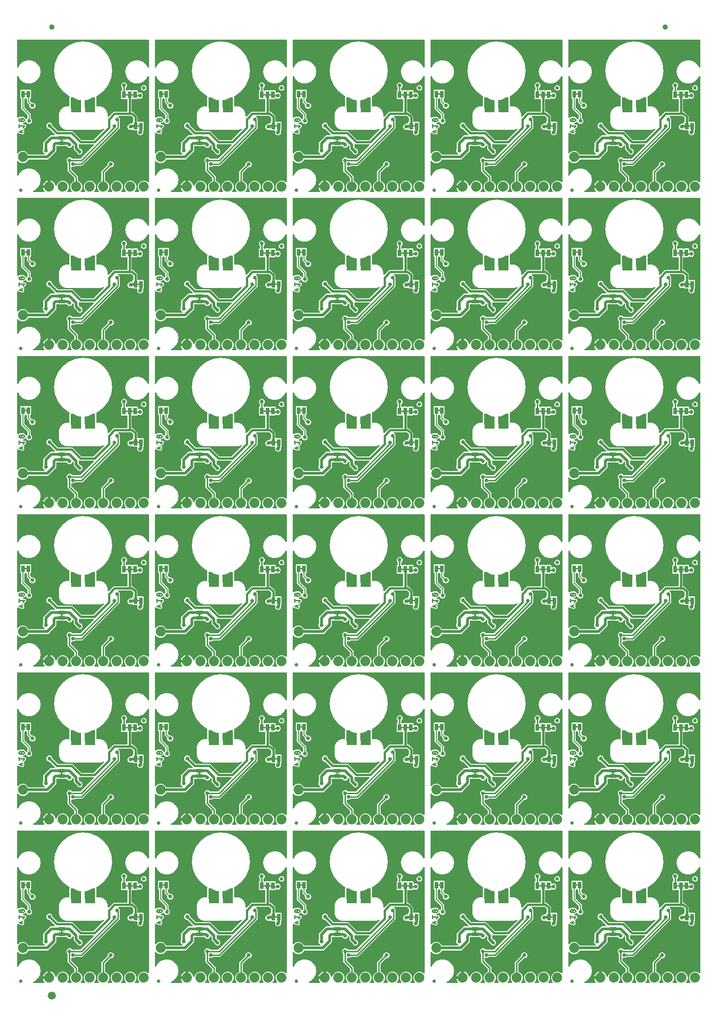
<source format=gbl>
G04 EAGLE Gerber RS-274X export*
G75*
%MOMM*%
%FSLAX34Y34*%
%LPD*%
%INBottom Copper*%
%IPPOS*%
%AMOC8*
5,1,8,0,0,1.08239X$1,22.5*%
G01*
%ADD10C,0.254000*%
%ADD11C,0.635000*%
%ADD12C,1.879600*%
%ADD13R,0.660400X1.270000*%
%ADD14R,1.950000X1.950000*%
%ADD15R,1.270000X0.660400*%
%ADD16C,1.000000*%
%ADD17C,1.500000*%
%ADD18C,0.736600*%
%ADD19C,0.203200*%
%ADD20C,0.660400*%
%ADD21C,0.508000*%
%ADD22C,0.381000*%

G36*
X648420Y894606D02*
X648420Y894606D01*
X648558Y894619D01*
X648577Y894626D01*
X648597Y894629D01*
X648726Y894680D01*
X648857Y894727D01*
X648874Y894738D01*
X648893Y894746D01*
X649005Y894827D01*
X649120Y894905D01*
X649134Y894921D01*
X649150Y894932D01*
X649239Y895040D01*
X649331Y895144D01*
X649340Y895162D01*
X649353Y895177D01*
X649412Y895303D01*
X649475Y895427D01*
X649480Y895447D01*
X649488Y895465D01*
X649515Y895602D01*
X649545Y895737D01*
X649544Y895758D01*
X649548Y895777D01*
X649540Y895916D01*
X649535Y896055D01*
X649530Y896075D01*
X649528Y896095D01*
X649486Y896227D01*
X649447Y896361D01*
X649437Y896378D01*
X649430Y896397D01*
X649356Y896515D01*
X649285Y896635D01*
X649267Y896656D01*
X649260Y896666D01*
X649245Y896680D01*
X649179Y896755D01*
X648169Y897765D01*
X646429Y901966D01*
X646429Y906514D01*
X648169Y910715D01*
X651385Y913931D01*
X655586Y915671D01*
X660134Y915671D01*
X664335Y913931D01*
X667551Y910715D01*
X669291Y906514D01*
X669291Y901966D01*
X667551Y897765D01*
X666541Y896755D01*
X666456Y896646D01*
X666367Y896539D01*
X666358Y896520D01*
X666346Y896504D01*
X666291Y896377D01*
X666232Y896251D01*
X666228Y896231D01*
X666220Y896212D01*
X666198Y896074D01*
X666172Y895938D01*
X666173Y895918D01*
X666170Y895898D01*
X666183Y895759D01*
X666192Y895621D01*
X666198Y895602D01*
X666200Y895582D01*
X666247Y895450D01*
X666290Y895319D01*
X666300Y895301D01*
X666307Y895282D01*
X666385Y895167D01*
X666460Y895050D01*
X666474Y895036D01*
X666486Y895019D01*
X666590Y894927D01*
X666691Y894832D01*
X666709Y894822D01*
X666724Y894809D01*
X666848Y894746D01*
X666970Y894678D01*
X666989Y894673D01*
X667007Y894664D01*
X667143Y894634D01*
X667278Y894599D01*
X667306Y894597D01*
X667318Y894594D01*
X667338Y894595D01*
X667438Y894589D01*
X673682Y894589D01*
X673820Y894606D01*
X673958Y894619D01*
X673977Y894626D01*
X673997Y894629D01*
X674126Y894680D01*
X674257Y894727D01*
X674274Y894738D01*
X674293Y894746D01*
X674405Y894827D01*
X674520Y894905D01*
X674534Y894921D01*
X674550Y894932D01*
X674639Y895040D01*
X674731Y895144D01*
X674740Y895162D01*
X674753Y895177D01*
X674812Y895303D01*
X674875Y895427D01*
X674880Y895447D01*
X674888Y895465D01*
X674915Y895602D01*
X674945Y895737D01*
X674944Y895758D01*
X674948Y895777D01*
X674940Y895916D01*
X674935Y896055D01*
X674930Y896075D01*
X674928Y896095D01*
X674886Y896227D01*
X674847Y896361D01*
X674837Y896378D01*
X674830Y896397D01*
X674756Y896515D01*
X674685Y896635D01*
X674667Y896656D01*
X674660Y896666D01*
X674645Y896680D01*
X674579Y896755D01*
X673569Y897765D01*
X671829Y901966D01*
X671829Y906514D01*
X673569Y910715D01*
X676785Y913931D01*
X679174Y914920D01*
X679199Y914935D01*
X679227Y914944D01*
X679337Y915013D01*
X679450Y915077D01*
X679471Y915098D01*
X679496Y915114D01*
X679585Y915208D01*
X679678Y915299D01*
X679694Y915324D01*
X679714Y915345D01*
X679777Y915459D01*
X679845Y915570D01*
X679853Y915598D01*
X679868Y915624D01*
X679900Y915750D01*
X679938Y915874D01*
X679940Y915903D01*
X679947Y915932D01*
X679957Y916093D01*
X679957Y933660D01*
X691342Y945045D01*
X691403Y945123D01*
X691471Y945195D01*
X691500Y945248D01*
X691537Y945296D01*
X691576Y945387D01*
X691624Y945474D01*
X691639Y945532D01*
X691663Y945588D01*
X691679Y945686D01*
X691704Y945782D01*
X691710Y945882D01*
X691713Y945902D01*
X691712Y945914D01*
X691714Y945942D01*
X691714Y947599D01*
X692584Y949699D01*
X694192Y951307D01*
X696293Y952177D01*
X698567Y952177D01*
X700667Y951307D01*
X702275Y949699D01*
X703145Y947599D01*
X703145Y945325D01*
X702275Y943224D01*
X700667Y941616D01*
X698567Y940746D01*
X696910Y940746D01*
X696812Y940733D01*
X696713Y940730D01*
X696655Y940714D01*
X696595Y940706D01*
X696503Y940670D01*
X696408Y940642D01*
X696356Y940611D01*
X696299Y940589D01*
X696219Y940531D01*
X696134Y940481D01*
X696058Y940414D01*
X696042Y940402D01*
X696034Y940393D01*
X696013Y940374D01*
X686934Y931296D01*
X686874Y931217D01*
X686806Y931145D01*
X686777Y931092D01*
X686740Y931044D01*
X686700Y930953D01*
X686652Y930867D01*
X686637Y930808D01*
X686613Y930753D01*
X686598Y930655D01*
X686573Y930559D01*
X686567Y930459D01*
X686563Y930438D01*
X686565Y930426D01*
X686563Y930398D01*
X686563Y916093D01*
X686566Y916063D01*
X686564Y916034D01*
X686586Y915905D01*
X686603Y915777D01*
X686613Y915750D01*
X686618Y915721D01*
X686672Y915602D01*
X686720Y915481D01*
X686737Y915457D01*
X686749Y915431D01*
X686830Y915329D01*
X686906Y915224D01*
X686929Y915205D01*
X686948Y915182D01*
X687051Y915104D01*
X687151Y915021D01*
X687178Y915009D01*
X687202Y914991D01*
X687346Y914920D01*
X689735Y913931D01*
X692951Y910715D01*
X694691Y906514D01*
X694691Y901966D01*
X692951Y897765D01*
X691941Y896755D01*
X691856Y896646D01*
X691767Y896539D01*
X691758Y896520D01*
X691746Y896504D01*
X691691Y896377D01*
X691632Y896251D01*
X691628Y896231D01*
X691620Y896212D01*
X691598Y896074D01*
X691572Y895938D01*
X691573Y895918D01*
X691570Y895898D01*
X691583Y895759D01*
X691592Y895621D01*
X691598Y895602D01*
X691600Y895582D01*
X691647Y895450D01*
X691690Y895319D01*
X691700Y895301D01*
X691707Y895282D01*
X691785Y895167D01*
X691860Y895050D01*
X691874Y895036D01*
X691886Y895019D01*
X691990Y894927D01*
X692091Y894832D01*
X692109Y894822D01*
X692124Y894809D01*
X692248Y894746D01*
X692370Y894678D01*
X692389Y894673D01*
X692407Y894664D01*
X692543Y894634D01*
X692678Y894599D01*
X692706Y894597D01*
X692718Y894594D01*
X692738Y894595D01*
X692838Y894589D01*
X699082Y894589D01*
X699220Y894606D01*
X699358Y894619D01*
X699377Y894626D01*
X699397Y894629D01*
X699526Y894680D01*
X699657Y894727D01*
X699674Y894738D01*
X699693Y894746D01*
X699805Y894827D01*
X699920Y894905D01*
X699934Y894921D01*
X699950Y894932D01*
X700039Y895040D01*
X700131Y895144D01*
X700140Y895162D01*
X700153Y895177D01*
X700212Y895303D01*
X700275Y895427D01*
X700280Y895447D01*
X700288Y895465D01*
X700315Y895602D01*
X700345Y895737D01*
X700344Y895758D01*
X700348Y895777D01*
X700340Y895916D01*
X700335Y896055D01*
X700330Y896075D01*
X700328Y896095D01*
X700286Y896227D01*
X700247Y896361D01*
X700237Y896378D01*
X700230Y896397D01*
X700156Y896515D01*
X700085Y896635D01*
X700067Y896656D01*
X700060Y896666D01*
X700045Y896680D01*
X699979Y896755D01*
X698969Y897765D01*
X697229Y901966D01*
X697229Y906514D01*
X698969Y910715D01*
X702185Y913931D01*
X706386Y915671D01*
X710934Y915671D01*
X715135Y913931D01*
X718351Y910715D01*
X720091Y906514D01*
X720091Y901966D01*
X718351Y897765D01*
X717341Y896755D01*
X717256Y896646D01*
X717167Y896539D01*
X717158Y896520D01*
X717146Y896504D01*
X717091Y896377D01*
X717032Y896251D01*
X717028Y896231D01*
X717020Y896212D01*
X716998Y896074D01*
X716972Y895938D01*
X716973Y895918D01*
X716970Y895898D01*
X716983Y895759D01*
X716992Y895621D01*
X716998Y895602D01*
X717000Y895582D01*
X717047Y895450D01*
X717090Y895319D01*
X717100Y895301D01*
X717107Y895282D01*
X717185Y895167D01*
X717260Y895050D01*
X717274Y895036D01*
X717286Y895019D01*
X717390Y894927D01*
X717491Y894832D01*
X717509Y894822D01*
X717524Y894809D01*
X717648Y894746D01*
X717770Y894678D01*
X717789Y894673D01*
X717807Y894664D01*
X717943Y894634D01*
X718078Y894599D01*
X718106Y894597D01*
X718118Y894594D01*
X718138Y894595D01*
X718238Y894589D01*
X724482Y894589D01*
X724620Y894606D01*
X724758Y894619D01*
X724777Y894626D01*
X724797Y894629D01*
X724926Y894680D01*
X725057Y894727D01*
X725074Y894738D01*
X725093Y894746D01*
X725205Y894827D01*
X725320Y894905D01*
X725334Y894921D01*
X725350Y894932D01*
X725439Y895040D01*
X725531Y895144D01*
X725540Y895162D01*
X725553Y895177D01*
X725612Y895303D01*
X725675Y895427D01*
X725680Y895447D01*
X725688Y895465D01*
X725715Y895602D01*
X725745Y895737D01*
X725744Y895758D01*
X725748Y895777D01*
X725740Y895916D01*
X725735Y896055D01*
X725730Y896075D01*
X725728Y896095D01*
X725686Y896227D01*
X725647Y896361D01*
X725637Y896378D01*
X725630Y896397D01*
X725556Y896515D01*
X725485Y896635D01*
X725467Y896656D01*
X725460Y896666D01*
X725445Y896680D01*
X725379Y896755D01*
X724369Y897765D01*
X722629Y901966D01*
X722629Y906514D01*
X724369Y910715D01*
X727585Y913931D01*
X731786Y915671D01*
X736334Y915671D01*
X740535Y913931D01*
X743751Y910715D01*
X745491Y906514D01*
X745491Y901966D01*
X743751Y897765D01*
X742741Y896755D01*
X742656Y896646D01*
X742567Y896539D01*
X742558Y896520D01*
X742546Y896504D01*
X742491Y896377D01*
X742432Y896251D01*
X742428Y896231D01*
X742420Y896212D01*
X742398Y896074D01*
X742372Y895938D01*
X742373Y895918D01*
X742370Y895898D01*
X742383Y895759D01*
X742392Y895621D01*
X742398Y895602D01*
X742400Y895582D01*
X742447Y895450D01*
X742490Y895319D01*
X742500Y895301D01*
X742507Y895282D01*
X742585Y895167D01*
X742660Y895050D01*
X742674Y895036D01*
X742686Y895019D01*
X742790Y894927D01*
X742891Y894832D01*
X742909Y894822D01*
X742924Y894809D01*
X743048Y894746D01*
X743170Y894678D01*
X743189Y894673D01*
X743207Y894664D01*
X743343Y894634D01*
X743478Y894599D01*
X743506Y894597D01*
X743518Y894594D01*
X743538Y894595D01*
X743638Y894589D01*
X749882Y894589D01*
X750020Y894606D01*
X750158Y894619D01*
X750177Y894626D01*
X750197Y894629D01*
X750326Y894680D01*
X750457Y894727D01*
X750474Y894738D01*
X750493Y894746D01*
X750605Y894827D01*
X750720Y894905D01*
X750734Y894921D01*
X750750Y894932D01*
X750839Y895040D01*
X750931Y895144D01*
X750940Y895162D01*
X750953Y895177D01*
X751012Y895303D01*
X751075Y895427D01*
X751080Y895447D01*
X751088Y895465D01*
X751115Y895602D01*
X751145Y895737D01*
X751144Y895758D01*
X751148Y895777D01*
X751140Y895916D01*
X751135Y896055D01*
X751130Y896075D01*
X751128Y896095D01*
X751086Y896227D01*
X751047Y896361D01*
X751037Y896378D01*
X751030Y896397D01*
X750956Y896515D01*
X750885Y896635D01*
X750867Y896656D01*
X750860Y896666D01*
X750845Y896680D01*
X750779Y896755D01*
X749769Y897765D01*
X748029Y901966D01*
X748029Y906514D01*
X749769Y910715D01*
X752985Y913931D01*
X757186Y915671D01*
X761734Y915671D01*
X765935Y913931D01*
X766945Y912921D01*
X767054Y912836D01*
X767161Y912747D01*
X767180Y912738D01*
X767196Y912726D01*
X767323Y912671D01*
X767449Y912612D01*
X767469Y912608D01*
X767488Y912600D01*
X767626Y912578D01*
X767762Y912552D01*
X767782Y912553D01*
X767802Y912550D01*
X767941Y912563D01*
X768079Y912572D01*
X768098Y912578D01*
X768118Y912580D01*
X768250Y912627D01*
X768381Y912670D01*
X768399Y912680D01*
X768418Y912687D01*
X768533Y912765D01*
X768650Y912840D01*
X768664Y912854D01*
X768681Y912866D01*
X768773Y912970D01*
X768868Y913071D01*
X768878Y913089D01*
X768891Y913104D01*
X768954Y913228D01*
X769022Y913350D01*
X769027Y913369D01*
X769036Y913387D01*
X769066Y913523D01*
X769101Y913658D01*
X769103Y913686D01*
X769106Y913698D01*
X769105Y913718D01*
X769111Y913818D01*
X769111Y1110935D01*
X769093Y1111080D01*
X769078Y1111225D01*
X769073Y1111237D01*
X769071Y1111251D01*
X769018Y1111386D01*
X768967Y1111523D01*
X768959Y1111534D01*
X768954Y1111546D01*
X768869Y1111664D01*
X768786Y1111784D01*
X768775Y1111793D01*
X768768Y1111804D01*
X768656Y1111897D01*
X768545Y1111992D01*
X768533Y1111998D01*
X768523Y1112007D01*
X768391Y1112068D01*
X768260Y1112134D01*
X768247Y1112136D01*
X768235Y1112142D01*
X768093Y1112169D01*
X767949Y1112200D01*
X767936Y1112199D01*
X767923Y1112202D01*
X767778Y1112193D01*
X767632Y1112187D01*
X767619Y1112183D01*
X767605Y1112182D01*
X767467Y1112137D01*
X767327Y1112095D01*
X767315Y1112088D01*
X767303Y1112084D01*
X767180Y1112006D01*
X767055Y1111931D01*
X767045Y1111921D01*
X767034Y1111914D01*
X766934Y1111808D01*
X766832Y1111704D01*
X766822Y1111689D01*
X766816Y1111682D01*
X766808Y1111667D01*
X766743Y1111570D01*
X763555Y1106048D01*
X757722Y1101153D01*
X750567Y1098549D01*
X742953Y1098549D01*
X735798Y1101153D01*
X729965Y1106048D01*
X726158Y1112642D01*
X724836Y1120140D01*
X726158Y1127638D01*
X729965Y1134232D01*
X735798Y1139127D01*
X742953Y1141731D01*
X750567Y1141731D01*
X757722Y1139127D01*
X763555Y1134232D01*
X766743Y1128710D01*
X766825Y1128601D01*
X766831Y1128592D01*
X766835Y1128589D01*
X766916Y1128476D01*
X766927Y1128468D01*
X766935Y1128457D01*
X767049Y1128367D01*
X767161Y1128273D01*
X767174Y1128268D01*
X767184Y1128259D01*
X767318Y1128200D01*
X767449Y1128138D01*
X767462Y1128135D01*
X767475Y1128130D01*
X767619Y1128105D01*
X767762Y1128078D01*
X767775Y1128079D01*
X767788Y1128077D01*
X767934Y1128089D01*
X768079Y1128098D01*
X768092Y1128102D01*
X768105Y1128103D01*
X768243Y1128151D01*
X768381Y1128196D01*
X768393Y1128203D01*
X768406Y1128208D01*
X768527Y1128288D01*
X768650Y1128366D01*
X768659Y1128376D01*
X768671Y1128383D01*
X768768Y1128491D01*
X768868Y1128598D01*
X768875Y1128610D01*
X768884Y1128620D01*
X768951Y1128748D01*
X769022Y1128876D01*
X769025Y1128889D01*
X769031Y1128901D01*
X769065Y1129043D01*
X769101Y1129184D01*
X769102Y1129202D01*
X769104Y1129211D01*
X769104Y1129228D01*
X769111Y1129345D01*
X769111Y1179322D01*
X769096Y1179440D01*
X769089Y1179559D01*
X769076Y1179597D01*
X769071Y1179638D01*
X769028Y1179748D01*
X768991Y1179861D01*
X768969Y1179896D01*
X768954Y1179933D01*
X768885Y1180029D01*
X768821Y1180130D01*
X768791Y1180158D01*
X768768Y1180191D01*
X768676Y1180267D01*
X768589Y1180348D01*
X768554Y1180368D01*
X768523Y1180393D01*
X768415Y1180444D01*
X768311Y1180502D01*
X768271Y1180512D01*
X768235Y1180529D01*
X768118Y1180551D01*
X768003Y1180581D01*
X767943Y1180585D01*
X767923Y1180589D01*
X767902Y1180587D01*
X767842Y1180591D01*
X522478Y1180591D01*
X522360Y1180576D01*
X522241Y1180569D01*
X522203Y1180556D01*
X522162Y1180551D01*
X522052Y1180508D01*
X521939Y1180471D01*
X521904Y1180449D01*
X521867Y1180434D01*
X521771Y1180365D01*
X521670Y1180301D01*
X521642Y1180271D01*
X521609Y1180248D01*
X521533Y1180156D01*
X521452Y1180069D01*
X521432Y1180034D01*
X521407Y1180003D01*
X521356Y1179895D01*
X521298Y1179791D01*
X521288Y1179751D01*
X521271Y1179715D01*
X521249Y1179598D01*
X521219Y1179483D01*
X521215Y1179423D01*
X521211Y1179403D01*
X521213Y1179382D01*
X521209Y1179322D01*
X521209Y1129345D01*
X521227Y1129200D01*
X521242Y1129055D01*
X521247Y1129043D01*
X521249Y1129029D01*
X521302Y1128894D01*
X521353Y1128757D01*
X521361Y1128746D01*
X521366Y1128734D01*
X521451Y1128616D01*
X521534Y1128496D01*
X521545Y1128487D01*
X521552Y1128476D01*
X521665Y1128383D01*
X521775Y1128288D01*
X521787Y1128282D01*
X521797Y1128273D01*
X521929Y1128212D01*
X522060Y1128146D01*
X522073Y1128144D01*
X522085Y1128138D01*
X522227Y1128111D01*
X522371Y1128080D01*
X522384Y1128081D01*
X522397Y1128078D01*
X522542Y1128087D01*
X522688Y1128093D01*
X522701Y1128097D01*
X522715Y1128098D01*
X522853Y1128143D01*
X522993Y1128185D01*
X523005Y1128192D01*
X523017Y1128196D01*
X523140Y1128274D01*
X523265Y1128349D01*
X523275Y1128359D01*
X523286Y1128366D01*
X523386Y1128472D01*
X523488Y1128576D01*
X523498Y1128591D01*
X523504Y1128598D01*
X523512Y1128613D01*
X523577Y1128710D01*
X526765Y1134232D01*
X532598Y1139127D01*
X539753Y1141731D01*
X547367Y1141731D01*
X554522Y1139127D01*
X560355Y1134232D01*
X564162Y1127638D01*
X565484Y1120140D01*
X564162Y1112642D01*
X560355Y1106048D01*
X554522Y1101153D01*
X547367Y1098549D01*
X539753Y1098549D01*
X532598Y1101153D01*
X526765Y1106048D01*
X523577Y1111570D01*
X523489Y1111686D01*
X523404Y1111804D01*
X523393Y1111812D01*
X523385Y1111823D01*
X523271Y1111913D01*
X523159Y1112007D01*
X523146Y1112012D01*
X523136Y1112021D01*
X523002Y1112080D01*
X522871Y1112142D01*
X522858Y1112145D01*
X522845Y1112150D01*
X522701Y1112175D01*
X522558Y1112202D01*
X522545Y1112201D01*
X522532Y1112203D01*
X522386Y1112191D01*
X522241Y1112182D01*
X522228Y1112178D01*
X522215Y1112177D01*
X522077Y1112129D01*
X521939Y1112084D01*
X521927Y1112077D01*
X521914Y1112072D01*
X521793Y1111992D01*
X521670Y1111914D01*
X521661Y1111904D01*
X521649Y1111897D01*
X521552Y1111789D01*
X521452Y1111682D01*
X521445Y1111670D01*
X521436Y1111660D01*
X521369Y1111532D01*
X521298Y1111404D01*
X521295Y1111391D01*
X521289Y1111379D01*
X521255Y1111237D01*
X521219Y1111096D01*
X521218Y1111078D01*
X521216Y1111069D01*
X521216Y1111052D01*
X521209Y1110935D01*
X521209Y1035443D01*
X521210Y1035433D01*
X521209Y1035423D01*
X521228Y1035290D01*
X521231Y1035239D01*
X521237Y1035221D01*
X521249Y1035128D01*
X521252Y1035118D01*
X521254Y1035108D01*
X521311Y1034970D01*
X521366Y1034832D01*
X521371Y1034824D01*
X521375Y1034815D01*
X521465Y1034695D01*
X521552Y1034574D01*
X521560Y1034568D01*
X521566Y1034560D01*
X521682Y1034467D01*
X521797Y1034372D01*
X521807Y1034367D01*
X521814Y1034361D01*
X521950Y1034300D01*
X522085Y1034236D01*
X522095Y1034234D01*
X522104Y1034230D01*
X522252Y1034204D01*
X522397Y1034176D01*
X522407Y1034177D01*
X522417Y1034175D01*
X522566Y1034187D01*
X522715Y1034196D01*
X522724Y1034199D01*
X522734Y1034200D01*
X522890Y1034242D01*
X524583Y1034823D01*
X524587Y1034825D01*
X524727Y1034883D01*
X526896Y1035940D01*
X532284Y1035940D01*
X533495Y1035350D01*
X533624Y1035306D01*
X533752Y1035257D01*
X533783Y1035252D01*
X533796Y1035247D01*
X533817Y1035246D01*
X533911Y1035229D01*
X534137Y1035204D01*
X534152Y1035185D01*
X534238Y1035102D01*
X534318Y1035014D01*
X534351Y1034991D01*
X534380Y1034963D01*
X534484Y1034904D01*
X534583Y1034839D01*
X534639Y1034815D01*
X534656Y1034805D01*
X534676Y1034800D01*
X534732Y1034777D01*
X535964Y1034354D01*
X537775Y1031819D01*
X537819Y1031771D01*
X537856Y1031718D01*
X537927Y1031655D01*
X537991Y1031585D01*
X538046Y1031550D01*
X538094Y1031507D01*
X538179Y1031464D01*
X538258Y1031413D01*
X538320Y1031392D01*
X538377Y1031363D01*
X538470Y1031342D01*
X538560Y1031312D01*
X538625Y1031307D01*
X538688Y1031293D01*
X538782Y1031296D01*
X538877Y1031289D01*
X538941Y1031301D01*
X539005Y1031303D01*
X539097Y1031329D01*
X539190Y1031346D01*
X539249Y1031373D01*
X539311Y1031391D01*
X539393Y1031439D01*
X539479Y1031479D01*
X539529Y1031520D01*
X539585Y1031553D01*
X539706Y1031659D01*
X540394Y1032347D01*
X540454Y1032425D01*
X540522Y1032497D01*
X540551Y1032550D01*
X540588Y1032598D01*
X540628Y1032689D01*
X540676Y1032776D01*
X540691Y1032834D01*
X540715Y1032890D01*
X540730Y1032988D01*
X540755Y1033084D01*
X540761Y1033184D01*
X540765Y1033204D01*
X540763Y1033216D01*
X540765Y1033244D01*
X540765Y1038017D01*
X540753Y1038115D01*
X540750Y1038214D01*
X540744Y1038235D01*
X540743Y1038251D01*
X540731Y1038287D01*
X540725Y1038333D01*
X540689Y1038425D01*
X540661Y1038520D01*
X540649Y1038541D01*
X540645Y1038553D01*
X540626Y1038583D01*
X540608Y1038628D01*
X540550Y1038708D01*
X540500Y1038794D01*
X540434Y1038869D01*
X540422Y1038886D01*
X540412Y1038893D01*
X540394Y1038914D01*
X529081Y1050227D01*
X529081Y1068578D01*
X529066Y1068696D01*
X529059Y1068815D01*
X529046Y1068853D01*
X529041Y1068894D01*
X528998Y1069004D01*
X528961Y1069117D01*
X528939Y1069152D01*
X528924Y1069189D01*
X528855Y1069285D01*
X528791Y1069386D01*
X528761Y1069414D01*
X528738Y1069447D01*
X528646Y1069523D01*
X528559Y1069604D01*
X528524Y1069624D01*
X528493Y1069649D01*
X528385Y1069700D01*
X528281Y1069758D01*
X528241Y1069768D01*
X528205Y1069785D01*
X528088Y1069807D01*
X528004Y1069829D01*
X526795Y1071038D01*
X526795Y1085422D01*
X527986Y1086613D01*
X536274Y1086613D01*
X536440Y1086447D01*
X536534Y1086374D01*
X536623Y1086295D01*
X536659Y1086277D01*
X536691Y1086252D01*
X536800Y1086205D01*
X536906Y1086151D01*
X536946Y1086142D01*
X536983Y1086126D01*
X537100Y1086107D01*
X537216Y1086081D01*
X537257Y1086082D01*
X537297Y1086076D01*
X537416Y1086087D01*
X537534Y1086091D01*
X537573Y1086102D01*
X537613Y1086106D01*
X537726Y1086146D01*
X537840Y1086179D01*
X537875Y1086200D01*
X537913Y1086213D01*
X538011Y1086280D01*
X538114Y1086341D01*
X538159Y1086381D01*
X538176Y1086392D01*
X538189Y1086407D01*
X538235Y1086447D01*
X538400Y1086613D01*
X546688Y1086613D01*
X547879Y1085422D01*
X547879Y1071038D01*
X546668Y1069828D01*
X546625Y1069825D01*
X546587Y1069812D01*
X546546Y1069807D01*
X546436Y1069764D01*
X546323Y1069727D01*
X546288Y1069705D01*
X546251Y1069690D01*
X546155Y1069621D01*
X546054Y1069557D01*
X546026Y1069527D01*
X545993Y1069504D01*
X545917Y1069412D01*
X545836Y1069325D01*
X545816Y1069290D01*
X545791Y1069259D01*
X545740Y1069151D01*
X545682Y1069047D01*
X545672Y1069007D01*
X545655Y1068971D01*
X545633Y1068854D01*
X545603Y1068739D01*
X545599Y1068679D01*
X545595Y1068659D01*
X545597Y1068638D01*
X545593Y1068578D01*
X545593Y1065614D01*
X545605Y1065515D01*
X545608Y1065416D01*
X545625Y1065358D01*
X545633Y1065298D01*
X545669Y1065206D01*
X545697Y1065111D01*
X545727Y1065059D01*
X545750Y1065002D01*
X545808Y1064922D01*
X545858Y1064837D01*
X545924Y1064762D01*
X545936Y1064745D01*
X545946Y1064737D01*
X545964Y1064716D01*
X548134Y1062546D01*
X548212Y1062486D01*
X548284Y1062418D01*
X548337Y1062389D01*
X548385Y1062352D01*
X548476Y1062312D01*
X548563Y1062264D01*
X548622Y1062249D01*
X548677Y1062225D01*
X548775Y1062210D01*
X548871Y1062185D01*
X548971Y1062179D01*
X548991Y1062175D01*
X549004Y1062177D01*
X549032Y1062175D01*
X551047Y1062175D01*
X553148Y1061305D01*
X554756Y1059697D01*
X555626Y1057596D01*
X555626Y1055322D01*
X554756Y1053221D01*
X553148Y1051613D01*
X551047Y1050743D01*
X548773Y1050743D01*
X546672Y1051613D01*
X545064Y1053221D01*
X544194Y1055322D01*
X544194Y1057337D01*
X544182Y1057436D01*
X544179Y1057535D01*
X544162Y1057593D01*
X544154Y1057653D01*
X544118Y1057745D01*
X544090Y1057840D01*
X544060Y1057892D01*
X544037Y1057949D01*
X543979Y1058029D01*
X543929Y1058114D01*
X543863Y1058189D01*
X543851Y1058206D01*
X543841Y1058214D01*
X543823Y1058235D01*
X539495Y1062562D01*
X539495Y1068578D01*
X539480Y1068696D01*
X539473Y1068815D01*
X539460Y1068853D01*
X539455Y1068894D01*
X539412Y1069004D01*
X539375Y1069117D01*
X539353Y1069152D01*
X539338Y1069189D01*
X539269Y1069285D01*
X539205Y1069386D01*
X539175Y1069414D01*
X539152Y1069447D01*
X539060Y1069523D01*
X538973Y1069604D01*
X538938Y1069624D01*
X538907Y1069649D01*
X538799Y1069700D01*
X538695Y1069758D01*
X538655Y1069768D01*
X538619Y1069785D01*
X538502Y1069807D01*
X538418Y1069829D01*
X538235Y1070013D01*
X538140Y1070086D01*
X538051Y1070165D01*
X538015Y1070183D01*
X537983Y1070208D01*
X537874Y1070255D01*
X537768Y1070309D01*
X537729Y1070318D01*
X537691Y1070334D01*
X537574Y1070353D01*
X537458Y1070379D01*
X537417Y1070378D01*
X537377Y1070384D01*
X537259Y1070373D01*
X537140Y1070369D01*
X537101Y1070358D01*
X537061Y1070354D01*
X536949Y1070314D01*
X536834Y1070281D01*
X536799Y1070260D01*
X536761Y1070247D01*
X536663Y1070180D01*
X536560Y1070119D01*
X536515Y1070079D01*
X536498Y1070068D01*
X536485Y1070053D01*
X536440Y1070013D01*
X536254Y1069828D01*
X536211Y1069825D01*
X536173Y1069812D01*
X536132Y1069807D01*
X536022Y1069764D01*
X535909Y1069727D01*
X535874Y1069705D01*
X535837Y1069690D01*
X535741Y1069621D01*
X535640Y1069557D01*
X535612Y1069527D01*
X535579Y1069504D01*
X535503Y1069412D01*
X535422Y1069325D01*
X535402Y1069290D01*
X535377Y1069259D01*
X535326Y1069151D01*
X535268Y1069047D01*
X535258Y1069007D01*
X535241Y1068971D01*
X535219Y1068854D01*
X535189Y1068739D01*
X535185Y1068679D01*
X535181Y1068659D01*
X535183Y1068638D01*
X535179Y1068578D01*
X535179Y1053278D01*
X535191Y1053180D01*
X535194Y1053081D01*
X535211Y1053023D01*
X535219Y1052963D01*
X535255Y1052871D01*
X535283Y1052775D01*
X535313Y1052723D01*
X535336Y1052667D01*
X535394Y1052587D01*
X535444Y1052501D01*
X535510Y1052426D01*
X535522Y1052410D01*
X535532Y1052402D01*
X535550Y1052381D01*
X546863Y1041068D01*
X546863Y1033244D01*
X546875Y1033146D01*
X546878Y1033047D01*
X546895Y1032989D01*
X546903Y1032929D01*
X546939Y1032837D01*
X546967Y1032741D01*
X546997Y1032689D01*
X547020Y1032633D01*
X547078Y1032553D01*
X547128Y1032468D01*
X547194Y1032392D01*
X547206Y1032376D01*
X547216Y1032368D01*
X547234Y1032347D01*
X548660Y1030922D01*
X549530Y1028821D01*
X549530Y1026547D01*
X548660Y1024446D01*
X547052Y1022838D01*
X544951Y1021968D01*
X542677Y1021968D01*
X540576Y1022838D01*
X538968Y1024446D01*
X538524Y1025519D01*
X538447Y1025654D01*
X538373Y1025787D01*
X538369Y1025791D01*
X538366Y1025795D01*
X538258Y1025908D01*
X538153Y1026017D01*
X538149Y1026020D01*
X538145Y1026024D01*
X538014Y1026104D01*
X537883Y1026186D01*
X537878Y1026187D01*
X537874Y1026190D01*
X537730Y1026235D01*
X537580Y1026282D01*
X537575Y1026282D01*
X537570Y1026284D01*
X537419Y1026291D01*
X537263Y1026300D01*
X537257Y1026299D01*
X537252Y1026299D01*
X537103Y1026268D01*
X536951Y1026238D01*
X536946Y1026236D01*
X536941Y1026235D01*
X536802Y1026167D01*
X536664Y1026100D01*
X536660Y1026097D01*
X536655Y1026095D01*
X536537Y1025994D01*
X536420Y1025896D01*
X536416Y1025891D01*
X536413Y1025889D01*
X536408Y1025881D01*
X536319Y1025771D01*
X535964Y1025275D01*
X534597Y1024807D01*
X534593Y1024805D01*
X534453Y1024747D01*
X533121Y1024098D01*
X533095Y1024081D01*
X533066Y1024069D01*
X532962Y1023994D01*
X532855Y1023924D01*
X532834Y1023901D01*
X532808Y1023882D01*
X532726Y1023783D01*
X532640Y1023689D01*
X532626Y1023661D01*
X532606Y1023637D01*
X532551Y1023521D01*
X532491Y1023408D01*
X532483Y1023378D01*
X532470Y1023350D01*
X532446Y1023224D01*
X532416Y1023099D01*
X532416Y1023068D01*
X532410Y1023037D01*
X532418Y1022909D01*
X532420Y1022781D01*
X532428Y1022751D01*
X532430Y1022720D01*
X532470Y1022598D01*
X532503Y1022474D01*
X532519Y1022447D01*
X532528Y1022417D01*
X532597Y1022309D01*
X532660Y1022197D01*
X532682Y1022175D01*
X532698Y1022149D01*
X532792Y1022061D01*
X532881Y1021968D01*
X532907Y1021952D01*
X532930Y1021931D01*
X533042Y1021869D01*
X533151Y1021801D01*
X533181Y1021792D01*
X533208Y1021777D01*
X533333Y1021745D01*
X533455Y1021707D01*
X533486Y1021705D01*
X533516Y1021698D01*
X533677Y1021687D01*
X534417Y1021687D01*
X534431Y1021689D01*
X534557Y1021695D01*
X535713Y1021824D01*
X535752Y1021800D01*
X535780Y1021791D01*
X535805Y1021777D01*
X535932Y1021745D01*
X536003Y1021723D01*
X536826Y1020899D01*
X536838Y1020890D01*
X536931Y1020805D01*
X537839Y1020079D01*
X537850Y1020034D01*
X537863Y1020009D01*
X537871Y1019981D01*
X537938Y1019868D01*
X537973Y1019803D01*
X537973Y1018638D01*
X537975Y1018624D01*
X537980Y1018498D01*
X538109Y1017342D01*
X538085Y1017303D01*
X538076Y1017275D01*
X538062Y1017250D01*
X538030Y1017123D01*
X538008Y1017052D01*
X537184Y1016228D01*
X537176Y1016217D01*
X537091Y1016124D01*
X534523Y1012914D01*
X534484Y1012851D01*
X534438Y1012794D01*
X534402Y1012716D01*
X534357Y1012643D01*
X534335Y1012572D01*
X534304Y1012505D01*
X534289Y1012421D01*
X534264Y1012339D01*
X534260Y1012265D01*
X534247Y1012193D01*
X534253Y1012107D01*
X534249Y1012021D01*
X534264Y1011949D01*
X534269Y1011875D01*
X534310Y1011720D01*
X534849Y1010102D01*
X534131Y1008665D01*
X534121Y1008637D01*
X534106Y1008612D01*
X534068Y1008488D01*
X534025Y1008365D01*
X534023Y1008336D01*
X534014Y1008307D01*
X534009Y1008177D01*
X533998Y1008049D01*
X534003Y1008019D01*
X534001Y1007989D01*
X534029Y1007862D01*
X534050Y1007735D01*
X534062Y1007708D01*
X534068Y1007678D01*
X534131Y1007530D01*
X534849Y1006093D01*
X533984Y1003498D01*
X531537Y1002274D01*
X524911Y1004483D01*
X524902Y1004484D01*
X524894Y1004488D01*
X524748Y1004515D01*
X524599Y1004545D01*
X524590Y1004544D01*
X524582Y1004546D01*
X524432Y1004535D01*
X524282Y1004527D01*
X524273Y1004524D01*
X524272Y1004524D01*
X523324Y1004998D01*
X523315Y1005002D01*
X523307Y1005007D01*
X523157Y1005067D01*
X522879Y1005160D01*
X522875Y1005161D01*
X522871Y1005163D01*
X522720Y1005191D01*
X522567Y1005222D01*
X522563Y1005222D01*
X522558Y1005222D01*
X522405Y1005213D01*
X522250Y1005204D01*
X522246Y1005203D01*
X522241Y1005203D01*
X522096Y1005156D01*
X521947Y1005109D01*
X521943Y1005106D01*
X521939Y1005105D01*
X521809Y1005023D01*
X521677Y1004940D01*
X521674Y1004937D01*
X521670Y1004935D01*
X521564Y1004822D01*
X521457Y1004710D01*
X521455Y1004706D01*
X521452Y1004703D01*
X521376Y1004566D01*
X521302Y1004433D01*
X521301Y1004428D01*
X521298Y1004424D01*
X521260Y1004276D01*
X521220Y1004125D01*
X521220Y1004121D01*
X521219Y1004116D01*
X521209Y1003956D01*
X521209Y968428D01*
X521226Y968291D01*
X521239Y968152D01*
X521246Y968133D01*
X521249Y968113D01*
X521300Y967984D01*
X521347Y967853D01*
X521358Y967836D01*
X521366Y967817D01*
X521447Y967705D01*
X521525Y967590D01*
X521541Y967576D01*
X521552Y967560D01*
X521660Y967471D01*
X521764Y967379D01*
X521782Y967370D01*
X521797Y967357D01*
X521923Y967298D01*
X522047Y967235D01*
X522067Y967230D01*
X522085Y967222D01*
X522221Y967195D01*
X522357Y967165D01*
X522378Y967166D01*
X522397Y967162D01*
X522536Y967170D01*
X522675Y967175D01*
X522695Y967180D01*
X522715Y967182D01*
X522847Y967224D01*
X522981Y967263D01*
X522998Y967273D01*
X523017Y967280D01*
X523135Y967354D01*
X523255Y967425D01*
X523276Y967443D01*
X523286Y967450D01*
X523300Y967465D01*
X523375Y967531D01*
X525655Y969811D01*
X529856Y971551D01*
X534404Y971551D01*
X538605Y969811D01*
X541821Y966595D01*
X542284Y965476D01*
X542299Y965451D01*
X542308Y965423D01*
X542377Y965313D01*
X542441Y965200D01*
X542462Y965179D01*
X542478Y965154D01*
X542572Y965065D01*
X542663Y964972D01*
X542688Y964956D01*
X542709Y964936D01*
X542823Y964873D01*
X542934Y964805D01*
X542962Y964797D01*
X542988Y964782D01*
X543114Y964750D01*
X543238Y964712D01*
X543267Y964710D01*
X543296Y964703D01*
X543457Y964693D01*
X571959Y964693D01*
X572028Y964701D01*
X572098Y964700D01*
X572186Y964721D01*
X572275Y964733D01*
X572340Y964758D01*
X572407Y964775D01*
X572487Y964817D01*
X572570Y964850D01*
X572627Y964891D01*
X572688Y964923D01*
X572755Y964984D01*
X572828Y965036D01*
X572872Y965090D01*
X572924Y965137D01*
X572973Y965212D01*
X573030Y965281D01*
X573060Y965345D01*
X573099Y965403D01*
X573128Y965488D01*
X573166Y965569D01*
X573179Y965638D01*
X573202Y965704D01*
X573209Y965793D01*
X573226Y965881D01*
X573221Y965951D01*
X573227Y966021D01*
X573212Y966109D01*
X573206Y966199D01*
X573185Y966265D01*
X573173Y966334D01*
X573136Y966416D01*
X573108Y966501D01*
X573071Y966560D01*
X573042Y966624D01*
X572986Y966694D01*
X572938Y966770D01*
X572887Y966818D01*
X572843Y966872D01*
X572772Y966926D01*
X572706Y966988D01*
X572645Y967022D01*
X572589Y967064D01*
X572445Y967135D01*
X572126Y967267D01*
X570518Y968874D01*
X569648Y970975D01*
X569648Y973249D01*
X570533Y975385D01*
X570548Y975401D01*
X570577Y975454D01*
X570615Y975502D01*
X570654Y975593D01*
X570702Y975680D01*
X570717Y975738D01*
X570741Y975794D01*
X570756Y975892D01*
X570781Y975988D01*
X570787Y976088D01*
X570791Y976108D01*
X570790Y976120D01*
X570791Y976148D01*
X570791Y987468D01*
X583993Y1000670D01*
X591513Y1000670D01*
X591651Y1000687D01*
X591790Y1000700D01*
X591809Y1000707D01*
X591829Y1000710D01*
X591958Y1000761D01*
X592089Y1000808D01*
X592106Y1000819D01*
X592124Y1000827D01*
X592237Y1000908D01*
X592352Y1000987D01*
X592365Y1001002D01*
X592382Y1001014D01*
X592471Y1001121D01*
X592562Y1001225D01*
X592572Y1001243D01*
X592585Y1001259D01*
X592644Y1001384D01*
X592707Y1001508D01*
X592712Y1001528D01*
X592720Y1001546D01*
X592746Y1001683D01*
X592777Y1001818D01*
X592776Y1001839D01*
X592780Y1001859D01*
X592771Y1001997D01*
X592767Y1002136D01*
X592761Y1002156D01*
X592760Y1002176D01*
X592718Y1002308D01*
X592679Y1002442D01*
X592668Y1002459D01*
X592662Y1002479D01*
X592588Y1002596D01*
X592517Y1002716D01*
X592499Y1002737D01*
X592492Y1002747D01*
X592477Y1002761D01*
X592411Y1002837D01*
X591520Y1003728D01*
X582487Y1012761D01*
X582408Y1012821D01*
X582336Y1012889D01*
X582283Y1012918D01*
X582235Y1012956D01*
X582144Y1012995D01*
X582058Y1013043D01*
X581999Y1013058D01*
X581944Y1013082D01*
X581846Y1013097D01*
X581750Y1013122D01*
X581650Y1013128D01*
X581630Y1013132D01*
X581617Y1013131D01*
X581589Y1013132D01*
X580831Y1013132D01*
X578730Y1014002D01*
X577122Y1015610D01*
X576252Y1017711D01*
X576252Y1019985D01*
X577122Y1022086D01*
X578730Y1023694D01*
X580831Y1024564D01*
X583105Y1024564D01*
X585206Y1023694D01*
X586814Y1022086D01*
X587684Y1019985D01*
X587684Y1019227D01*
X587696Y1019129D01*
X587699Y1019030D01*
X587716Y1018971D01*
X587724Y1018911D01*
X587760Y1018819D01*
X587788Y1018724D01*
X587818Y1018672D01*
X587841Y1018616D01*
X587899Y1018536D01*
X587949Y1018450D01*
X588016Y1018375D01*
X588028Y1018358D01*
X588037Y1018351D01*
X588056Y1018329D01*
X597088Y1009297D01*
X597167Y1009236D01*
X597239Y1009168D01*
X597292Y1009139D01*
X597340Y1009102D01*
X597431Y1009062D01*
X597517Y1009015D01*
X597576Y1008999D01*
X597631Y1008975D01*
X597729Y1008960D01*
X597825Y1008935D01*
X597925Y1008929D01*
X597946Y1008925D01*
X597958Y1008927D01*
X597986Y1008925D01*
X625067Y1008925D01*
X641735Y992257D01*
X641813Y992196D01*
X641885Y992128D01*
X641938Y992099D01*
X641986Y992062D01*
X642077Y992023D01*
X642164Y991975D01*
X642222Y991960D01*
X642278Y991936D01*
X642376Y991920D01*
X642471Y991895D01*
X642572Y991889D01*
X642592Y991886D01*
X642604Y991887D01*
X642632Y991885D01*
X664481Y991885D01*
X664579Y991897D01*
X664678Y991900D01*
X664736Y991917D01*
X664796Y991925D01*
X664888Y991961D01*
X664983Y991989D01*
X665035Y992020D01*
X665092Y992042D01*
X665172Y992100D01*
X665257Y992150D01*
X665333Y992217D01*
X665349Y992229D01*
X665357Y992238D01*
X665378Y992257D01*
X684214Y1011093D01*
X684249Y1011138D01*
X684291Y1011177D01*
X684346Y1011263D01*
X684409Y1011344D01*
X684432Y1011397D01*
X684463Y1011444D01*
X684495Y1011542D01*
X684536Y1011636D01*
X684545Y1011692D01*
X684562Y1011746D01*
X684569Y1011849D01*
X684585Y1011950D01*
X684580Y1012007D01*
X684584Y1012064D01*
X684565Y1012165D01*
X684556Y1012267D01*
X684536Y1012321D01*
X684526Y1012376D01*
X684483Y1012469D01*
X684448Y1012566D01*
X684416Y1012613D01*
X684392Y1012665D01*
X684327Y1012744D01*
X684269Y1012829D01*
X684227Y1012867D01*
X684191Y1012911D01*
X684108Y1012972D01*
X684031Y1013040D01*
X683980Y1013066D01*
X683935Y1013099D01*
X683839Y1013138D01*
X683748Y1013184D01*
X683692Y1013197D01*
X683640Y1013218D01*
X683538Y1013232D01*
X683438Y1013254D01*
X683381Y1013252D01*
X683324Y1013260D01*
X683222Y1013248D01*
X683120Y1013244D01*
X683065Y1013229D01*
X683009Y1013222D01*
X682855Y1013173D01*
X678525Y1011482D01*
X675439Y1011545D01*
X675430Y1011544D01*
X675413Y1011545D01*
X615908Y1011545D01*
X615899Y1011544D01*
X615882Y1011545D01*
X612795Y1011482D01*
X606958Y1013761D01*
X602438Y1018101D01*
X599922Y1023840D01*
X599895Y1025134D01*
X599883Y1025219D01*
X599880Y1025305D01*
X599860Y1025376D01*
X599857Y1025393D01*
X599857Y1026993D01*
X599856Y1027001D01*
X599857Y1027019D01*
X599824Y1028626D01*
X599826Y1028635D01*
X599847Y1028719D01*
X599856Y1028854D01*
X599857Y1028865D01*
X599857Y1028870D01*
X599857Y1028879D01*
X599857Y1042023D01*
X602294Y1047905D01*
X606795Y1052406D01*
X612677Y1054843D01*
X618608Y1054843D01*
X618726Y1054858D01*
X618845Y1054865D01*
X618883Y1054878D01*
X618924Y1054883D01*
X619034Y1054926D01*
X619147Y1054963D01*
X619182Y1054985D01*
X619219Y1055000D01*
X619315Y1055069D01*
X619416Y1055133D01*
X619444Y1055163D01*
X619477Y1055186D01*
X619553Y1055278D01*
X619634Y1055365D01*
X619654Y1055400D01*
X619679Y1055431D01*
X619730Y1055539D01*
X619788Y1055643D01*
X619798Y1055683D01*
X619815Y1055719D01*
X619837Y1055836D01*
X619867Y1055951D01*
X619871Y1056011D01*
X619875Y1056031D01*
X619873Y1056052D01*
X619877Y1056112D01*
X619877Y1072723D01*
X619944Y1072808D01*
X619963Y1072854D01*
X619991Y1072895D01*
X620026Y1072999D01*
X620070Y1073100D01*
X620078Y1073149D01*
X620094Y1073196D01*
X620103Y1073306D01*
X620120Y1073414D01*
X620115Y1073464D01*
X620119Y1073513D01*
X620100Y1073622D01*
X620090Y1073731D01*
X620073Y1073778D01*
X620065Y1073827D01*
X620020Y1073927D01*
X619983Y1074030D01*
X619955Y1074071D01*
X619934Y1074117D01*
X619866Y1074202D01*
X619804Y1074293D01*
X619767Y1074326D01*
X619736Y1074365D01*
X619648Y1074431D01*
X619566Y1074504D01*
X619521Y1074526D01*
X619482Y1074556D01*
X619337Y1074627D01*
X617899Y1075223D01*
X606607Y1083887D01*
X597943Y1095179D01*
X592496Y1108329D01*
X590638Y1122440D01*
X592496Y1136551D01*
X597943Y1149701D01*
X606607Y1160993D01*
X617899Y1169657D01*
X631049Y1175104D01*
X645160Y1176962D01*
X659271Y1175104D01*
X672421Y1169657D01*
X683713Y1160993D01*
X692377Y1149701D01*
X697824Y1136551D01*
X699682Y1122440D01*
X697824Y1108329D01*
X692377Y1095179D01*
X683713Y1083887D01*
X672421Y1075223D01*
X670700Y1074510D01*
X670657Y1074485D01*
X670610Y1074468D01*
X670519Y1074407D01*
X670424Y1074352D01*
X670388Y1074318D01*
X670347Y1074289D01*
X670274Y1074207D01*
X670195Y1074131D01*
X670169Y1074088D01*
X670136Y1074051D01*
X670087Y1073954D01*
X670029Y1073860D01*
X670015Y1073812D01*
X669992Y1073768D01*
X669968Y1073661D01*
X669936Y1073556D01*
X669933Y1073506D01*
X669922Y1073457D01*
X669926Y1073348D01*
X669921Y1073238D01*
X669931Y1073190D01*
X669932Y1073139D01*
X669943Y1073103D01*
X669943Y1064958D01*
X669955Y1064860D01*
X669958Y1064761D01*
X669975Y1064702D01*
X669983Y1064642D01*
X670019Y1064550D01*
X670043Y1064468D01*
X670043Y1056112D01*
X670058Y1055994D01*
X670065Y1055875D01*
X670078Y1055837D01*
X670083Y1055796D01*
X670126Y1055686D01*
X670163Y1055573D01*
X670185Y1055538D01*
X670200Y1055501D01*
X670269Y1055405D01*
X670333Y1055304D01*
X670363Y1055276D01*
X670386Y1055243D01*
X670478Y1055167D01*
X670565Y1055086D01*
X670600Y1055066D01*
X670631Y1055041D01*
X670739Y1054990D01*
X670843Y1054932D01*
X670883Y1054922D01*
X670919Y1054905D01*
X671036Y1054883D01*
X671151Y1054853D01*
X671211Y1054849D01*
X671231Y1054845D01*
X671252Y1054847D01*
X671312Y1054843D01*
X678643Y1054843D01*
X684525Y1052406D01*
X689026Y1047905D01*
X691463Y1042023D01*
X691463Y1037145D01*
X691480Y1037007D01*
X691493Y1036869D01*
X691500Y1036849D01*
X691503Y1036829D01*
X691554Y1036700D01*
X691601Y1036569D01*
X691612Y1036552D01*
X691620Y1036534D01*
X691701Y1036422D01*
X691779Y1036306D01*
X691795Y1036293D01*
X691806Y1036276D01*
X691914Y1036188D01*
X692018Y1036096D01*
X692036Y1036086D01*
X692051Y1036074D01*
X692177Y1036014D01*
X692301Y1035951D01*
X692321Y1035947D01*
X692339Y1035938D01*
X692475Y1035912D01*
X692611Y1035881D01*
X692632Y1035882D01*
X692651Y1035878D01*
X692790Y1035887D01*
X692929Y1035891D01*
X692949Y1035897D01*
X692969Y1035898D01*
X693101Y1035941D01*
X693235Y1035979D01*
X693252Y1035990D01*
X693271Y1035996D01*
X693389Y1036071D01*
X693509Y1036141D01*
X693530Y1036160D01*
X693540Y1036166D01*
X693554Y1036181D01*
X693629Y1036247D01*
X702797Y1045415D01*
X727329Y1045415D01*
X727447Y1045430D01*
X727566Y1045437D01*
X727604Y1045450D01*
X727645Y1045455D01*
X727755Y1045498D01*
X727868Y1045535D01*
X727903Y1045557D01*
X727940Y1045572D01*
X728036Y1045641D01*
X728137Y1045705D01*
X728165Y1045735D01*
X728198Y1045758D01*
X728274Y1045850D01*
X728355Y1045937D01*
X728375Y1045972D01*
X728400Y1046003D01*
X728451Y1046111D01*
X728509Y1046215D01*
X728519Y1046255D01*
X728536Y1046291D01*
X728558Y1046408D01*
X728588Y1046523D01*
X728592Y1046583D01*
X728596Y1046603D01*
X728594Y1046624D01*
X728598Y1046684D01*
X728598Y1067845D01*
X728586Y1067943D01*
X728583Y1068042D01*
X728572Y1068082D01*
X728568Y1068122D01*
X728561Y1068141D01*
X728558Y1068161D01*
X728522Y1068253D01*
X728494Y1068348D01*
X728474Y1068383D01*
X728460Y1068421D01*
X728449Y1068438D01*
X728441Y1068456D01*
X728383Y1068537D01*
X728333Y1068622D01*
X728293Y1068667D01*
X728282Y1068684D01*
X728266Y1068697D01*
X728255Y1068714D01*
X728245Y1068722D01*
X728227Y1068743D01*
X728226Y1068743D01*
X728132Y1068816D01*
X728043Y1068895D01*
X728025Y1068904D01*
X728010Y1068917D01*
X727991Y1068925D01*
X727975Y1068938D01*
X727866Y1068985D01*
X727760Y1069039D01*
X727740Y1069044D01*
X727722Y1069052D01*
X727702Y1069056D01*
X727683Y1069064D01*
X727566Y1069083D01*
X727450Y1069109D01*
X727429Y1069108D01*
X727410Y1069112D01*
X727390Y1069111D01*
X727369Y1069114D01*
X727250Y1069103D01*
X727132Y1069099D01*
X727112Y1069093D01*
X727092Y1069092D01*
X727073Y1069086D01*
X727053Y1069084D01*
X726940Y1069044D01*
X726826Y1069011D01*
X726809Y1069000D01*
X726790Y1068994D01*
X726773Y1068983D01*
X726753Y1068977D01*
X726655Y1068910D01*
X726552Y1068849D01*
X726531Y1068830D01*
X726521Y1068824D01*
X726507Y1068809D01*
X726490Y1068798D01*
X726477Y1068783D01*
X726431Y1068743D01*
X726266Y1068577D01*
X717978Y1068577D01*
X716787Y1069768D01*
X716787Y1084152D01*
X718114Y1085478D01*
X718124Y1085485D01*
X718161Y1085500D01*
X718257Y1085569D01*
X718358Y1085633D01*
X718386Y1085663D01*
X718419Y1085686D01*
X718495Y1085778D01*
X718576Y1085865D01*
X718596Y1085900D01*
X718621Y1085931D01*
X718672Y1086039D01*
X718730Y1086143D01*
X718740Y1086183D01*
X718757Y1086219D01*
X718779Y1086336D01*
X718809Y1086451D01*
X718813Y1086511D01*
X718817Y1086531D01*
X718815Y1086552D01*
X718819Y1086612D01*
X718819Y1089482D01*
X718807Y1089580D01*
X718804Y1089679D01*
X718787Y1089737D01*
X718779Y1089797D01*
X718743Y1089889D01*
X718715Y1089984D01*
X718685Y1090037D01*
X718662Y1090093D01*
X718604Y1090173D01*
X718554Y1090258D01*
X718488Y1090334D01*
X718476Y1090350D01*
X718466Y1090358D01*
X718448Y1090379D01*
X717474Y1091352D01*
X716604Y1093453D01*
X716604Y1095727D01*
X717474Y1097828D01*
X719082Y1099436D01*
X721183Y1100306D01*
X723457Y1100306D01*
X725558Y1099436D01*
X727166Y1097828D01*
X728036Y1095727D01*
X728036Y1093453D01*
X727166Y1091352D01*
X725796Y1089983D01*
X725736Y1089905D01*
X725668Y1089833D01*
X725639Y1089780D01*
X725602Y1089732D01*
X725562Y1089641D01*
X725514Y1089554D01*
X725499Y1089496D01*
X725475Y1089440D01*
X725460Y1089342D01*
X725435Y1089246D01*
X725429Y1089146D01*
X725425Y1089126D01*
X725427Y1089114D01*
X725425Y1089086D01*
X725425Y1086612D01*
X725440Y1086494D01*
X725447Y1086375D01*
X725460Y1086337D01*
X725465Y1086296D01*
X725508Y1086186D01*
X725545Y1086073D01*
X725567Y1086038D01*
X725582Y1086001D01*
X725651Y1085905D01*
X725715Y1085804D01*
X725745Y1085776D01*
X725768Y1085743D01*
X725860Y1085667D01*
X725947Y1085586D01*
X725982Y1085566D01*
X726013Y1085541D01*
X726117Y1085492D01*
X726431Y1085177D01*
X726526Y1085104D01*
X726615Y1085025D01*
X726651Y1085007D01*
X726683Y1084982D01*
X726792Y1084935D01*
X726898Y1084881D01*
X726937Y1084872D01*
X726975Y1084856D01*
X727092Y1084837D01*
X727208Y1084811D01*
X727249Y1084812D01*
X727289Y1084806D01*
X727407Y1084817D01*
X727526Y1084821D01*
X727565Y1084832D01*
X727605Y1084836D01*
X727717Y1084876D01*
X727832Y1084909D01*
X727867Y1084930D01*
X727905Y1084943D01*
X728003Y1085010D01*
X728106Y1085071D01*
X728151Y1085111D01*
X728168Y1085122D01*
X728181Y1085137D01*
X728226Y1085177D01*
X728392Y1085343D01*
X736680Y1085343D01*
X736846Y1085177D01*
X736940Y1085104D01*
X737029Y1085025D01*
X737065Y1085007D01*
X737097Y1084982D01*
X737206Y1084935D01*
X737312Y1084881D01*
X737352Y1084872D01*
X737389Y1084856D01*
X737506Y1084837D01*
X737622Y1084811D01*
X737663Y1084812D01*
X737703Y1084806D01*
X737822Y1084817D01*
X737940Y1084821D01*
X737979Y1084832D01*
X738019Y1084836D01*
X738132Y1084876D01*
X738246Y1084909D01*
X738281Y1084930D01*
X738319Y1084943D01*
X738417Y1085010D01*
X738520Y1085071D01*
X738565Y1085111D01*
X738582Y1085122D01*
X738595Y1085137D01*
X738641Y1085177D01*
X738806Y1085343D01*
X747094Y1085343D01*
X748285Y1084152D01*
X748285Y1082021D01*
X748291Y1081972D01*
X748289Y1081922D01*
X748311Y1081815D01*
X748325Y1081705D01*
X748343Y1081659D01*
X748353Y1081611D01*
X748401Y1081512D01*
X748442Y1081410D01*
X748471Y1081370D01*
X748493Y1081325D01*
X748564Y1081241D01*
X748628Y1081152D01*
X748667Y1081121D01*
X748699Y1081083D01*
X748789Y1081020D01*
X748873Y1080950D01*
X748918Y1080928D01*
X748959Y1080900D01*
X749062Y1080861D01*
X749161Y1080814D01*
X749210Y1080805D01*
X749256Y1080787D01*
X749366Y1080775D01*
X749473Y1080754D01*
X749523Y1080757D01*
X749572Y1080752D01*
X749681Y1080767D01*
X749791Y1080774D01*
X749838Y1080789D01*
X749887Y1080796D01*
X750040Y1080848D01*
X751023Y1081256D01*
X753297Y1081256D01*
X755398Y1080386D01*
X757006Y1078778D01*
X757876Y1076677D01*
X757876Y1074403D01*
X757006Y1072302D01*
X755398Y1070694D01*
X753297Y1069824D01*
X751023Y1069824D01*
X749910Y1070285D01*
X749882Y1070293D01*
X749855Y1070307D01*
X749729Y1070335D01*
X749603Y1070369D01*
X749574Y1070370D01*
X749545Y1070376D01*
X749415Y1070372D01*
X749285Y1070374D01*
X749257Y1070367D01*
X749227Y1070367D01*
X749102Y1070330D01*
X748976Y1070300D01*
X748950Y1070286D01*
X748922Y1070278D01*
X748810Y1070212D01*
X748695Y1070151D01*
X748673Y1070132D01*
X748648Y1070117D01*
X748527Y1070010D01*
X747094Y1068577D01*
X738806Y1068577D01*
X738641Y1068743D01*
X738546Y1068816D01*
X738457Y1068895D01*
X738439Y1068904D01*
X738424Y1068917D01*
X738405Y1068925D01*
X738389Y1068938D01*
X738280Y1068985D01*
X738174Y1069039D01*
X738154Y1069044D01*
X738136Y1069052D01*
X738116Y1069056D01*
X738097Y1069064D01*
X737980Y1069083D01*
X737864Y1069109D01*
X737843Y1069108D01*
X737823Y1069112D01*
X737804Y1069111D01*
X737783Y1069114D01*
X737665Y1069103D01*
X737546Y1069099D01*
X737526Y1069093D01*
X737506Y1069092D01*
X737487Y1069086D01*
X737467Y1069084D01*
X737355Y1069044D01*
X737240Y1069011D01*
X737223Y1069000D01*
X737204Y1068994D01*
X737186Y1068983D01*
X737167Y1068977D01*
X737069Y1068910D01*
X736966Y1068849D01*
X736945Y1068831D01*
X736935Y1068824D01*
X736921Y1068809D01*
X736904Y1068798D01*
X736891Y1068783D01*
X736846Y1068743D01*
X736845Y1068743D01*
X736785Y1068664D01*
X736717Y1068592D01*
X736707Y1068575D01*
X736694Y1068560D01*
X736675Y1068524D01*
X736651Y1068491D01*
X736611Y1068401D01*
X736563Y1068314D01*
X736558Y1068294D01*
X736549Y1068276D01*
X736540Y1068237D01*
X736524Y1068200D01*
X736509Y1068102D01*
X736484Y1068006D01*
X736482Y1067978D01*
X736480Y1067966D01*
X736480Y1067946D01*
X736478Y1067906D01*
X736474Y1067886D01*
X736476Y1067873D01*
X736474Y1067845D01*
X736474Y1046684D01*
X736489Y1046566D01*
X736496Y1046447D01*
X736509Y1046409D01*
X736514Y1046368D01*
X736557Y1046258D01*
X736594Y1046145D01*
X736616Y1046110D01*
X736631Y1046073D01*
X736700Y1045977D01*
X736764Y1045876D01*
X736794Y1045848D01*
X736817Y1045815D01*
X736909Y1045739D01*
X736996Y1045658D01*
X737031Y1045638D01*
X737062Y1045613D01*
X737170Y1045562D01*
X737274Y1045504D01*
X737314Y1045494D01*
X737350Y1045477D01*
X737467Y1045455D01*
X737582Y1045425D01*
X737642Y1045421D01*
X737662Y1045417D01*
X737683Y1045419D01*
X737743Y1045415D01*
X739043Y1045415D01*
X747523Y1036935D01*
X747523Y1027401D01*
X747540Y1027263D01*
X747553Y1027124D01*
X747560Y1027105D01*
X747563Y1027085D01*
X747614Y1026956D01*
X747661Y1026825D01*
X747672Y1026808D01*
X747680Y1026789D01*
X747761Y1026677D01*
X747839Y1026562D01*
X747855Y1026549D01*
X747866Y1026532D01*
X747974Y1026443D01*
X748078Y1026351D01*
X748096Y1026342D01*
X748111Y1026329D01*
X748237Y1026270D01*
X748361Y1026207D01*
X748381Y1026202D01*
X748399Y1026194D01*
X748535Y1026168D01*
X748671Y1026137D01*
X748692Y1026138D01*
X748711Y1026134D01*
X748850Y1026143D01*
X748989Y1026147D01*
X749009Y1026153D01*
X749029Y1026154D01*
X749161Y1026197D01*
X749295Y1026235D01*
X749312Y1026246D01*
X749331Y1026252D01*
X749449Y1026326D01*
X749569Y1026397D01*
X749590Y1026415D01*
X749600Y1026422D01*
X749614Y1026437D01*
X749689Y1026503D01*
X749855Y1026669D01*
X758143Y1026669D01*
X759334Y1025478D01*
X759334Y1011094D01*
X758943Y1010704D01*
X758883Y1010625D01*
X758815Y1010553D01*
X758786Y1010500D01*
X758749Y1010452D01*
X758709Y1010362D01*
X758661Y1010275D01*
X758646Y1010216D01*
X758622Y1010161D01*
X758607Y1010063D01*
X758582Y1009967D01*
X758576Y1009867D01*
X758572Y1009847D01*
X758574Y1009834D01*
X758572Y1009806D01*
X758572Y1005569D01*
X758555Y1005540D01*
X758540Y1005481D01*
X758516Y1005426D01*
X758501Y1005328D01*
X758479Y1005242D01*
X757596Y1003110D01*
X755988Y1001502D01*
X753887Y1000632D01*
X751613Y1000632D01*
X749512Y1001502D01*
X747904Y1003110D01*
X747034Y1005211D01*
X747034Y1007485D01*
X747309Y1008148D01*
X747322Y1008196D01*
X747343Y1008241D01*
X747364Y1008349D01*
X747393Y1008455D01*
X747394Y1008505D01*
X747403Y1008554D01*
X747396Y1008663D01*
X747398Y1008773D01*
X747386Y1008821D01*
X747383Y1008871D01*
X747350Y1008975D01*
X747324Y1009082D01*
X747301Y1009126D01*
X747285Y1009173D01*
X747227Y1009266D01*
X747175Y1009363D01*
X747142Y1009400D01*
X747115Y1009442D01*
X747035Y1009517D01*
X746961Y1009599D01*
X746920Y1009626D01*
X746884Y1009660D01*
X746787Y1009713D01*
X746696Y1009773D01*
X746648Y1009790D01*
X746605Y1009814D01*
X746499Y1009841D01*
X746395Y1009877D01*
X746345Y1009881D01*
X746297Y1009893D01*
X746136Y1009903D01*
X739441Y1009903D01*
X738138Y1011206D01*
X738115Y1011224D01*
X738096Y1011247D01*
X737990Y1011321D01*
X737887Y1011401D01*
X737860Y1011413D01*
X737836Y1011430D01*
X737715Y1011476D01*
X737595Y1011527D01*
X737566Y1011532D01*
X737538Y1011542D01*
X737409Y1011557D01*
X737281Y1011577D01*
X737252Y1011574D01*
X737222Y1011578D01*
X737094Y1011560D01*
X736964Y1011547D01*
X736937Y1011537D01*
X736907Y1011533D01*
X736755Y1011481D01*
X735705Y1011046D01*
X733431Y1011046D01*
X731330Y1011916D01*
X729722Y1013524D01*
X728852Y1015625D01*
X728852Y1017899D01*
X729722Y1020000D01*
X731330Y1021608D01*
X733467Y1022492D01*
X733488Y1022493D01*
X733547Y1022510D01*
X733607Y1022518D01*
X733699Y1022554D01*
X733794Y1022582D01*
X733846Y1022612D01*
X733902Y1022635D01*
X733982Y1022693D01*
X734068Y1022743D01*
X734143Y1022809D01*
X734160Y1022821D01*
X734168Y1022831D01*
X734189Y1022849D01*
X734198Y1022859D01*
X736981Y1022859D01*
X737099Y1022874D01*
X737218Y1022881D01*
X737256Y1022894D01*
X737297Y1022899D01*
X737407Y1022942D01*
X737520Y1022979D01*
X737555Y1023001D01*
X737592Y1023016D01*
X737688Y1023085D01*
X737789Y1023149D01*
X737817Y1023179D01*
X737850Y1023202D01*
X737926Y1023294D01*
X738007Y1023381D01*
X738027Y1023416D01*
X738052Y1023447D01*
X738103Y1023555D01*
X738161Y1023659D01*
X738171Y1023699D01*
X738188Y1023735D01*
X738210Y1023852D01*
X738240Y1023967D01*
X738244Y1024027D01*
X738248Y1024047D01*
X738246Y1024068D01*
X738250Y1024128D01*
X738250Y1025478D01*
X739276Y1026503D01*
X739336Y1026582D01*
X739404Y1026654D01*
X739433Y1026707D01*
X739470Y1026755D01*
X739510Y1026845D01*
X739558Y1026932D01*
X739573Y1026991D01*
X739597Y1027046D01*
X739612Y1027144D01*
X739637Y1027240D01*
X739643Y1027340D01*
X739647Y1027360D01*
X739645Y1027373D01*
X739647Y1027401D01*
X739647Y1033147D01*
X739635Y1033245D01*
X739632Y1033344D01*
X739615Y1033403D01*
X739607Y1033463D01*
X739571Y1033555D01*
X739543Y1033650D01*
X739513Y1033702D01*
X739490Y1033758D01*
X739432Y1033838D01*
X739382Y1033924D01*
X739316Y1033999D01*
X739304Y1034016D01*
X739294Y1034024D01*
X739276Y1034045D01*
X736153Y1037168D01*
X736074Y1037228D01*
X736002Y1037296D01*
X735949Y1037325D01*
X735901Y1037362D01*
X735810Y1037402D01*
X735724Y1037450D01*
X735665Y1037465D01*
X735610Y1037489D01*
X735512Y1037504D01*
X735416Y1037529D01*
X735316Y1037535D01*
X735295Y1037539D01*
X735283Y1037537D01*
X735255Y1037539D01*
X713030Y1037539D01*
X712893Y1037522D01*
X712754Y1037509D01*
X712735Y1037502D01*
X712715Y1037499D01*
X712586Y1037448D01*
X712455Y1037401D01*
X712438Y1037390D01*
X712419Y1037382D01*
X712307Y1037301D01*
X712191Y1037223D01*
X712178Y1037207D01*
X712162Y1037196D01*
X712073Y1037088D01*
X711981Y1036984D01*
X711972Y1036966D01*
X711959Y1036951D01*
X711900Y1036825D01*
X711836Y1036701D01*
X711832Y1036681D01*
X711823Y1036663D01*
X711797Y1036526D01*
X711767Y1036391D01*
X711767Y1036370D01*
X711764Y1036351D01*
X711772Y1036212D01*
X711776Y1036073D01*
X711782Y1036053D01*
X711783Y1036033D01*
X711826Y1035901D01*
X711865Y1035767D01*
X711875Y1035750D01*
X711881Y1035731D01*
X711956Y1035613D01*
X712026Y1035493D01*
X712045Y1035472D01*
X712051Y1035462D01*
X712066Y1035448D01*
X712133Y1035373D01*
X713840Y1033666D01*
X714710Y1031565D01*
X714710Y1029291D01*
X714629Y1029096D01*
X714626Y1029087D01*
X714622Y1029079D01*
X714585Y1028934D01*
X714545Y1028789D01*
X714545Y1028780D01*
X714543Y1028771D01*
X714532Y1028610D01*
X714532Y1014348D01*
X712226Y1012042D01*
X646227Y946043D01*
X643920Y943736D01*
X631797Y943736D01*
X631699Y943724D01*
X631600Y943721D01*
X631542Y943704D01*
X631482Y943696D01*
X631390Y943660D01*
X631295Y943632D01*
X631242Y943602D01*
X631186Y943579D01*
X631106Y943521D01*
X631021Y943471D01*
X630945Y943405D01*
X630929Y943393D01*
X630921Y943383D01*
X630900Y943365D01*
X629729Y942193D01*
X627628Y941323D01*
X625354Y941323D01*
X624818Y941545D01*
X624770Y941559D01*
X624725Y941580D01*
X624617Y941600D01*
X624511Y941629D01*
X624461Y941630D01*
X624412Y941639D01*
X624303Y941633D01*
X624193Y941634D01*
X624145Y941623D01*
X624095Y941620D01*
X623991Y941586D01*
X623884Y941560D01*
X623840Y941537D01*
X623793Y941522D01*
X623700Y941463D01*
X623603Y941412D01*
X623566Y941378D01*
X623524Y941352D01*
X623449Y941271D01*
X623367Y941198D01*
X623340Y941156D01*
X623306Y941120D01*
X623253Y941024D01*
X623193Y940932D01*
X623176Y940885D01*
X623152Y940841D01*
X623125Y940735D01*
X623089Y940631D01*
X623085Y940582D01*
X623073Y940533D01*
X623063Y940373D01*
X623063Y936614D01*
X623075Y936516D01*
X623078Y936417D01*
X623095Y936358D01*
X623103Y936298D01*
X623139Y936206D01*
X623167Y936111D01*
X623197Y936059D01*
X623220Y936003D01*
X623278Y935923D01*
X623328Y935837D01*
X623394Y935762D01*
X623406Y935745D01*
X623416Y935737D01*
X623434Y935716D01*
X635763Y923388D01*
X635763Y916093D01*
X635766Y916063D01*
X635764Y916034D01*
X635786Y915905D01*
X635803Y915777D01*
X635813Y915750D01*
X635818Y915721D01*
X635872Y915602D01*
X635920Y915481D01*
X635937Y915457D01*
X635949Y915431D01*
X636030Y915329D01*
X636106Y915224D01*
X636129Y915205D01*
X636148Y915182D01*
X636251Y915104D01*
X636351Y915021D01*
X636378Y915009D01*
X636402Y914991D01*
X636546Y914920D01*
X638935Y913931D01*
X642151Y910715D01*
X643891Y906514D01*
X643891Y901966D01*
X642151Y897765D01*
X641141Y896755D01*
X641056Y896646D01*
X640967Y896539D01*
X640958Y896520D01*
X640946Y896504D01*
X640891Y896377D01*
X640832Y896251D01*
X640828Y896231D01*
X640820Y896212D01*
X640798Y896074D01*
X640772Y895938D01*
X640773Y895918D01*
X640770Y895898D01*
X640783Y895759D01*
X640792Y895621D01*
X640798Y895602D01*
X640800Y895582D01*
X640847Y895450D01*
X640890Y895319D01*
X640900Y895301D01*
X640907Y895282D01*
X640985Y895167D01*
X641060Y895050D01*
X641074Y895036D01*
X641086Y895019D01*
X641190Y894927D01*
X641291Y894832D01*
X641309Y894822D01*
X641324Y894809D01*
X641448Y894746D01*
X641570Y894678D01*
X641589Y894673D01*
X641607Y894664D01*
X641743Y894634D01*
X641878Y894599D01*
X641906Y894597D01*
X641918Y894594D01*
X641938Y894595D01*
X642038Y894589D01*
X648282Y894589D01*
X648420Y894606D01*
G37*
G36*
X389340Y597426D02*
X389340Y597426D01*
X389478Y597439D01*
X389497Y597446D01*
X389517Y597449D01*
X389646Y597500D01*
X389777Y597547D01*
X389794Y597558D01*
X389813Y597566D01*
X389925Y597647D01*
X390040Y597725D01*
X390054Y597741D01*
X390070Y597752D01*
X390159Y597860D01*
X390251Y597964D01*
X390260Y597982D01*
X390273Y597997D01*
X390332Y598123D01*
X390395Y598247D01*
X390400Y598267D01*
X390408Y598285D01*
X390435Y598422D01*
X390465Y598557D01*
X390464Y598578D01*
X390468Y598597D01*
X390460Y598736D01*
X390455Y598875D01*
X390450Y598895D01*
X390448Y598915D01*
X390406Y599047D01*
X390367Y599181D01*
X390357Y599198D01*
X390350Y599217D01*
X390276Y599335D01*
X390205Y599455D01*
X390187Y599476D01*
X390180Y599486D01*
X390165Y599500D01*
X390099Y599575D01*
X389089Y600585D01*
X387349Y604786D01*
X387349Y609334D01*
X389089Y613535D01*
X392305Y616751D01*
X396506Y618491D01*
X401054Y618491D01*
X405255Y616751D01*
X408471Y613535D01*
X410211Y609334D01*
X410211Y604786D01*
X408471Y600585D01*
X407461Y599575D01*
X407376Y599466D01*
X407287Y599359D01*
X407278Y599340D01*
X407266Y599324D01*
X407211Y599197D01*
X407152Y599071D01*
X407148Y599051D01*
X407140Y599032D01*
X407118Y598894D01*
X407092Y598758D01*
X407093Y598738D01*
X407090Y598718D01*
X407103Y598579D01*
X407112Y598441D01*
X407118Y598422D01*
X407120Y598402D01*
X407167Y598270D01*
X407210Y598139D01*
X407220Y598121D01*
X407227Y598102D01*
X407305Y597987D01*
X407380Y597870D01*
X407394Y597856D01*
X407406Y597839D01*
X407510Y597747D01*
X407611Y597652D01*
X407629Y597642D01*
X407644Y597629D01*
X407768Y597566D01*
X407890Y597498D01*
X407909Y597493D01*
X407927Y597484D01*
X408063Y597454D01*
X408198Y597419D01*
X408226Y597417D01*
X408238Y597414D01*
X408258Y597415D01*
X408358Y597409D01*
X414602Y597409D01*
X414740Y597426D01*
X414878Y597439D01*
X414897Y597446D01*
X414917Y597449D01*
X415046Y597500D01*
X415177Y597547D01*
X415194Y597558D01*
X415213Y597566D01*
X415325Y597647D01*
X415440Y597725D01*
X415454Y597741D01*
X415470Y597752D01*
X415559Y597860D01*
X415651Y597964D01*
X415660Y597982D01*
X415673Y597997D01*
X415732Y598123D01*
X415795Y598247D01*
X415800Y598267D01*
X415808Y598285D01*
X415835Y598422D01*
X415865Y598557D01*
X415864Y598578D01*
X415868Y598597D01*
X415860Y598736D01*
X415855Y598875D01*
X415850Y598895D01*
X415848Y598915D01*
X415806Y599047D01*
X415767Y599181D01*
X415757Y599198D01*
X415750Y599217D01*
X415676Y599335D01*
X415605Y599455D01*
X415587Y599476D01*
X415580Y599486D01*
X415565Y599500D01*
X415499Y599575D01*
X414489Y600585D01*
X412749Y604786D01*
X412749Y609334D01*
X414489Y613535D01*
X417705Y616751D01*
X420094Y617740D01*
X420119Y617755D01*
X420147Y617764D01*
X420257Y617833D01*
X420370Y617897D01*
X420391Y617918D01*
X420416Y617934D01*
X420505Y618028D01*
X420598Y618119D01*
X420614Y618144D01*
X420634Y618165D01*
X420697Y618279D01*
X420765Y618390D01*
X420773Y618418D01*
X420788Y618444D01*
X420820Y618570D01*
X420858Y618694D01*
X420860Y618723D01*
X420867Y618752D01*
X420877Y618913D01*
X420877Y636480D01*
X432262Y647865D01*
X432323Y647943D01*
X432391Y648015D01*
X432420Y648068D01*
X432457Y648116D01*
X432496Y648207D01*
X432544Y648294D01*
X432559Y648352D01*
X432583Y648408D01*
X432599Y648506D01*
X432624Y648602D01*
X432630Y648702D01*
X432633Y648722D01*
X432632Y648734D01*
X432634Y648762D01*
X432634Y650419D01*
X433504Y652519D01*
X435112Y654127D01*
X437213Y654997D01*
X439487Y654997D01*
X441587Y654127D01*
X443195Y652519D01*
X444065Y650419D01*
X444065Y648145D01*
X443195Y646044D01*
X441587Y644436D01*
X439487Y643566D01*
X437830Y643566D01*
X437732Y643553D01*
X437633Y643550D01*
X437575Y643534D01*
X437515Y643526D01*
X437423Y643490D01*
X437328Y643462D01*
X437276Y643431D01*
X437219Y643409D01*
X437139Y643351D01*
X437054Y643301D01*
X436978Y643234D01*
X436962Y643222D01*
X436954Y643213D01*
X436933Y643194D01*
X427854Y634116D01*
X427794Y634037D01*
X427726Y633965D01*
X427697Y633912D01*
X427660Y633864D01*
X427620Y633773D01*
X427572Y633687D01*
X427557Y633628D01*
X427533Y633573D01*
X427518Y633475D01*
X427493Y633379D01*
X427487Y633279D01*
X427483Y633258D01*
X427485Y633246D01*
X427483Y633218D01*
X427483Y618913D01*
X427486Y618883D01*
X427484Y618854D01*
X427506Y618725D01*
X427523Y618597D01*
X427533Y618570D01*
X427538Y618541D01*
X427592Y618422D01*
X427640Y618301D01*
X427657Y618277D01*
X427669Y618251D01*
X427750Y618149D01*
X427826Y618044D01*
X427849Y618025D01*
X427868Y618002D01*
X427971Y617924D01*
X428071Y617841D01*
X428098Y617829D01*
X428122Y617811D01*
X428266Y617740D01*
X430655Y616751D01*
X433871Y613535D01*
X435611Y609334D01*
X435611Y604786D01*
X433871Y600585D01*
X432861Y599575D01*
X432776Y599466D01*
X432687Y599359D01*
X432678Y599340D01*
X432666Y599324D01*
X432611Y599197D01*
X432552Y599071D01*
X432548Y599051D01*
X432540Y599032D01*
X432518Y598894D01*
X432492Y598758D01*
X432493Y598738D01*
X432490Y598718D01*
X432503Y598579D01*
X432512Y598441D01*
X432518Y598422D01*
X432520Y598402D01*
X432567Y598270D01*
X432610Y598139D01*
X432620Y598121D01*
X432627Y598102D01*
X432705Y597987D01*
X432780Y597870D01*
X432794Y597856D01*
X432806Y597839D01*
X432910Y597747D01*
X433011Y597652D01*
X433029Y597642D01*
X433044Y597629D01*
X433168Y597566D01*
X433290Y597498D01*
X433309Y597493D01*
X433327Y597484D01*
X433463Y597454D01*
X433598Y597419D01*
X433626Y597417D01*
X433638Y597414D01*
X433658Y597415D01*
X433758Y597409D01*
X440002Y597409D01*
X440140Y597426D01*
X440278Y597439D01*
X440297Y597446D01*
X440317Y597449D01*
X440446Y597500D01*
X440577Y597547D01*
X440594Y597558D01*
X440613Y597566D01*
X440725Y597647D01*
X440840Y597725D01*
X440854Y597741D01*
X440870Y597752D01*
X440959Y597860D01*
X441051Y597964D01*
X441060Y597982D01*
X441073Y597997D01*
X441132Y598123D01*
X441195Y598247D01*
X441200Y598267D01*
X441208Y598285D01*
X441235Y598422D01*
X441265Y598557D01*
X441264Y598578D01*
X441268Y598597D01*
X441260Y598736D01*
X441255Y598875D01*
X441250Y598895D01*
X441248Y598915D01*
X441206Y599047D01*
X441167Y599181D01*
X441157Y599198D01*
X441150Y599217D01*
X441076Y599335D01*
X441005Y599455D01*
X440987Y599476D01*
X440980Y599486D01*
X440965Y599500D01*
X440899Y599575D01*
X439889Y600585D01*
X438149Y604786D01*
X438149Y609334D01*
X439889Y613535D01*
X443105Y616751D01*
X447306Y618491D01*
X451854Y618491D01*
X456055Y616751D01*
X459271Y613535D01*
X461011Y609334D01*
X461011Y604786D01*
X459271Y600585D01*
X458261Y599575D01*
X458176Y599466D01*
X458087Y599359D01*
X458078Y599340D01*
X458066Y599324D01*
X458011Y599197D01*
X457952Y599071D01*
X457948Y599051D01*
X457940Y599032D01*
X457918Y598894D01*
X457892Y598758D01*
X457893Y598738D01*
X457890Y598718D01*
X457903Y598579D01*
X457912Y598441D01*
X457918Y598422D01*
X457920Y598402D01*
X457967Y598270D01*
X458010Y598139D01*
X458020Y598121D01*
X458027Y598102D01*
X458105Y597987D01*
X458180Y597870D01*
X458194Y597856D01*
X458206Y597839D01*
X458310Y597747D01*
X458411Y597652D01*
X458429Y597642D01*
X458444Y597629D01*
X458568Y597566D01*
X458690Y597498D01*
X458709Y597493D01*
X458727Y597484D01*
X458863Y597454D01*
X458998Y597419D01*
X459026Y597417D01*
X459038Y597414D01*
X459058Y597415D01*
X459158Y597409D01*
X465402Y597409D01*
X465540Y597426D01*
X465678Y597439D01*
X465697Y597446D01*
X465717Y597449D01*
X465846Y597500D01*
X465977Y597547D01*
X465994Y597558D01*
X466013Y597566D01*
X466125Y597647D01*
X466240Y597725D01*
X466254Y597741D01*
X466270Y597752D01*
X466359Y597860D01*
X466451Y597964D01*
X466460Y597982D01*
X466473Y597997D01*
X466532Y598123D01*
X466595Y598247D01*
X466600Y598267D01*
X466608Y598285D01*
X466635Y598422D01*
X466665Y598557D01*
X466664Y598578D01*
X466668Y598597D01*
X466660Y598736D01*
X466655Y598875D01*
X466650Y598895D01*
X466648Y598915D01*
X466606Y599047D01*
X466567Y599181D01*
X466557Y599198D01*
X466550Y599217D01*
X466476Y599335D01*
X466405Y599455D01*
X466387Y599476D01*
X466380Y599486D01*
X466365Y599500D01*
X466299Y599575D01*
X465289Y600585D01*
X463549Y604786D01*
X463549Y609334D01*
X465289Y613535D01*
X468505Y616751D01*
X472706Y618491D01*
X477254Y618491D01*
X481455Y616751D01*
X484671Y613535D01*
X486411Y609334D01*
X486411Y604786D01*
X484671Y600585D01*
X483661Y599575D01*
X483576Y599466D01*
X483487Y599359D01*
X483478Y599340D01*
X483466Y599324D01*
X483411Y599197D01*
X483352Y599071D01*
X483348Y599051D01*
X483340Y599032D01*
X483318Y598894D01*
X483292Y598758D01*
X483293Y598738D01*
X483290Y598718D01*
X483303Y598579D01*
X483312Y598441D01*
X483318Y598422D01*
X483320Y598402D01*
X483367Y598270D01*
X483410Y598139D01*
X483420Y598121D01*
X483427Y598102D01*
X483505Y597987D01*
X483580Y597870D01*
X483594Y597856D01*
X483606Y597839D01*
X483710Y597747D01*
X483811Y597652D01*
X483829Y597642D01*
X483844Y597629D01*
X483968Y597566D01*
X484090Y597498D01*
X484109Y597493D01*
X484127Y597484D01*
X484263Y597454D01*
X484398Y597419D01*
X484426Y597417D01*
X484438Y597414D01*
X484458Y597415D01*
X484558Y597409D01*
X490802Y597409D01*
X490940Y597426D01*
X491078Y597439D01*
X491097Y597446D01*
X491117Y597449D01*
X491246Y597500D01*
X491377Y597547D01*
X491394Y597558D01*
X491413Y597566D01*
X491525Y597647D01*
X491640Y597725D01*
X491654Y597741D01*
X491670Y597752D01*
X491759Y597860D01*
X491851Y597964D01*
X491860Y597982D01*
X491873Y597997D01*
X491932Y598123D01*
X491995Y598247D01*
X492000Y598267D01*
X492008Y598285D01*
X492035Y598422D01*
X492065Y598557D01*
X492064Y598578D01*
X492068Y598597D01*
X492060Y598736D01*
X492055Y598875D01*
X492050Y598895D01*
X492048Y598915D01*
X492006Y599047D01*
X491967Y599181D01*
X491957Y599198D01*
X491950Y599217D01*
X491876Y599335D01*
X491805Y599455D01*
X491787Y599476D01*
X491780Y599486D01*
X491765Y599500D01*
X491699Y599575D01*
X490689Y600585D01*
X488949Y604786D01*
X488949Y609334D01*
X490689Y613535D01*
X493905Y616751D01*
X498106Y618491D01*
X502654Y618491D01*
X506855Y616751D01*
X507865Y615741D01*
X507974Y615656D01*
X508081Y615567D01*
X508100Y615558D01*
X508116Y615546D01*
X508243Y615491D01*
X508369Y615432D01*
X508389Y615428D01*
X508408Y615420D01*
X508546Y615398D01*
X508682Y615372D01*
X508702Y615373D01*
X508722Y615370D01*
X508861Y615383D01*
X508999Y615392D01*
X509018Y615398D01*
X509038Y615400D01*
X509170Y615447D01*
X509301Y615490D01*
X509319Y615500D01*
X509338Y615507D01*
X509453Y615585D01*
X509570Y615660D01*
X509584Y615674D01*
X509601Y615686D01*
X509693Y615790D01*
X509788Y615891D01*
X509798Y615909D01*
X509811Y615924D01*
X509874Y616048D01*
X509942Y616170D01*
X509947Y616189D01*
X509956Y616207D01*
X509986Y616343D01*
X510021Y616478D01*
X510023Y616506D01*
X510026Y616518D01*
X510025Y616538D01*
X510031Y616638D01*
X510031Y813755D01*
X510013Y813900D01*
X509998Y814045D01*
X509993Y814057D01*
X509991Y814071D01*
X509938Y814206D01*
X509887Y814343D01*
X509879Y814354D01*
X509874Y814366D01*
X509789Y814484D01*
X509706Y814604D01*
X509695Y814613D01*
X509688Y814624D01*
X509576Y814717D01*
X509465Y814812D01*
X509453Y814818D01*
X509443Y814827D01*
X509311Y814888D01*
X509180Y814954D01*
X509167Y814956D01*
X509155Y814962D01*
X509013Y814989D01*
X508869Y815020D01*
X508856Y815019D01*
X508843Y815022D01*
X508698Y815013D01*
X508552Y815007D01*
X508539Y815003D01*
X508525Y815002D01*
X508387Y814957D01*
X508247Y814915D01*
X508235Y814908D01*
X508223Y814904D01*
X508100Y814826D01*
X507975Y814751D01*
X507965Y814741D01*
X507954Y814734D01*
X507854Y814628D01*
X507752Y814524D01*
X507742Y814509D01*
X507736Y814502D01*
X507728Y814487D01*
X507663Y814390D01*
X504475Y808868D01*
X498642Y803973D01*
X491487Y801369D01*
X483873Y801369D01*
X476718Y803973D01*
X470885Y808868D01*
X467078Y815462D01*
X465756Y822960D01*
X467078Y830458D01*
X470885Y837052D01*
X476718Y841947D01*
X483873Y844551D01*
X491487Y844551D01*
X498642Y841947D01*
X504475Y837052D01*
X507663Y831530D01*
X507745Y831421D01*
X507751Y831412D01*
X507755Y831409D01*
X507836Y831296D01*
X507847Y831288D01*
X507855Y831277D01*
X507969Y831187D01*
X508081Y831093D01*
X508094Y831088D01*
X508104Y831079D01*
X508238Y831020D01*
X508369Y830958D01*
X508382Y830955D01*
X508395Y830950D01*
X508539Y830925D01*
X508682Y830898D01*
X508695Y830899D01*
X508708Y830897D01*
X508854Y830909D01*
X508999Y830918D01*
X509012Y830922D01*
X509025Y830923D01*
X509163Y830971D01*
X509301Y831016D01*
X509313Y831023D01*
X509326Y831028D01*
X509447Y831108D01*
X509570Y831186D01*
X509579Y831196D01*
X509591Y831203D01*
X509688Y831311D01*
X509788Y831418D01*
X509795Y831430D01*
X509804Y831440D01*
X509871Y831568D01*
X509942Y831696D01*
X509945Y831709D01*
X509951Y831721D01*
X509985Y831863D01*
X510021Y832004D01*
X510022Y832022D01*
X510024Y832031D01*
X510024Y832048D01*
X510031Y832165D01*
X510031Y882142D01*
X510016Y882260D01*
X510009Y882379D01*
X509996Y882417D01*
X509991Y882458D01*
X509948Y882568D01*
X509911Y882681D01*
X509889Y882716D01*
X509874Y882753D01*
X509805Y882849D01*
X509741Y882950D01*
X509711Y882978D01*
X509688Y883011D01*
X509596Y883087D01*
X509509Y883168D01*
X509474Y883188D01*
X509443Y883213D01*
X509335Y883264D01*
X509231Y883322D01*
X509191Y883332D01*
X509155Y883349D01*
X509038Y883371D01*
X508923Y883401D01*
X508863Y883405D01*
X508843Y883409D01*
X508822Y883407D01*
X508762Y883411D01*
X263398Y883411D01*
X263280Y883396D01*
X263161Y883389D01*
X263123Y883376D01*
X263082Y883371D01*
X262972Y883328D01*
X262859Y883291D01*
X262824Y883269D01*
X262787Y883254D01*
X262691Y883185D01*
X262590Y883121D01*
X262562Y883091D01*
X262529Y883068D01*
X262453Y882976D01*
X262372Y882889D01*
X262352Y882854D01*
X262327Y882823D01*
X262276Y882715D01*
X262218Y882611D01*
X262208Y882571D01*
X262191Y882535D01*
X262169Y882418D01*
X262139Y882303D01*
X262135Y882243D01*
X262131Y882223D01*
X262133Y882202D01*
X262129Y882142D01*
X262129Y832165D01*
X262147Y832020D01*
X262162Y831875D01*
X262167Y831863D01*
X262169Y831849D01*
X262222Y831714D01*
X262273Y831577D01*
X262281Y831566D01*
X262286Y831554D01*
X262371Y831436D01*
X262454Y831316D01*
X262465Y831307D01*
X262472Y831296D01*
X262585Y831203D01*
X262695Y831108D01*
X262707Y831102D01*
X262717Y831093D01*
X262849Y831032D01*
X262980Y830966D01*
X262993Y830964D01*
X263005Y830958D01*
X263147Y830931D01*
X263291Y830900D01*
X263304Y830901D01*
X263317Y830898D01*
X263462Y830907D01*
X263608Y830913D01*
X263621Y830917D01*
X263635Y830918D01*
X263773Y830963D01*
X263913Y831005D01*
X263925Y831012D01*
X263937Y831016D01*
X264060Y831094D01*
X264185Y831169D01*
X264195Y831179D01*
X264206Y831186D01*
X264306Y831292D01*
X264408Y831396D01*
X264418Y831411D01*
X264424Y831418D01*
X264432Y831433D01*
X264497Y831530D01*
X267685Y837052D01*
X273518Y841947D01*
X280673Y844551D01*
X288287Y844551D01*
X295442Y841947D01*
X301275Y837052D01*
X305082Y830458D01*
X306404Y822960D01*
X305082Y815462D01*
X301275Y808868D01*
X295442Y803973D01*
X288287Y801369D01*
X280673Y801369D01*
X273518Y803973D01*
X267685Y808868D01*
X264497Y814390D01*
X264409Y814506D01*
X264324Y814624D01*
X264313Y814632D01*
X264305Y814643D01*
X264191Y814733D01*
X264079Y814827D01*
X264066Y814832D01*
X264056Y814841D01*
X263922Y814900D01*
X263791Y814962D01*
X263778Y814965D01*
X263765Y814970D01*
X263621Y814995D01*
X263478Y815022D01*
X263465Y815021D01*
X263452Y815023D01*
X263306Y815011D01*
X263161Y815002D01*
X263148Y814998D01*
X263135Y814997D01*
X262997Y814949D01*
X262859Y814904D01*
X262847Y814897D01*
X262834Y814892D01*
X262713Y814812D01*
X262590Y814734D01*
X262581Y814724D01*
X262569Y814717D01*
X262472Y814609D01*
X262372Y814502D01*
X262365Y814490D01*
X262356Y814480D01*
X262289Y814352D01*
X262218Y814224D01*
X262215Y814211D01*
X262209Y814199D01*
X262175Y814057D01*
X262139Y813916D01*
X262138Y813898D01*
X262136Y813889D01*
X262136Y813872D01*
X262129Y813755D01*
X262129Y738263D01*
X262130Y738253D01*
X262129Y738243D01*
X262148Y738110D01*
X262151Y738059D01*
X262157Y738041D01*
X262169Y737948D01*
X262172Y737938D01*
X262174Y737928D01*
X262231Y737790D01*
X262286Y737652D01*
X262291Y737644D01*
X262295Y737635D01*
X262385Y737515D01*
X262472Y737394D01*
X262480Y737388D01*
X262486Y737380D01*
X262602Y737287D01*
X262717Y737192D01*
X262727Y737187D01*
X262734Y737181D01*
X262870Y737120D01*
X263005Y737056D01*
X263015Y737054D01*
X263024Y737050D01*
X263172Y737024D01*
X263317Y736996D01*
X263327Y736997D01*
X263337Y736995D01*
X263486Y737007D01*
X263635Y737016D01*
X263644Y737019D01*
X263654Y737020D01*
X263810Y737062D01*
X265503Y737643D01*
X265507Y737645D01*
X265647Y737703D01*
X267816Y738760D01*
X273204Y738760D01*
X274415Y738170D01*
X274544Y738126D01*
X274672Y738077D01*
X274703Y738072D01*
X274716Y738067D01*
X274737Y738066D01*
X274831Y738049D01*
X275057Y738024D01*
X275072Y738005D01*
X275158Y737922D01*
X275238Y737834D01*
X275271Y737811D01*
X275300Y737783D01*
X275404Y737724D01*
X275503Y737659D01*
X275559Y737635D01*
X275576Y737625D01*
X275596Y737620D01*
X275652Y737597D01*
X276884Y737174D01*
X278695Y734639D01*
X278739Y734591D01*
X278776Y734538D01*
X278847Y734475D01*
X278911Y734405D01*
X278966Y734370D01*
X279014Y734327D01*
X279099Y734284D01*
X279178Y734233D01*
X279240Y734212D01*
X279297Y734183D01*
X279390Y734162D01*
X279480Y734132D01*
X279545Y734127D01*
X279608Y734113D01*
X279702Y734116D01*
X279797Y734109D01*
X279861Y734121D01*
X279925Y734123D01*
X280017Y734149D01*
X280110Y734166D01*
X280169Y734193D01*
X280231Y734211D01*
X280313Y734259D01*
X280399Y734299D01*
X280449Y734340D01*
X280505Y734373D01*
X280626Y734479D01*
X281314Y735167D01*
X281374Y735245D01*
X281442Y735317D01*
X281471Y735370D01*
X281508Y735418D01*
X281548Y735509D01*
X281596Y735596D01*
X281611Y735654D01*
X281635Y735710D01*
X281650Y735808D01*
X281675Y735904D01*
X281681Y736004D01*
X281685Y736024D01*
X281683Y736036D01*
X281685Y736064D01*
X281685Y740837D01*
X281673Y740935D01*
X281670Y741034D01*
X281664Y741055D01*
X281663Y741071D01*
X281651Y741107D01*
X281645Y741153D01*
X281609Y741245D01*
X281581Y741340D01*
X281569Y741361D01*
X281565Y741373D01*
X281546Y741403D01*
X281528Y741448D01*
X281470Y741528D01*
X281420Y741614D01*
X281354Y741689D01*
X281342Y741706D01*
X281332Y741713D01*
X281314Y741734D01*
X270001Y753047D01*
X270001Y771398D01*
X269986Y771516D01*
X269979Y771635D01*
X269966Y771673D01*
X269961Y771714D01*
X269918Y771824D01*
X269881Y771937D01*
X269859Y771972D01*
X269844Y772009D01*
X269775Y772105D01*
X269711Y772206D01*
X269681Y772234D01*
X269658Y772267D01*
X269566Y772343D01*
X269479Y772424D01*
X269444Y772444D01*
X269413Y772469D01*
X269305Y772520D01*
X269201Y772578D01*
X269161Y772588D01*
X269125Y772605D01*
X269008Y772627D01*
X268924Y772649D01*
X267715Y773858D01*
X267715Y788242D01*
X268906Y789433D01*
X277194Y789433D01*
X277360Y789267D01*
X277454Y789194D01*
X277543Y789115D01*
X277579Y789097D01*
X277611Y789072D01*
X277720Y789025D01*
X277826Y788971D01*
X277866Y788962D01*
X277903Y788946D01*
X278020Y788927D01*
X278136Y788901D01*
X278177Y788902D01*
X278217Y788896D01*
X278336Y788907D01*
X278454Y788911D01*
X278493Y788922D01*
X278533Y788926D01*
X278646Y788966D01*
X278760Y788999D01*
X278795Y789020D01*
X278833Y789033D01*
X278931Y789100D01*
X279034Y789161D01*
X279079Y789201D01*
X279096Y789212D01*
X279109Y789227D01*
X279155Y789267D01*
X279320Y789433D01*
X287608Y789433D01*
X288799Y788242D01*
X288799Y773858D01*
X287588Y772648D01*
X287545Y772645D01*
X287507Y772632D01*
X287466Y772627D01*
X287356Y772584D01*
X287243Y772547D01*
X287208Y772525D01*
X287171Y772510D01*
X287075Y772441D01*
X286974Y772377D01*
X286946Y772347D01*
X286913Y772324D01*
X286837Y772232D01*
X286756Y772145D01*
X286736Y772110D01*
X286711Y772079D01*
X286660Y771971D01*
X286602Y771867D01*
X286592Y771827D01*
X286575Y771791D01*
X286553Y771674D01*
X286523Y771559D01*
X286519Y771499D01*
X286515Y771479D01*
X286517Y771458D01*
X286513Y771398D01*
X286513Y768434D01*
X286525Y768335D01*
X286528Y768236D01*
X286545Y768178D01*
X286553Y768118D01*
X286589Y768026D01*
X286617Y767931D01*
X286647Y767879D01*
X286670Y767822D01*
X286728Y767742D01*
X286778Y767657D01*
X286844Y767582D01*
X286856Y767565D01*
X286866Y767557D01*
X286884Y767536D01*
X289054Y765366D01*
X289132Y765306D01*
X289204Y765238D01*
X289257Y765209D01*
X289305Y765172D01*
X289396Y765132D01*
X289483Y765084D01*
X289542Y765069D01*
X289597Y765045D01*
X289695Y765030D01*
X289791Y765005D01*
X289891Y764999D01*
X289911Y764995D01*
X289924Y764997D01*
X289952Y764995D01*
X291967Y764995D01*
X294068Y764125D01*
X295676Y762517D01*
X296546Y760416D01*
X296546Y758142D01*
X295676Y756041D01*
X294068Y754433D01*
X291967Y753563D01*
X289693Y753563D01*
X287592Y754433D01*
X285984Y756041D01*
X285114Y758142D01*
X285114Y760157D01*
X285102Y760256D01*
X285099Y760355D01*
X285082Y760413D01*
X285074Y760473D01*
X285038Y760565D01*
X285010Y760660D01*
X284980Y760712D01*
X284957Y760769D01*
X284899Y760849D01*
X284849Y760934D01*
X284783Y761009D01*
X284771Y761026D01*
X284761Y761034D01*
X284743Y761055D01*
X280415Y765382D01*
X280415Y771398D01*
X280400Y771516D01*
X280393Y771635D01*
X280380Y771673D01*
X280375Y771714D01*
X280332Y771824D01*
X280295Y771937D01*
X280273Y771972D01*
X280258Y772009D01*
X280189Y772105D01*
X280125Y772206D01*
X280095Y772234D01*
X280072Y772267D01*
X279980Y772343D01*
X279893Y772424D01*
X279858Y772444D01*
X279827Y772469D01*
X279719Y772520D01*
X279615Y772578D01*
X279575Y772588D01*
X279539Y772605D01*
X279422Y772627D01*
X279338Y772649D01*
X279155Y772833D01*
X279060Y772906D01*
X278971Y772985D01*
X278935Y773003D01*
X278903Y773028D01*
X278794Y773075D01*
X278688Y773129D01*
X278649Y773138D01*
X278611Y773154D01*
X278494Y773173D01*
X278378Y773199D01*
X278337Y773198D01*
X278297Y773204D01*
X278179Y773193D01*
X278060Y773189D01*
X278021Y773178D01*
X277981Y773174D01*
X277869Y773134D01*
X277754Y773101D01*
X277719Y773080D01*
X277681Y773067D01*
X277583Y773000D01*
X277480Y772939D01*
X277435Y772899D01*
X277418Y772888D01*
X277405Y772873D01*
X277360Y772833D01*
X277174Y772648D01*
X277131Y772645D01*
X277093Y772632D01*
X277052Y772627D01*
X276942Y772584D01*
X276829Y772547D01*
X276794Y772525D01*
X276757Y772510D01*
X276661Y772441D01*
X276560Y772377D01*
X276532Y772347D01*
X276499Y772324D01*
X276423Y772232D01*
X276342Y772145D01*
X276322Y772110D01*
X276297Y772079D01*
X276246Y771971D01*
X276188Y771867D01*
X276178Y771827D01*
X276161Y771791D01*
X276139Y771674D01*
X276109Y771559D01*
X276105Y771499D01*
X276101Y771479D01*
X276103Y771458D01*
X276099Y771398D01*
X276099Y756098D01*
X276111Y756000D01*
X276114Y755901D01*
X276131Y755843D01*
X276139Y755783D01*
X276175Y755691D01*
X276203Y755595D01*
X276233Y755543D01*
X276256Y755487D01*
X276314Y755407D01*
X276364Y755321D01*
X276430Y755246D01*
X276442Y755230D01*
X276452Y755222D01*
X276470Y755201D01*
X287783Y743888D01*
X287783Y736064D01*
X287795Y735966D01*
X287798Y735867D01*
X287815Y735809D01*
X287823Y735749D01*
X287859Y735657D01*
X287887Y735562D01*
X287917Y735509D01*
X287940Y735453D01*
X287998Y735373D01*
X288048Y735288D01*
X288114Y735212D01*
X288126Y735196D01*
X288136Y735188D01*
X288154Y735167D01*
X289580Y733742D01*
X290450Y731641D01*
X290450Y729367D01*
X289580Y727266D01*
X287972Y725658D01*
X285871Y724788D01*
X283597Y724788D01*
X281496Y725658D01*
X279888Y727266D01*
X279444Y728339D01*
X279367Y728474D01*
X279293Y728607D01*
X279289Y728611D01*
X279286Y728615D01*
X279178Y728728D01*
X279073Y728837D01*
X279069Y728840D01*
X279065Y728844D01*
X278934Y728924D01*
X278803Y729006D01*
X278798Y729007D01*
X278794Y729010D01*
X278650Y729055D01*
X278500Y729102D01*
X278495Y729102D01*
X278490Y729104D01*
X278339Y729111D01*
X278183Y729120D01*
X278177Y729119D01*
X278172Y729119D01*
X278023Y729088D01*
X277871Y729058D01*
X277866Y729056D01*
X277861Y729055D01*
X277722Y728987D01*
X277584Y728920D01*
X277580Y728917D01*
X277575Y728915D01*
X277457Y728814D01*
X277340Y728716D01*
X277336Y728711D01*
X277333Y728709D01*
X277328Y728701D01*
X277239Y728591D01*
X276884Y728095D01*
X275517Y727627D01*
X275513Y727625D01*
X275373Y727567D01*
X274041Y726918D01*
X274015Y726901D01*
X273986Y726889D01*
X273882Y726814D01*
X273775Y726744D01*
X273754Y726721D01*
X273728Y726702D01*
X273646Y726603D01*
X273560Y726509D01*
X273546Y726481D01*
X273526Y726457D01*
X273471Y726341D01*
X273411Y726228D01*
X273403Y726198D01*
X273390Y726170D01*
X273366Y726044D01*
X273336Y725919D01*
X273336Y725888D01*
X273330Y725857D01*
X273338Y725729D01*
X273340Y725601D01*
X273348Y725571D01*
X273350Y725540D01*
X273390Y725418D01*
X273423Y725294D01*
X273439Y725267D01*
X273448Y725237D01*
X273517Y725129D01*
X273580Y725017D01*
X273602Y724995D01*
X273618Y724969D01*
X273712Y724881D01*
X273801Y724788D01*
X273827Y724772D01*
X273850Y724751D01*
X273962Y724689D01*
X274071Y724621D01*
X274101Y724612D01*
X274128Y724597D01*
X274253Y724565D01*
X274375Y724527D01*
X274406Y724525D01*
X274436Y724518D01*
X274597Y724507D01*
X275337Y724507D01*
X275351Y724509D01*
X275477Y724515D01*
X276633Y724644D01*
X276672Y724620D01*
X276700Y724611D01*
X276725Y724597D01*
X276852Y724565D01*
X276923Y724543D01*
X277746Y723719D01*
X277758Y723710D01*
X277851Y723625D01*
X278759Y722899D01*
X278770Y722854D01*
X278783Y722829D01*
X278791Y722801D01*
X278858Y722688D01*
X278893Y722623D01*
X278893Y721458D01*
X278895Y721444D01*
X278900Y721318D01*
X279029Y720162D01*
X279005Y720123D01*
X278996Y720095D01*
X278982Y720070D01*
X278950Y719943D01*
X278928Y719872D01*
X278104Y719048D01*
X278096Y719037D01*
X278011Y718944D01*
X275443Y715734D01*
X275404Y715671D01*
X275358Y715614D01*
X275322Y715536D01*
X275277Y715463D01*
X275255Y715392D01*
X275224Y715325D01*
X275209Y715241D01*
X275184Y715159D01*
X275180Y715085D01*
X275167Y715013D01*
X275173Y714927D01*
X275169Y714841D01*
X275184Y714769D01*
X275189Y714695D01*
X275230Y714540D01*
X275769Y712922D01*
X275051Y711485D01*
X275041Y711457D01*
X275026Y711432D01*
X274988Y711308D01*
X274945Y711185D01*
X274943Y711156D01*
X274934Y711127D01*
X274929Y710997D01*
X274918Y710869D01*
X274923Y710839D01*
X274921Y710809D01*
X274949Y710682D01*
X274970Y710555D01*
X274982Y710528D01*
X274988Y710498D01*
X275051Y710350D01*
X275769Y708913D01*
X274904Y706318D01*
X272457Y705094D01*
X265831Y707303D01*
X265822Y707304D01*
X265814Y707308D01*
X265668Y707335D01*
X265519Y707365D01*
X265510Y707364D01*
X265502Y707366D01*
X265352Y707355D01*
X265202Y707347D01*
X265193Y707344D01*
X265192Y707344D01*
X264244Y707818D01*
X264235Y707822D01*
X264227Y707827D01*
X264077Y707887D01*
X263799Y707980D01*
X263795Y707981D01*
X263791Y707983D01*
X263640Y708011D01*
X263487Y708042D01*
X263483Y708042D01*
X263478Y708042D01*
X263325Y708033D01*
X263170Y708024D01*
X263166Y708023D01*
X263161Y708023D01*
X263016Y707976D01*
X262867Y707929D01*
X262863Y707926D01*
X262859Y707925D01*
X262729Y707843D01*
X262597Y707760D01*
X262594Y707757D01*
X262590Y707755D01*
X262484Y707642D01*
X262377Y707530D01*
X262375Y707526D01*
X262372Y707523D01*
X262296Y707386D01*
X262222Y707253D01*
X262221Y707248D01*
X262218Y707244D01*
X262180Y707096D01*
X262140Y706945D01*
X262140Y706941D01*
X262139Y706936D01*
X262129Y706776D01*
X262129Y671248D01*
X262146Y671111D01*
X262159Y670972D01*
X262166Y670953D01*
X262169Y670933D01*
X262220Y670804D01*
X262267Y670673D01*
X262278Y670656D01*
X262286Y670637D01*
X262367Y670525D01*
X262445Y670410D01*
X262461Y670396D01*
X262472Y670380D01*
X262580Y670291D01*
X262684Y670199D01*
X262702Y670190D01*
X262717Y670177D01*
X262843Y670118D01*
X262967Y670055D01*
X262987Y670050D01*
X263005Y670042D01*
X263141Y670015D01*
X263277Y669985D01*
X263298Y669986D01*
X263317Y669982D01*
X263456Y669990D01*
X263595Y669995D01*
X263615Y670000D01*
X263635Y670002D01*
X263767Y670044D01*
X263901Y670083D01*
X263918Y670093D01*
X263937Y670100D01*
X264055Y670174D01*
X264175Y670245D01*
X264196Y670263D01*
X264206Y670270D01*
X264220Y670285D01*
X264295Y670351D01*
X266575Y672631D01*
X270776Y674371D01*
X275324Y674371D01*
X279525Y672631D01*
X282741Y669415D01*
X283204Y668296D01*
X283219Y668271D01*
X283228Y668243D01*
X283297Y668133D01*
X283361Y668020D01*
X283382Y667999D01*
X283398Y667974D01*
X283492Y667885D01*
X283583Y667792D01*
X283608Y667776D01*
X283629Y667756D01*
X283743Y667693D01*
X283854Y667625D01*
X283882Y667617D01*
X283908Y667602D01*
X284034Y667570D01*
X284158Y667532D01*
X284187Y667530D01*
X284216Y667523D01*
X284377Y667513D01*
X312879Y667513D01*
X312948Y667521D01*
X313018Y667520D01*
X313105Y667541D01*
X313195Y667553D01*
X313260Y667578D01*
X313327Y667595D01*
X313407Y667637D01*
X313490Y667670D01*
X313547Y667711D01*
X313609Y667743D01*
X313675Y667804D01*
X313748Y667856D01*
X313792Y667910D01*
X313844Y667957D01*
X313893Y668032D01*
X313950Y668101D01*
X313980Y668165D01*
X314019Y668223D01*
X314048Y668308D01*
X314086Y668389D01*
X314099Y668458D01*
X314122Y668524D01*
X314129Y668613D01*
X314146Y668701D01*
X314141Y668771D01*
X314147Y668841D01*
X314132Y668929D01*
X314126Y669019D01*
X314105Y669085D01*
X314093Y669154D01*
X314056Y669236D01*
X314028Y669321D01*
X313991Y669380D01*
X313962Y669444D01*
X313906Y669514D01*
X313858Y669590D01*
X313807Y669638D01*
X313763Y669692D01*
X313692Y669747D01*
X313626Y669808D01*
X313565Y669842D01*
X313509Y669884D01*
X313365Y669955D01*
X313046Y670087D01*
X311438Y671694D01*
X310568Y673795D01*
X310568Y676069D01*
X311453Y678205D01*
X311468Y678221D01*
X311497Y678274D01*
X311534Y678322D01*
X311574Y678413D01*
X311622Y678500D01*
X311637Y678558D01*
X311661Y678614D01*
X311676Y678712D01*
X311701Y678808D01*
X311707Y678908D01*
X311711Y678928D01*
X311710Y678940D01*
X311711Y678968D01*
X311711Y690288D01*
X324913Y703490D01*
X332433Y703490D01*
X332571Y703507D01*
X332710Y703520D01*
X332729Y703527D01*
X332749Y703530D01*
X332878Y703581D01*
X333009Y703628D01*
X333026Y703639D01*
X333044Y703647D01*
X333157Y703728D01*
X333272Y703807D01*
X333285Y703822D01*
X333302Y703834D01*
X333391Y703941D01*
X333482Y704045D01*
X333492Y704063D01*
X333505Y704079D01*
X333564Y704204D01*
X333627Y704328D01*
X333632Y704348D01*
X333640Y704366D01*
X333666Y704503D01*
X333697Y704638D01*
X333696Y704659D01*
X333700Y704679D01*
X333691Y704817D01*
X333687Y704956D01*
X333681Y704976D01*
X333680Y704996D01*
X333638Y705128D01*
X333599Y705262D01*
X333588Y705279D01*
X333582Y705299D01*
X333508Y705416D01*
X333437Y705536D01*
X333419Y705557D01*
X333412Y705567D01*
X333397Y705581D01*
X333331Y705657D01*
X332440Y706548D01*
X323407Y715581D01*
X323328Y715641D01*
X323256Y715709D01*
X323203Y715738D01*
X323155Y715776D01*
X323064Y715815D01*
X322978Y715863D01*
X322919Y715878D01*
X322864Y715902D01*
X322766Y715917D01*
X322670Y715942D01*
X322570Y715948D01*
X322550Y715952D01*
X322537Y715951D01*
X322509Y715952D01*
X321751Y715952D01*
X319650Y716822D01*
X318042Y718430D01*
X317172Y720531D01*
X317172Y722805D01*
X318042Y724906D01*
X319650Y726514D01*
X321751Y727384D01*
X324025Y727384D01*
X326126Y726514D01*
X327734Y724906D01*
X328604Y722805D01*
X328604Y722047D01*
X328616Y721949D01*
X328619Y721850D01*
X328636Y721791D01*
X328644Y721731D01*
X328680Y721639D01*
X328708Y721544D01*
X328738Y721492D01*
X328761Y721436D01*
X328819Y721356D01*
X328869Y721270D01*
X328936Y721195D01*
X328948Y721178D01*
X328957Y721171D01*
X328976Y721149D01*
X338008Y712117D01*
X338087Y712056D01*
X338159Y711988D01*
X338212Y711959D01*
X338260Y711922D01*
X338351Y711882D01*
X338437Y711835D01*
X338496Y711819D01*
X338551Y711795D01*
X338649Y711780D01*
X338745Y711755D01*
X338845Y711749D01*
X338866Y711745D01*
X338878Y711747D01*
X338906Y711745D01*
X365987Y711745D01*
X382655Y695077D01*
X382733Y695016D01*
X382805Y694948D01*
X382858Y694919D01*
X382906Y694882D01*
X382997Y694843D01*
X383084Y694795D01*
X383142Y694780D01*
X383198Y694756D01*
X383296Y694740D01*
X383391Y694715D01*
X383492Y694709D01*
X383512Y694706D01*
X383524Y694707D01*
X383552Y694705D01*
X405401Y694705D01*
X405499Y694717D01*
X405598Y694720D01*
X405656Y694737D01*
X405716Y694745D01*
X405808Y694781D01*
X405903Y694809D01*
X405955Y694840D01*
X406012Y694862D01*
X406092Y694920D01*
X406177Y694970D01*
X406253Y695037D01*
X406269Y695049D01*
X406277Y695058D01*
X406298Y695077D01*
X425134Y713913D01*
X425169Y713958D01*
X425211Y713997D01*
X425266Y714083D01*
X425329Y714164D01*
X425352Y714217D01*
X425383Y714264D01*
X425415Y714362D01*
X425456Y714456D01*
X425465Y714512D01*
X425482Y714566D01*
X425489Y714669D01*
X425505Y714770D01*
X425500Y714827D01*
X425504Y714884D01*
X425485Y714985D01*
X425476Y715087D01*
X425456Y715141D01*
X425446Y715196D01*
X425403Y715289D01*
X425368Y715386D01*
X425336Y715433D01*
X425312Y715485D01*
X425247Y715564D01*
X425189Y715649D01*
X425147Y715687D01*
X425111Y715731D01*
X425028Y715792D01*
X424951Y715860D01*
X424900Y715886D01*
X424855Y715919D01*
X424759Y715958D01*
X424668Y716004D01*
X424612Y716017D01*
X424560Y716038D01*
X424458Y716052D01*
X424358Y716074D01*
X424301Y716072D01*
X424244Y716080D01*
X424142Y716068D01*
X424040Y716064D01*
X423985Y716049D01*
X423929Y716042D01*
X423775Y715993D01*
X419445Y714302D01*
X416359Y714365D01*
X416350Y714364D01*
X416333Y714365D01*
X356828Y714365D01*
X356819Y714364D01*
X356802Y714365D01*
X353715Y714302D01*
X347878Y716581D01*
X343358Y720921D01*
X340842Y726660D01*
X340815Y727954D01*
X340803Y728039D01*
X340800Y728125D01*
X340780Y728196D01*
X340777Y728213D01*
X340777Y729813D01*
X340776Y729821D01*
X340777Y729839D01*
X340744Y731446D01*
X340746Y731455D01*
X340767Y731539D01*
X340776Y731674D01*
X340777Y731685D01*
X340777Y731690D01*
X340777Y731699D01*
X340777Y744843D01*
X343214Y750725D01*
X347715Y755226D01*
X353597Y757663D01*
X359528Y757663D01*
X359646Y757678D01*
X359765Y757685D01*
X359803Y757698D01*
X359844Y757703D01*
X359954Y757746D01*
X360067Y757783D01*
X360102Y757805D01*
X360139Y757820D01*
X360235Y757889D01*
X360336Y757953D01*
X360364Y757983D01*
X360397Y758006D01*
X360473Y758098D01*
X360554Y758185D01*
X360574Y758220D01*
X360599Y758251D01*
X360650Y758359D01*
X360708Y758463D01*
X360718Y758503D01*
X360735Y758539D01*
X360757Y758656D01*
X360787Y758771D01*
X360791Y758831D01*
X360795Y758851D01*
X360793Y758872D01*
X360797Y758932D01*
X360797Y775543D01*
X360864Y775628D01*
X360883Y775674D01*
X360911Y775715D01*
X360946Y775819D01*
X360990Y775920D01*
X360998Y775969D01*
X361014Y776016D01*
X361023Y776126D01*
X361040Y776234D01*
X361035Y776284D01*
X361039Y776333D01*
X361020Y776441D01*
X361010Y776551D01*
X360993Y776598D01*
X360985Y776647D01*
X360940Y776747D01*
X360902Y776850D01*
X360875Y776891D01*
X360854Y776937D01*
X360786Y777022D01*
X360724Y777113D01*
X360687Y777146D01*
X360656Y777185D01*
X360568Y777251D01*
X360485Y777324D01*
X360441Y777346D01*
X360402Y777376D01*
X360257Y777447D01*
X358819Y778043D01*
X347527Y786707D01*
X338863Y797999D01*
X333416Y811149D01*
X331558Y825260D01*
X333416Y839371D01*
X338863Y852521D01*
X347527Y863813D01*
X358819Y872477D01*
X371969Y877924D01*
X386080Y879782D01*
X400191Y877924D01*
X413341Y872477D01*
X424633Y863813D01*
X433297Y852521D01*
X438744Y839371D01*
X440602Y825260D01*
X438744Y811149D01*
X433297Y797999D01*
X424633Y786707D01*
X413341Y778043D01*
X411620Y777330D01*
X411577Y777305D01*
X411530Y777289D01*
X411439Y777227D01*
X411344Y777172D01*
X411308Y777138D01*
X411267Y777110D01*
X411194Y777028D01*
X411116Y776951D01*
X411090Y776909D01*
X411057Y776872D01*
X411007Y776774D01*
X410949Y776680D01*
X410935Y776633D01*
X410912Y776588D01*
X410888Y776481D01*
X410856Y776376D01*
X410853Y776327D01*
X410842Y776278D01*
X410846Y776168D01*
X410840Y776058D01*
X410851Y776010D01*
X410852Y775960D01*
X410863Y775923D01*
X410863Y767778D01*
X410875Y767680D01*
X410878Y767581D01*
X410895Y767522D01*
X410903Y767462D01*
X410939Y767370D01*
X410963Y767288D01*
X410963Y758932D01*
X410978Y758814D01*
X410985Y758695D01*
X410998Y758657D01*
X411003Y758616D01*
X411046Y758506D01*
X411083Y758393D01*
X411105Y758358D01*
X411120Y758321D01*
X411189Y758225D01*
X411253Y758124D01*
X411283Y758096D01*
X411306Y758063D01*
X411398Y757987D01*
X411485Y757906D01*
X411520Y757886D01*
X411551Y757861D01*
X411659Y757810D01*
X411763Y757752D01*
X411803Y757742D01*
X411839Y757725D01*
X411956Y757703D01*
X412071Y757673D01*
X412131Y757669D01*
X412151Y757665D01*
X412172Y757667D01*
X412232Y757663D01*
X419563Y757663D01*
X425445Y755226D01*
X429946Y750725D01*
X432383Y744843D01*
X432383Y739965D01*
X432400Y739827D01*
X432413Y739689D01*
X432420Y739669D01*
X432423Y739649D01*
X432474Y739520D01*
X432521Y739389D01*
X432532Y739372D01*
X432540Y739354D01*
X432621Y739242D01*
X432699Y739126D01*
X432715Y739113D01*
X432726Y739096D01*
X432834Y739008D01*
X432938Y738916D01*
X432956Y738906D01*
X432971Y738894D01*
X433097Y738834D01*
X433221Y738771D01*
X433241Y738767D01*
X433259Y738758D01*
X433395Y738732D01*
X433531Y738701D01*
X433552Y738702D01*
X433571Y738698D01*
X433710Y738707D01*
X433849Y738711D01*
X433869Y738717D01*
X433889Y738718D01*
X434021Y738761D01*
X434155Y738799D01*
X434172Y738810D01*
X434191Y738816D01*
X434309Y738891D01*
X434429Y738961D01*
X434450Y738980D01*
X434460Y738986D01*
X434474Y739001D01*
X434549Y739067D01*
X443717Y748235D01*
X468249Y748235D01*
X468367Y748250D01*
X468486Y748257D01*
X468524Y748270D01*
X468565Y748275D01*
X468675Y748318D01*
X468788Y748355D01*
X468823Y748377D01*
X468860Y748392D01*
X468956Y748461D01*
X469057Y748525D01*
X469085Y748555D01*
X469118Y748578D01*
X469194Y748670D01*
X469275Y748757D01*
X469295Y748792D01*
X469320Y748823D01*
X469371Y748931D01*
X469429Y749035D01*
X469439Y749075D01*
X469456Y749111D01*
X469478Y749228D01*
X469508Y749343D01*
X469512Y749403D01*
X469516Y749423D01*
X469514Y749444D01*
X469518Y749504D01*
X469518Y770665D01*
X469503Y770784D01*
X469496Y770902D01*
X469490Y770922D01*
X469488Y770942D01*
X469481Y770961D01*
X469478Y770981D01*
X469435Y771092D01*
X469398Y771205D01*
X469387Y771222D01*
X469380Y771241D01*
X469369Y771258D01*
X469361Y771277D01*
X469292Y771373D01*
X469228Y771473D01*
X469213Y771487D01*
X469202Y771504D01*
X469187Y771517D01*
X469175Y771534D01*
X469083Y771610D01*
X468996Y771691D01*
X468978Y771701D01*
X468963Y771715D01*
X468945Y771724D01*
X468930Y771737D01*
X468822Y771787D01*
X468718Y771845D01*
X468698Y771850D01*
X468680Y771859D01*
X468660Y771864D01*
X468642Y771872D01*
X468525Y771895D01*
X468410Y771924D01*
X468382Y771926D01*
X468370Y771929D01*
X468349Y771928D01*
X468330Y771932D01*
X468309Y771931D01*
X468249Y771935D01*
X468151Y771922D01*
X468052Y771919D01*
X468032Y771913D01*
X468012Y771912D01*
X467974Y771900D01*
X467933Y771895D01*
X467841Y771858D01*
X467746Y771831D01*
X467729Y771820D01*
X467710Y771814D01*
X467675Y771793D01*
X467638Y771778D01*
X467558Y771720D01*
X467472Y771669D01*
X467451Y771651D01*
X467441Y771644D01*
X467427Y771629D01*
X467397Y771603D01*
X467380Y771591D01*
X467373Y771581D01*
X467351Y771563D01*
X467186Y771397D01*
X458898Y771397D01*
X457707Y772588D01*
X457707Y786972D01*
X459034Y788298D01*
X459044Y788305D01*
X459081Y788320D01*
X459177Y788389D01*
X459278Y788453D01*
X459306Y788483D01*
X459339Y788506D01*
X459415Y788598D01*
X459496Y788685D01*
X459516Y788720D01*
X459541Y788751D01*
X459592Y788859D01*
X459650Y788963D01*
X459660Y789003D01*
X459677Y789039D01*
X459699Y789156D01*
X459729Y789271D01*
X459733Y789331D01*
X459737Y789351D01*
X459735Y789372D01*
X459739Y789432D01*
X459739Y792302D01*
X459727Y792400D01*
X459724Y792499D01*
X459707Y792557D01*
X459699Y792617D01*
X459663Y792709D01*
X459635Y792804D01*
X459605Y792857D01*
X459582Y792913D01*
X459524Y792993D01*
X459474Y793078D01*
X459408Y793154D01*
X459396Y793170D01*
X459386Y793178D01*
X459368Y793199D01*
X458394Y794172D01*
X457524Y796273D01*
X457524Y798547D01*
X458394Y800648D01*
X460002Y802256D01*
X462103Y803126D01*
X464377Y803126D01*
X466478Y802256D01*
X468086Y800648D01*
X468956Y798547D01*
X468956Y796273D01*
X468086Y794172D01*
X466716Y792803D01*
X466656Y792725D01*
X466588Y792653D01*
X466559Y792600D01*
X466522Y792552D01*
X466482Y792461D01*
X466434Y792374D01*
X466419Y792316D01*
X466395Y792260D01*
X466380Y792162D01*
X466355Y792066D01*
X466349Y791966D01*
X466345Y791946D01*
X466347Y791934D01*
X466345Y791906D01*
X466345Y789432D01*
X466360Y789314D01*
X466367Y789195D01*
X466380Y789157D01*
X466385Y789116D01*
X466428Y789006D01*
X466465Y788893D01*
X466487Y788858D01*
X466502Y788821D01*
X466571Y788725D01*
X466635Y788624D01*
X466665Y788596D01*
X466688Y788563D01*
X466780Y788487D01*
X466867Y788406D01*
X466902Y788386D01*
X466933Y788361D01*
X467037Y788312D01*
X467351Y787997D01*
X467446Y787924D01*
X467535Y787845D01*
X467571Y787827D01*
X467603Y787802D01*
X467712Y787755D01*
X467818Y787701D01*
X467857Y787692D01*
X467895Y787676D01*
X468012Y787657D01*
X468128Y787631D01*
X468169Y787632D01*
X468209Y787626D01*
X468327Y787637D01*
X468446Y787641D01*
X468485Y787652D01*
X468525Y787656D01*
X468637Y787696D01*
X468752Y787729D01*
X468787Y787750D01*
X468825Y787763D01*
X468923Y787830D01*
X469026Y787891D01*
X469071Y787931D01*
X469088Y787942D01*
X469101Y787957D01*
X469146Y787997D01*
X469312Y788163D01*
X477600Y788163D01*
X477765Y787997D01*
X477860Y787924D01*
X477949Y787845D01*
X477985Y787827D01*
X478017Y787802D01*
X478126Y787755D01*
X478232Y787701D01*
X478271Y787692D01*
X478309Y787676D01*
X478426Y787657D01*
X478542Y787631D01*
X478583Y787632D01*
X478623Y787626D01*
X478741Y787637D01*
X478860Y787641D01*
X478899Y787652D01*
X478939Y787656D01*
X479051Y787696D01*
X479166Y787729D01*
X479201Y787750D01*
X479239Y787763D01*
X479337Y787830D01*
X479440Y787891D01*
X479485Y787931D01*
X479502Y787942D01*
X479515Y787957D01*
X479560Y787997D01*
X479726Y788163D01*
X488014Y788163D01*
X489205Y786972D01*
X489205Y784841D01*
X489211Y784792D01*
X489209Y784742D01*
X489231Y784635D01*
X489245Y784525D01*
X489263Y784479D01*
X489273Y784431D01*
X489321Y784332D01*
X489362Y784230D01*
X489391Y784190D01*
X489413Y784145D01*
X489484Y784061D01*
X489548Y783972D01*
X489587Y783941D01*
X489619Y783903D01*
X489709Y783840D01*
X489793Y783770D01*
X489838Y783748D01*
X489879Y783720D01*
X489982Y783681D01*
X490081Y783634D01*
X490130Y783625D01*
X490176Y783607D01*
X490286Y783595D01*
X490393Y783574D01*
X490443Y783577D01*
X490492Y783572D01*
X490601Y783587D01*
X490711Y783594D01*
X490758Y783609D01*
X490807Y783616D01*
X490960Y783668D01*
X491943Y784076D01*
X494217Y784076D01*
X496318Y783206D01*
X497926Y781598D01*
X498796Y779497D01*
X498796Y777223D01*
X497926Y775122D01*
X496318Y773514D01*
X494217Y772644D01*
X491943Y772644D01*
X490830Y773105D01*
X490802Y773113D01*
X490775Y773127D01*
X490649Y773155D01*
X490523Y773189D01*
X490494Y773190D01*
X490465Y773196D01*
X490335Y773192D01*
X490205Y773194D01*
X490177Y773187D01*
X490147Y773187D01*
X490022Y773150D01*
X489896Y773120D01*
X489870Y773106D01*
X489842Y773098D01*
X489730Y773032D01*
X489615Y772971D01*
X489593Y772952D01*
X489568Y772937D01*
X489447Y772830D01*
X488014Y771397D01*
X479726Y771397D01*
X479560Y771563D01*
X479451Y771648D01*
X479344Y771737D01*
X479325Y771745D01*
X479309Y771758D01*
X479181Y771813D01*
X479056Y771872D01*
X479036Y771876D01*
X479017Y771884D01*
X478879Y771906D01*
X478743Y771932D01*
X478723Y771931D01*
X478703Y771934D01*
X478564Y771921D01*
X478426Y771912D01*
X478407Y771906D01*
X478387Y771904D01*
X478255Y771857D01*
X478124Y771814D01*
X478106Y771803D01*
X478087Y771797D01*
X477972Y771718D01*
X477855Y771644D01*
X477841Y771629D01*
X477824Y771618D01*
X477732Y771514D01*
X477637Y771412D01*
X477627Y771395D01*
X477614Y771379D01*
X477550Y771256D01*
X477483Y771134D01*
X477478Y771114D01*
X477469Y771096D01*
X477439Y770960D01*
X477404Y770826D01*
X477402Y770798D01*
X477399Y770786D01*
X477400Y770765D01*
X477394Y770665D01*
X477394Y749504D01*
X477409Y749386D01*
X477416Y749267D01*
X477429Y749229D01*
X477434Y749188D01*
X477477Y749078D01*
X477514Y748965D01*
X477536Y748930D01*
X477551Y748893D01*
X477620Y748797D01*
X477684Y748696D01*
X477714Y748668D01*
X477737Y748635D01*
X477829Y748559D01*
X477916Y748478D01*
X477951Y748458D01*
X477982Y748433D01*
X478090Y748382D01*
X478194Y748324D01*
X478234Y748314D01*
X478270Y748297D01*
X478387Y748275D01*
X478502Y748245D01*
X478562Y748241D01*
X478582Y748237D01*
X478603Y748239D01*
X478663Y748235D01*
X479963Y748235D01*
X482641Y745557D01*
X482641Y745556D01*
X485764Y742433D01*
X488443Y739755D01*
X488443Y730221D01*
X488460Y730083D01*
X488473Y729944D01*
X488480Y729925D01*
X488483Y729905D01*
X488534Y729776D01*
X488581Y729645D01*
X488592Y729628D01*
X488600Y729609D01*
X488681Y729497D01*
X488759Y729382D01*
X488775Y729369D01*
X488786Y729352D01*
X488894Y729263D01*
X488998Y729171D01*
X489016Y729162D01*
X489031Y729149D01*
X489157Y729090D01*
X489281Y729027D01*
X489301Y729022D01*
X489319Y729014D01*
X489455Y728988D01*
X489591Y728957D01*
X489612Y728958D01*
X489631Y728954D01*
X489770Y728963D01*
X489909Y728967D01*
X489929Y728973D01*
X489949Y728974D01*
X490081Y729017D01*
X490215Y729055D01*
X490232Y729066D01*
X490251Y729072D01*
X490369Y729146D01*
X490489Y729217D01*
X490510Y729235D01*
X490520Y729242D01*
X490534Y729257D01*
X490609Y729323D01*
X490775Y729489D01*
X499063Y729489D01*
X500254Y728298D01*
X500254Y713914D01*
X499863Y713524D01*
X499803Y713445D01*
X499735Y713373D01*
X499706Y713320D01*
X499669Y713272D01*
X499629Y713182D01*
X499581Y713095D01*
X499566Y713036D01*
X499542Y712981D01*
X499527Y712883D01*
X499502Y712787D01*
X499496Y712687D01*
X499492Y712667D01*
X499494Y712654D01*
X499492Y712626D01*
X499492Y708389D01*
X499475Y708360D01*
X499460Y708301D01*
X499436Y708246D01*
X499421Y708148D01*
X499399Y708062D01*
X498516Y705930D01*
X496908Y704322D01*
X494807Y703452D01*
X492533Y703452D01*
X490432Y704322D01*
X488824Y705930D01*
X487954Y708031D01*
X487954Y710305D01*
X488229Y710968D01*
X488242Y711016D01*
X488263Y711061D01*
X488284Y711169D01*
X488313Y711275D01*
X488314Y711325D01*
X488323Y711374D01*
X488316Y711483D01*
X488318Y711593D01*
X488306Y711641D01*
X488303Y711691D01*
X488270Y711795D01*
X488244Y711902D01*
X488221Y711946D01*
X488205Y711993D01*
X488147Y712086D01*
X488095Y712183D01*
X488062Y712220D01*
X488035Y712262D01*
X487955Y712337D01*
X487881Y712419D01*
X487840Y712446D01*
X487804Y712480D01*
X487707Y712533D01*
X487616Y712593D01*
X487568Y712610D01*
X487525Y712634D01*
X487419Y712661D01*
X487315Y712697D01*
X487265Y712701D01*
X487217Y712713D01*
X487056Y712723D01*
X480361Y712723D01*
X479058Y714026D01*
X479035Y714044D01*
X479016Y714067D01*
X478910Y714141D01*
X478807Y714221D01*
X478780Y714233D01*
X478756Y714250D01*
X478634Y714296D01*
X478515Y714347D01*
X478486Y714352D01*
X478458Y714362D01*
X478329Y714377D01*
X478201Y714397D01*
X478172Y714394D01*
X478142Y714398D01*
X478014Y714380D01*
X477884Y714367D01*
X477857Y714357D01*
X477827Y714353D01*
X477675Y714301D01*
X476625Y713866D01*
X474351Y713866D01*
X472250Y714736D01*
X470642Y716344D01*
X469772Y718445D01*
X469772Y720719D01*
X470642Y722820D01*
X472250Y724428D01*
X474387Y725312D01*
X474408Y725313D01*
X474467Y725330D01*
X474527Y725338D01*
X474619Y725374D01*
X474714Y725402D01*
X474766Y725432D01*
X474822Y725455D01*
X474902Y725513D01*
X474988Y725563D01*
X475063Y725629D01*
X475080Y725641D01*
X475088Y725651D01*
X475109Y725669D01*
X475118Y725679D01*
X477901Y725679D01*
X478019Y725694D01*
X478138Y725701D01*
X478176Y725714D01*
X478217Y725719D01*
X478327Y725762D01*
X478440Y725799D01*
X478475Y725821D01*
X478512Y725836D01*
X478608Y725905D01*
X478709Y725969D01*
X478737Y725999D01*
X478770Y726022D01*
X478846Y726114D01*
X478927Y726201D01*
X478947Y726236D01*
X478972Y726267D01*
X479023Y726375D01*
X479081Y726479D01*
X479091Y726519D01*
X479108Y726555D01*
X479130Y726672D01*
X479160Y726787D01*
X479164Y726847D01*
X479168Y726867D01*
X479166Y726888D01*
X479170Y726948D01*
X479170Y728298D01*
X480196Y729323D01*
X480256Y729402D01*
X480324Y729474D01*
X480353Y729527D01*
X480390Y729575D01*
X480430Y729665D01*
X480478Y729752D01*
X480493Y729811D01*
X480517Y729866D01*
X480532Y729964D01*
X480557Y730060D01*
X480563Y730160D01*
X480567Y730180D01*
X480565Y730193D01*
X480567Y730221D01*
X480567Y735967D01*
X480555Y736065D01*
X480552Y736164D01*
X480535Y736223D01*
X480527Y736283D01*
X480491Y736375D01*
X480463Y736470D01*
X480433Y736522D01*
X480410Y736578D01*
X480352Y736658D01*
X480302Y736744D01*
X480236Y736819D01*
X480224Y736836D01*
X480214Y736844D01*
X480196Y736865D01*
X477073Y739988D01*
X476994Y740048D01*
X476922Y740116D01*
X476869Y740145D01*
X476821Y740182D01*
X476730Y740222D01*
X476644Y740270D01*
X476585Y740285D01*
X476530Y740309D01*
X476432Y740324D01*
X476336Y740349D01*
X476236Y740355D01*
X476215Y740359D01*
X476203Y740357D01*
X476175Y740359D01*
X453950Y740359D01*
X453813Y740342D01*
X453674Y740329D01*
X453655Y740322D01*
X453635Y740319D01*
X453506Y740268D01*
X453375Y740221D01*
X453358Y740210D01*
X453339Y740202D01*
X453227Y740121D01*
X453111Y740043D01*
X453098Y740027D01*
X453082Y740016D01*
X452993Y739908D01*
X452901Y739804D01*
X452892Y739786D01*
X452879Y739771D01*
X452820Y739645D01*
X452756Y739521D01*
X452752Y739501D01*
X452743Y739483D01*
X452717Y739346D01*
X452687Y739211D01*
X452687Y739190D01*
X452684Y739171D01*
X452692Y739032D01*
X452696Y738893D01*
X452702Y738873D01*
X452703Y738853D01*
X452746Y738721D01*
X452785Y738587D01*
X452795Y738570D01*
X452801Y738551D01*
X452876Y738433D01*
X452946Y738313D01*
X452965Y738292D01*
X452971Y738282D01*
X452986Y738268D01*
X453053Y738193D01*
X454760Y736486D01*
X455630Y734385D01*
X455630Y732111D01*
X455549Y731916D01*
X455546Y731907D01*
X455542Y731899D01*
X455505Y731754D01*
X455465Y731609D01*
X455465Y731600D01*
X455463Y731591D01*
X455452Y731430D01*
X455452Y717168D01*
X453146Y714862D01*
X387147Y648863D01*
X384840Y646556D01*
X372717Y646556D01*
X372619Y646544D01*
X372520Y646541D01*
X372462Y646524D01*
X372402Y646516D01*
X372310Y646480D01*
X372215Y646452D01*
X372162Y646422D01*
X372106Y646399D01*
X372026Y646341D01*
X371941Y646291D01*
X371865Y646225D01*
X371849Y646213D01*
X371841Y646203D01*
X371820Y646185D01*
X370649Y645013D01*
X368548Y644143D01*
X366274Y644143D01*
X365738Y644365D01*
X365690Y644379D01*
X365645Y644400D01*
X365537Y644420D01*
X365431Y644449D01*
X365381Y644450D01*
X365332Y644460D01*
X365223Y644453D01*
X365113Y644454D01*
X365065Y644443D01*
X365015Y644440D01*
X364911Y644406D01*
X364804Y644380D01*
X364760Y644357D01*
X364713Y644342D01*
X364620Y644283D01*
X364523Y644232D01*
X364486Y644198D01*
X364444Y644172D01*
X364369Y644092D01*
X364287Y644018D01*
X364260Y643976D01*
X364226Y643940D01*
X364173Y643844D01*
X364113Y643752D01*
X364096Y643705D01*
X364072Y643661D01*
X364045Y643555D01*
X364009Y643451D01*
X364005Y643402D01*
X363993Y643354D01*
X363983Y643193D01*
X363983Y639434D01*
X363995Y639336D01*
X363998Y639237D01*
X364015Y639178D01*
X364023Y639118D01*
X364059Y639026D01*
X364087Y638931D01*
X364117Y638879D01*
X364140Y638823D01*
X364198Y638743D01*
X364248Y638657D01*
X364314Y638582D01*
X364326Y638565D01*
X364336Y638557D01*
X364354Y638536D01*
X376683Y626208D01*
X376683Y618913D01*
X376686Y618883D01*
X376684Y618854D01*
X376706Y618725D01*
X376723Y618597D01*
X376733Y618570D01*
X376738Y618541D01*
X376792Y618422D01*
X376840Y618301D01*
X376857Y618277D01*
X376869Y618251D01*
X376950Y618149D01*
X377026Y618044D01*
X377049Y618025D01*
X377068Y618002D01*
X377171Y617924D01*
X377271Y617841D01*
X377298Y617829D01*
X377322Y617811D01*
X377466Y617740D01*
X379855Y616751D01*
X383071Y613535D01*
X384811Y609334D01*
X384811Y604786D01*
X383071Y600585D01*
X382061Y599575D01*
X381976Y599466D01*
X381887Y599359D01*
X381878Y599340D01*
X381866Y599324D01*
X381811Y599197D01*
X381752Y599071D01*
X381748Y599051D01*
X381740Y599032D01*
X381718Y598894D01*
X381692Y598758D01*
X381693Y598738D01*
X381690Y598718D01*
X381703Y598579D01*
X381712Y598441D01*
X381718Y598422D01*
X381720Y598402D01*
X381767Y598270D01*
X381810Y598139D01*
X381820Y598121D01*
X381827Y598102D01*
X381905Y597987D01*
X381980Y597870D01*
X381994Y597856D01*
X382006Y597839D01*
X382110Y597747D01*
X382211Y597652D01*
X382229Y597642D01*
X382244Y597629D01*
X382368Y597566D01*
X382490Y597498D01*
X382509Y597493D01*
X382527Y597484D01*
X382663Y597454D01*
X382798Y597419D01*
X382826Y597417D01*
X382838Y597414D01*
X382858Y597415D01*
X382958Y597409D01*
X389202Y597409D01*
X389340Y597426D01*
G37*
G36*
X907500Y597426D02*
X907500Y597426D01*
X907638Y597439D01*
X907657Y597446D01*
X907677Y597449D01*
X907806Y597500D01*
X907937Y597547D01*
X907954Y597558D01*
X907973Y597566D01*
X908085Y597647D01*
X908200Y597725D01*
X908214Y597741D01*
X908230Y597752D01*
X908319Y597860D01*
X908411Y597964D01*
X908420Y597982D01*
X908433Y597997D01*
X908492Y598123D01*
X908555Y598247D01*
X908560Y598267D01*
X908568Y598285D01*
X908595Y598422D01*
X908625Y598557D01*
X908624Y598578D01*
X908628Y598597D01*
X908620Y598736D01*
X908615Y598875D01*
X908610Y598895D01*
X908608Y598915D01*
X908566Y599047D01*
X908527Y599181D01*
X908517Y599198D01*
X908510Y599217D01*
X908436Y599335D01*
X908365Y599455D01*
X908347Y599476D01*
X908340Y599486D01*
X908325Y599500D01*
X908259Y599575D01*
X907249Y600585D01*
X905509Y604786D01*
X905509Y609334D01*
X907249Y613535D01*
X910465Y616751D01*
X914666Y618491D01*
X919214Y618491D01*
X923415Y616751D01*
X926631Y613535D01*
X928371Y609334D01*
X928371Y604786D01*
X926631Y600585D01*
X925621Y599575D01*
X925536Y599466D01*
X925447Y599359D01*
X925438Y599340D01*
X925426Y599324D01*
X925371Y599197D01*
X925312Y599071D01*
X925308Y599051D01*
X925300Y599032D01*
X925278Y598894D01*
X925252Y598758D01*
X925253Y598738D01*
X925250Y598718D01*
X925263Y598579D01*
X925272Y598441D01*
X925278Y598422D01*
X925280Y598402D01*
X925327Y598270D01*
X925370Y598139D01*
X925380Y598121D01*
X925387Y598102D01*
X925465Y597987D01*
X925540Y597870D01*
X925554Y597856D01*
X925566Y597839D01*
X925670Y597747D01*
X925771Y597652D01*
X925789Y597642D01*
X925804Y597629D01*
X925928Y597566D01*
X926050Y597498D01*
X926069Y597493D01*
X926087Y597484D01*
X926223Y597454D01*
X926358Y597419D01*
X926386Y597417D01*
X926398Y597414D01*
X926418Y597415D01*
X926518Y597409D01*
X932762Y597409D01*
X932900Y597426D01*
X933038Y597439D01*
X933057Y597446D01*
X933077Y597449D01*
X933206Y597500D01*
X933337Y597547D01*
X933354Y597558D01*
X933373Y597566D01*
X933485Y597647D01*
X933600Y597725D01*
X933614Y597741D01*
X933630Y597752D01*
X933719Y597860D01*
X933811Y597964D01*
X933820Y597982D01*
X933833Y597997D01*
X933892Y598123D01*
X933955Y598247D01*
X933960Y598267D01*
X933968Y598285D01*
X933995Y598422D01*
X934025Y598557D01*
X934024Y598578D01*
X934028Y598597D01*
X934020Y598736D01*
X934015Y598875D01*
X934010Y598895D01*
X934008Y598915D01*
X933966Y599047D01*
X933927Y599181D01*
X933917Y599198D01*
X933910Y599217D01*
X933836Y599335D01*
X933765Y599455D01*
X933747Y599476D01*
X933740Y599486D01*
X933725Y599500D01*
X933659Y599575D01*
X932649Y600585D01*
X930909Y604786D01*
X930909Y609334D01*
X932649Y613535D01*
X935865Y616751D01*
X938254Y617740D01*
X938279Y617755D01*
X938307Y617764D01*
X938417Y617833D01*
X938530Y617897D01*
X938551Y617918D01*
X938576Y617934D01*
X938665Y618028D01*
X938758Y618119D01*
X938774Y618144D01*
X938794Y618165D01*
X938857Y618279D01*
X938925Y618390D01*
X938933Y618418D01*
X938948Y618444D01*
X938980Y618570D01*
X939018Y618694D01*
X939020Y618723D01*
X939027Y618752D01*
X939037Y618913D01*
X939037Y636480D01*
X950422Y647865D01*
X950483Y647943D01*
X950551Y648015D01*
X950580Y648068D01*
X950617Y648116D01*
X950656Y648207D01*
X950704Y648294D01*
X950719Y648352D01*
X950743Y648408D01*
X950759Y648506D01*
X950784Y648602D01*
X950790Y648702D01*
X950793Y648722D01*
X950792Y648734D01*
X950794Y648762D01*
X950794Y650419D01*
X951664Y652519D01*
X953272Y654127D01*
X955373Y654997D01*
X957647Y654997D01*
X959747Y654127D01*
X961355Y652519D01*
X962225Y650419D01*
X962225Y648145D01*
X961355Y646044D01*
X959747Y644436D01*
X957647Y643566D01*
X955990Y643566D01*
X955892Y643553D01*
X955793Y643550D01*
X955735Y643534D01*
X955675Y643526D01*
X955583Y643490D01*
X955488Y643462D01*
X955436Y643431D01*
X955379Y643409D01*
X955299Y643351D01*
X955214Y643301D01*
X955138Y643234D01*
X955122Y643222D01*
X955114Y643213D01*
X955093Y643194D01*
X946014Y634116D01*
X945954Y634037D01*
X945886Y633965D01*
X945857Y633912D01*
X945820Y633864D01*
X945780Y633773D01*
X945732Y633687D01*
X945717Y633628D01*
X945693Y633573D01*
X945678Y633475D01*
X945653Y633379D01*
X945647Y633279D01*
X945643Y633258D01*
X945645Y633246D01*
X945643Y633218D01*
X945643Y618913D01*
X945646Y618883D01*
X945644Y618854D01*
X945666Y618725D01*
X945683Y618597D01*
X945693Y618570D01*
X945698Y618541D01*
X945752Y618422D01*
X945800Y618301D01*
X945817Y618277D01*
X945829Y618251D01*
X945910Y618149D01*
X945986Y618044D01*
X946009Y618025D01*
X946028Y618002D01*
X946131Y617924D01*
X946231Y617841D01*
X946258Y617829D01*
X946282Y617811D01*
X946426Y617740D01*
X948815Y616751D01*
X952031Y613535D01*
X953771Y609334D01*
X953771Y604786D01*
X952031Y600585D01*
X951021Y599575D01*
X950936Y599466D01*
X950847Y599359D01*
X950838Y599340D01*
X950826Y599324D01*
X950771Y599197D01*
X950712Y599071D01*
X950708Y599051D01*
X950700Y599032D01*
X950678Y598894D01*
X950652Y598758D01*
X950653Y598738D01*
X950650Y598718D01*
X950663Y598579D01*
X950672Y598441D01*
X950678Y598422D01*
X950680Y598402D01*
X950727Y598270D01*
X950770Y598139D01*
X950780Y598121D01*
X950787Y598102D01*
X950865Y597987D01*
X950940Y597870D01*
X950954Y597856D01*
X950966Y597839D01*
X951070Y597747D01*
X951171Y597652D01*
X951189Y597642D01*
X951204Y597629D01*
X951328Y597566D01*
X951450Y597498D01*
X951469Y597493D01*
X951487Y597484D01*
X951623Y597454D01*
X951758Y597419D01*
X951786Y597417D01*
X951798Y597414D01*
X951818Y597415D01*
X951918Y597409D01*
X958162Y597409D01*
X958300Y597426D01*
X958438Y597439D01*
X958457Y597446D01*
X958477Y597449D01*
X958606Y597500D01*
X958737Y597547D01*
X958754Y597558D01*
X958773Y597566D01*
X958885Y597647D01*
X959000Y597725D01*
X959014Y597741D01*
X959030Y597752D01*
X959119Y597860D01*
X959211Y597964D01*
X959220Y597982D01*
X959233Y597997D01*
X959292Y598123D01*
X959355Y598247D01*
X959360Y598267D01*
X959368Y598285D01*
X959395Y598422D01*
X959425Y598557D01*
X959424Y598578D01*
X959428Y598597D01*
X959420Y598736D01*
X959415Y598875D01*
X959410Y598895D01*
X959408Y598915D01*
X959366Y599047D01*
X959327Y599181D01*
X959317Y599198D01*
X959310Y599217D01*
X959236Y599335D01*
X959165Y599455D01*
X959147Y599476D01*
X959140Y599486D01*
X959125Y599500D01*
X959059Y599575D01*
X958049Y600585D01*
X956309Y604786D01*
X956309Y609334D01*
X958049Y613535D01*
X961265Y616751D01*
X965466Y618491D01*
X970014Y618491D01*
X974215Y616751D01*
X977431Y613535D01*
X979171Y609334D01*
X979171Y604786D01*
X977431Y600585D01*
X976421Y599575D01*
X976336Y599466D01*
X976247Y599359D01*
X976238Y599340D01*
X976226Y599324D01*
X976171Y599197D01*
X976112Y599071D01*
X976108Y599051D01*
X976100Y599032D01*
X976078Y598894D01*
X976052Y598758D01*
X976053Y598738D01*
X976050Y598718D01*
X976063Y598579D01*
X976072Y598441D01*
X976078Y598422D01*
X976080Y598402D01*
X976127Y598270D01*
X976170Y598139D01*
X976180Y598121D01*
X976187Y598102D01*
X976265Y597987D01*
X976340Y597870D01*
X976354Y597856D01*
X976366Y597839D01*
X976470Y597747D01*
X976571Y597652D01*
X976589Y597642D01*
X976604Y597629D01*
X976728Y597566D01*
X976850Y597498D01*
X976869Y597493D01*
X976887Y597484D01*
X977023Y597454D01*
X977158Y597419D01*
X977186Y597417D01*
X977198Y597414D01*
X977218Y597415D01*
X977318Y597409D01*
X983562Y597409D01*
X983700Y597426D01*
X983838Y597439D01*
X983857Y597446D01*
X983877Y597449D01*
X984006Y597500D01*
X984137Y597547D01*
X984154Y597558D01*
X984173Y597566D01*
X984285Y597647D01*
X984400Y597725D01*
X984414Y597741D01*
X984430Y597752D01*
X984519Y597860D01*
X984611Y597964D01*
X984620Y597982D01*
X984633Y597997D01*
X984692Y598123D01*
X984755Y598247D01*
X984760Y598267D01*
X984768Y598285D01*
X984795Y598422D01*
X984825Y598557D01*
X984824Y598578D01*
X984828Y598597D01*
X984820Y598736D01*
X984815Y598875D01*
X984810Y598895D01*
X984808Y598915D01*
X984766Y599047D01*
X984727Y599181D01*
X984717Y599198D01*
X984710Y599217D01*
X984636Y599335D01*
X984565Y599455D01*
X984547Y599476D01*
X984540Y599486D01*
X984525Y599500D01*
X984459Y599575D01*
X983449Y600585D01*
X981709Y604786D01*
X981709Y609334D01*
X983449Y613535D01*
X986665Y616751D01*
X990866Y618491D01*
X995414Y618491D01*
X999615Y616751D01*
X1002831Y613535D01*
X1004571Y609334D01*
X1004571Y604786D01*
X1002831Y600585D01*
X1001821Y599575D01*
X1001736Y599466D01*
X1001647Y599359D01*
X1001638Y599340D01*
X1001626Y599324D01*
X1001571Y599197D01*
X1001512Y599071D01*
X1001508Y599051D01*
X1001500Y599032D01*
X1001478Y598894D01*
X1001452Y598758D01*
X1001453Y598738D01*
X1001450Y598718D01*
X1001463Y598579D01*
X1001472Y598441D01*
X1001478Y598422D01*
X1001480Y598402D01*
X1001527Y598270D01*
X1001570Y598139D01*
X1001580Y598121D01*
X1001587Y598102D01*
X1001665Y597987D01*
X1001740Y597870D01*
X1001754Y597856D01*
X1001766Y597839D01*
X1001870Y597747D01*
X1001971Y597652D01*
X1001989Y597642D01*
X1002004Y597629D01*
X1002128Y597566D01*
X1002250Y597498D01*
X1002269Y597493D01*
X1002287Y597484D01*
X1002423Y597454D01*
X1002558Y597419D01*
X1002586Y597417D01*
X1002598Y597414D01*
X1002618Y597415D01*
X1002718Y597409D01*
X1008962Y597409D01*
X1009100Y597426D01*
X1009238Y597439D01*
X1009257Y597446D01*
X1009277Y597449D01*
X1009406Y597500D01*
X1009537Y597547D01*
X1009554Y597558D01*
X1009573Y597566D01*
X1009685Y597647D01*
X1009800Y597725D01*
X1009814Y597741D01*
X1009830Y597752D01*
X1009919Y597860D01*
X1010011Y597964D01*
X1010020Y597982D01*
X1010033Y597997D01*
X1010092Y598123D01*
X1010155Y598247D01*
X1010160Y598267D01*
X1010168Y598285D01*
X1010195Y598422D01*
X1010225Y598557D01*
X1010224Y598578D01*
X1010228Y598597D01*
X1010220Y598736D01*
X1010215Y598875D01*
X1010210Y598895D01*
X1010208Y598915D01*
X1010166Y599047D01*
X1010127Y599181D01*
X1010117Y599198D01*
X1010110Y599217D01*
X1010036Y599335D01*
X1009965Y599455D01*
X1009947Y599476D01*
X1009940Y599486D01*
X1009925Y599500D01*
X1009859Y599575D01*
X1008849Y600585D01*
X1007109Y604786D01*
X1007109Y609334D01*
X1008849Y613535D01*
X1012065Y616751D01*
X1016266Y618491D01*
X1020814Y618491D01*
X1025015Y616751D01*
X1026025Y615741D01*
X1026134Y615656D01*
X1026241Y615567D01*
X1026260Y615558D01*
X1026276Y615546D01*
X1026403Y615491D01*
X1026529Y615432D01*
X1026549Y615428D01*
X1026568Y615420D01*
X1026706Y615398D01*
X1026842Y615372D01*
X1026862Y615373D01*
X1026882Y615370D01*
X1027021Y615383D01*
X1027159Y615392D01*
X1027178Y615398D01*
X1027198Y615400D01*
X1027330Y615447D01*
X1027461Y615490D01*
X1027479Y615500D01*
X1027498Y615507D01*
X1027613Y615585D01*
X1027730Y615660D01*
X1027744Y615674D01*
X1027761Y615686D01*
X1027853Y615790D01*
X1027948Y615891D01*
X1027958Y615909D01*
X1027971Y615924D01*
X1028034Y616048D01*
X1028102Y616170D01*
X1028107Y616189D01*
X1028116Y616207D01*
X1028146Y616343D01*
X1028181Y616478D01*
X1028183Y616506D01*
X1028186Y616518D01*
X1028185Y616538D01*
X1028191Y616638D01*
X1028191Y813755D01*
X1028173Y813900D01*
X1028158Y814045D01*
X1028153Y814057D01*
X1028151Y814071D01*
X1028098Y814206D01*
X1028047Y814343D01*
X1028039Y814354D01*
X1028034Y814366D01*
X1027949Y814484D01*
X1027866Y814604D01*
X1027855Y814613D01*
X1027848Y814624D01*
X1027736Y814717D01*
X1027625Y814812D01*
X1027613Y814818D01*
X1027603Y814827D01*
X1027471Y814888D01*
X1027340Y814954D01*
X1027327Y814956D01*
X1027315Y814962D01*
X1027173Y814989D01*
X1027029Y815020D01*
X1027016Y815019D01*
X1027003Y815022D01*
X1026858Y815013D01*
X1026712Y815007D01*
X1026699Y815003D01*
X1026685Y815002D01*
X1026547Y814957D01*
X1026407Y814915D01*
X1026395Y814908D01*
X1026383Y814904D01*
X1026260Y814826D01*
X1026135Y814751D01*
X1026125Y814741D01*
X1026114Y814734D01*
X1026014Y814628D01*
X1025912Y814524D01*
X1025902Y814509D01*
X1025896Y814502D01*
X1025888Y814487D01*
X1025823Y814390D01*
X1022635Y808868D01*
X1016802Y803973D01*
X1009647Y801369D01*
X1002033Y801369D01*
X994878Y803973D01*
X989045Y808868D01*
X985238Y815462D01*
X983916Y822960D01*
X985238Y830458D01*
X989045Y837052D01*
X994878Y841947D01*
X1002033Y844551D01*
X1009647Y844551D01*
X1016802Y841947D01*
X1022635Y837052D01*
X1025823Y831530D01*
X1025905Y831421D01*
X1025911Y831412D01*
X1025915Y831409D01*
X1025996Y831296D01*
X1026007Y831288D01*
X1026015Y831277D01*
X1026129Y831187D01*
X1026241Y831093D01*
X1026254Y831088D01*
X1026264Y831079D01*
X1026398Y831020D01*
X1026529Y830958D01*
X1026542Y830955D01*
X1026555Y830950D01*
X1026699Y830925D01*
X1026842Y830898D01*
X1026855Y830899D01*
X1026868Y830897D01*
X1027014Y830909D01*
X1027159Y830918D01*
X1027172Y830922D01*
X1027185Y830923D01*
X1027323Y830971D01*
X1027461Y831016D01*
X1027473Y831023D01*
X1027486Y831028D01*
X1027607Y831108D01*
X1027730Y831186D01*
X1027739Y831196D01*
X1027751Y831203D01*
X1027848Y831311D01*
X1027948Y831418D01*
X1027955Y831430D01*
X1027964Y831440D01*
X1028031Y831568D01*
X1028102Y831696D01*
X1028105Y831709D01*
X1028111Y831721D01*
X1028145Y831863D01*
X1028181Y832004D01*
X1028182Y832022D01*
X1028184Y832031D01*
X1028184Y832048D01*
X1028191Y832165D01*
X1028191Y882142D01*
X1028176Y882260D01*
X1028169Y882379D01*
X1028156Y882417D01*
X1028151Y882458D01*
X1028108Y882568D01*
X1028071Y882681D01*
X1028049Y882716D01*
X1028034Y882753D01*
X1027965Y882849D01*
X1027901Y882950D01*
X1027871Y882978D01*
X1027848Y883011D01*
X1027756Y883087D01*
X1027669Y883168D01*
X1027634Y883188D01*
X1027603Y883213D01*
X1027495Y883264D01*
X1027391Y883322D01*
X1027351Y883332D01*
X1027315Y883349D01*
X1027198Y883371D01*
X1027083Y883401D01*
X1027023Y883405D01*
X1027003Y883409D01*
X1026982Y883407D01*
X1026922Y883411D01*
X781558Y883411D01*
X781440Y883396D01*
X781321Y883389D01*
X781283Y883376D01*
X781242Y883371D01*
X781132Y883328D01*
X781019Y883291D01*
X780984Y883269D01*
X780947Y883254D01*
X780851Y883185D01*
X780750Y883121D01*
X780722Y883091D01*
X780689Y883068D01*
X780613Y882976D01*
X780532Y882889D01*
X780512Y882854D01*
X780487Y882823D01*
X780436Y882715D01*
X780378Y882611D01*
X780368Y882571D01*
X780351Y882535D01*
X780329Y882418D01*
X780299Y882303D01*
X780295Y882243D01*
X780291Y882223D01*
X780293Y882202D01*
X780289Y882142D01*
X780289Y832165D01*
X780307Y832020D01*
X780322Y831875D01*
X780327Y831863D01*
X780329Y831849D01*
X780382Y831714D01*
X780433Y831577D01*
X780441Y831566D01*
X780446Y831554D01*
X780531Y831436D01*
X780614Y831316D01*
X780625Y831307D01*
X780632Y831296D01*
X780745Y831203D01*
X780855Y831108D01*
X780867Y831102D01*
X780877Y831093D01*
X781009Y831032D01*
X781140Y830966D01*
X781153Y830964D01*
X781165Y830958D01*
X781307Y830931D01*
X781451Y830900D01*
X781464Y830901D01*
X781477Y830898D01*
X781622Y830907D01*
X781768Y830913D01*
X781781Y830917D01*
X781795Y830918D01*
X781933Y830963D01*
X782073Y831005D01*
X782085Y831012D01*
X782097Y831016D01*
X782220Y831094D01*
X782345Y831169D01*
X782355Y831179D01*
X782366Y831186D01*
X782466Y831292D01*
X782568Y831396D01*
X782578Y831411D01*
X782584Y831418D01*
X782592Y831433D01*
X782657Y831530D01*
X785845Y837052D01*
X791678Y841947D01*
X798833Y844551D01*
X806447Y844551D01*
X813602Y841947D01*
X819435Y837052D01*
X823242Y830458D01*
X824564Y822960D01*
X823242Y815462D01*
X819435Y808868D01*
X813602Y803973D01*
X806447Y801369D01*
X798833Y801369D01*
X791678Y803973D01*
X785845Y808868D01*
X782657Y814390D01*
X782569Y814506D01*
X782484Y814624D01*
X782473Y814632D01*
X782465Y814643D01*
X782351Y814733D01*
X782239Y814827D01*
X782226Y814832D01*
X782216Y814841D01*
X782082Y814900D01*
X781951Y814962D01*
X781938Y814965D01*
X781925Y814970D01*
X781781Y814995D01*
X781638Y815022D01*
X781625Y815021D01*
X781612Y815023D01*
X781466Y815011D01*
X781321Y815002D01*
X781308Y814998D01*
X781295Y814997D01*
X781157Y814949D01*
X781019Y814904D01*
X781007Y814897D01*
X780994Y814892D01*
X780873Y814812D01*
X780750Y814734D01*
X780741Y814724D01*
X780729Y814717D01*
X780632Y814609D01*
X780532Y814502D01*
X780525Y814490D01*
X780516Y814480D01*
X780449Y814352D01*
X780378Y814224D01*
X780375Y814211D01*
X780369Y814199D01*
X780335Y814057D01*
X780299Y813916D01*
X780298Y813898D01*
X780296Y813889D01*
X780296Y813872D01*
X780289Y813755D01*
X780289Y738263D01*
X780290Y738253D01*
X780289Y738243D01*
X780308Y738110D01*
X780311Y738059D01*
X780317Y738041D01*
X780329Y737947D01*
X780332Y737938D01*
X780334Y737928D01*
X780391Y737790D01*
X780446Y737652D01*
X780451Y737644D01*
X780455Y737634D01*
X780545Y737515D01*
X780632Y737394D01*
X780640Y737388D01*
X780646Y737380D01*
X780762Y737287D01*
X780877Y737192D01*
X780886Y737187D01*
X780894Y737181D01*
X781031Y737119D01*
X781165Y737056D01*
X781175Y737054D01*
X781184Y737050D01*
X781331Y737024D01*
X781477Y736996D01*
X781487Y736997D01*
X781497Y736995D01*
X781646Y737007D01*
X781795Y737016D01*
X781804Y737019D01*
X781814Y737020D01*
X781970Y737062D01*
X783663Y737643D01*
X783667Y737645D01*
X783807Y737703D01*
X785976Y738760D01*
X791364Y738760D01*
X792575Y738170D01*
X792704Y738126D01*
X792832Y738077D01*
X792863Y738072D01*
X792876Y738067D01*
X792897Y738066D01*
X792991Y738049D01*
X793217Y738024D01*
X793232Y738005D01*
X793318Y737922D01*
X793398Y737834D01*
X793431Y737811D01*
X793460Y737783D01*
X793564Y737724D01*
X793663Y737659D01*
X793719Y737635D01*
X793736Y737625D01*
X793756Y737620D01*
X793812Y737597D01*
X795044Y737174D01*
X796855Y734639D01*
X796899Y734591D01*
X796936Y734538D01*
X797007Y734475D01*
X797071Y734405D01*
X797126Y734370D01*
X797174Y734327D01*
X797259Y734284D01*
X797338Y734233D01*
X797400Y734212D01*
X797457Y734183D01*
X797550Y734162D01*
X797640Y734132D01*
X797705Y734127D01*
X797768Y734113D01*
X797862Y734116D01*
X797957Y734109D01*
X798021Y734121D01*
X798085Y734123D01*
X798177Y734149D01*
X798270Y734166D01*
X798329Y734193D01*
X798391Y734211D01*
X798473Y734259D01*
X798559Y734299D01*
X798609Y734340D01*
X798665Y734373D01*
X798786Y734479D01*
X799474Y735167D01*
X799534Y735245D01*
X799602Y735317D01*
X799631Y735370D01*
X799668Y735418D01*
X799708Y735509D01*
X799756Y735596D01*
X799771Y735654D01*
X799795Y735710D01*
X799810Y735808D01*
X799835Y735904D01*
X799841Y736004D01*
X799845Y736024D01*
X799843Y736036D01*
X799845Y736064D01*
X799845Y740837D01*
X799833Y740935D01*
X799830Y741034D01*
X799824Y741055D01*
X799823Y741071D01*
X799811Y741107D01*
X799805Y741153D01*
X799769Y741245D01*
X799741Y741340D01*
X799729Y741361D01*
X799725Y741373D01*
X799706Y741403D01*
X799688Y741448D01*
X799630Y741528D01*
X799580Y741614D01*
X799514Y741689D01*
X799502Y741706D01*
X799492Y741713D01*
X799474Y741734D01*
X788161Y753047D01*
X788161Y771398D01*
X788146Y771516D01*
X788139Y771635D01*
X788126Y771673D01*
X788121Y771714D01*
X788078Y771824D01*
X788041Y771937D01*
X788019Y771972D01*
X788004Y772009D01*
X787935Y772105D01*
X787871Y772206D01*
X787841Y772234D01*
X787818Y772267D01*
X787726Y772343D01*
X787639Y772424D01*
X787604Y772444D01*
X787573Y772469D01*
X787465Y772520D01*
X787361Y772578D01*
X787321Y772588D01*
X787285Y772605D01*
X787168Y772627D01*
X787084Y772649D01*
X785875Y773858D01*
X785875Y788242D01*
X787066Y789433D01*
X795354Y789433D01*
X795520Y789267D01*
X795614Y789194D01*
X795703Y789115D01*
X795739Y789097D01*
X795771Y789072D01*
X795880Y789025D01*
X795986Y788971D01*
X796026Y788962D01*
X796063Y788946D01*
X796180Y788927D01*
X796296Y788901D01*
X796337Y788902D01*
X796377Y788896D01*
X796496Y788907D01*
X796614Y788911D01*
X796653Y788922D01*
X796693Y788926D01*
X796806Y788966D01*
X796920Y788999D01*
X796955Y789020D01*
X796993Y789033D01*
X797091Y789100D01*
X797194Y789161D01*
X797239Y789201D01*
X797256Y789212D01*
X797269Y789227D01*
X797315Y789267D01*
X797480Y789433D01*
X805768Y789433D01*
X806959Y788242D01*
X806959Y773858D01*
X805748Y772648D01*
X805705Y772645D01*
X805667Y772632D01*
X805626Y772627D01*
X805516Y772584D01*
X805403Y772547D01*
X805368Y772525D01*
X805331Y772510D01*
X805235Y772441D01*
X805134Y772377D01*
X805106Y772347D01*
X805073Y772324D01*
X804997Y772232D01*
X804916Y772145D01*
X804896Y772110D01*
X804871Y772079D01*
X804820Y771971D01*
X804762Y771867D01*
X804752Y771827D01*
X804735Y771791D01*
X804713Y771674D01*
X804683Y771559D01*
X804679Y771499D01*
X804675Y771479D01*
X804677Y771458D01*
X804673Y771398D01*
X804673Y768434D01*
X804685Y768335D01*
X804688Y768236D01*
X804705Y768178D01*
X804713Y768118D01*
X804749Y768026D01*
X804777Y767931D01*
X804807Y767879D01*
X804830Y767822D01*
X804888Y767742D01*
X804938Y767657D01*
X805004Y767582D01*
X805016Y767565D01*
X805026Y767557D01*
X805044Y767536D01*
X807214Y765366D01*
X807292Y765306D01*
X807364Y765238D01*
X807417Y765209D01*
X807465Y765172D01*
X807556Y765132D01*
X807643Y765084D01*
X807702Y765069D01*
X807757Y765045D01*
X807855Y765030D01*
X807951Y765005D01*
X808051Y764999D01*
X808071Y764995D01*
X808084Y764997D01*
X808112Y764995D01*
X810127Y764995D01*
X812228Y764125D01*
X813836Y762517D01*
X814706Y760416D01*
X814706Y758142D01*
X813836Y756041D01*
X812228Y754433D01*
X810127Y753563D01*
X807853Y753563D01*
X805752Y754433D01*
X804144Y756041D01*
X803274Y758142D01*
X803274Y760157D01*
X803262Y760256D01*
X803259Y760355D01*
X803242Y760413D01*
X803234Y760473D01*
X803198Y760565D01*
X803170Y760660D01*
X803140Y760712D01*
X803117Y760769D01*
X803059Y760849D01*
X803009Y760934D01*
X802943Y761009D01*
X802931Y761026D01*
X802921Y761034D01*
X802903Y761055D01*
X798575Y765382D01*
X798575Y771398D01*
X798560Y771516D01*
X798553Y771635D01*
X798540Y771673D01*
X798535Y771714D01*
X798492Y771824D01*
X798455Y771937D01*
X798433Y771972D01*
X798418Y772009D01*
X798349Y772105D01*
X798285Y772206D01*
X798255Y772234D01*
X798232Y772267D01*
X798140Y772343D01*
X798053Y772424D01*
X798018Y772444D01*
X797987Y772469D01*
X797879Y772520D01*
X797775Y772578D01*
X797735Y772588D01*
X797699Y772605D01*
X797582Y772627D01*
X797498Y772649D01*
X797315Y772833D01*
X797220Y772906D01*
X797131Y772985D01*
X797095Y773003D01*
X797063Y773028D01*
X796954Y773075D01*
X796848Y773129D01*
X796809Y773138D01*
X796771Y773154D01*
X796654Y773173D01*
X796538Y773199D01*
X796497Y773198D01*
X796457Y773204D01*
X796339Y773193D01*
X796220Y773189D01*
X796181Y773178D01*
X796141Y773174D01*
X796029Y773134D01*
X795914Y773101D01*
X795879Y773080D01*
X795841Y773067D01*
X795743Y773000D01*
X795640Y772939D01*
X795595Y772899D01*
X795578Y772888D01*
X795565Y772873D01*
X795520Y772833D01*
X795334Y772648D01*
X795291Y772645D01*
X795253Y772632D01*
X795212Y772627D01*
X795102Y772584D01*
X794989Y772547D01*
X794954Y772525D01*
X794917Y772510D01*
X794821Y772441D01*
X794720Y772377D01*
X794692Y772347D01*
X794659Y772324D01*
X794583Y772232D01*
X794502Y772145D01*
X794482Y772110D01*
X794457Y772079D01*
X794406Y771971D01*
X794348Y771867D01*
X794338Y771827D01*
X794321Y771791D01*
X794299Y771674D01*
X794269Y771559D01*
X794265Y771499D01*
X794261Y771479D01*
X794263Y771458D01*
X794259Y771398D01*
X794259Y756098D01*
X794271Y756000D01*
X794274Y755901D01*
X794291Y755843D01*
X794299Y755783D01*
X794335Y755691D01*
X794363Y755595D01*
X794393Y755543D01*
X794416Y755487D01*
X794474Y755407D01*
X794524Y755321D01*
X794590Y755246D01*
X794602Y755230D01*
X794612Y755222D01*
X794630Y755201D01*
X805943Y743888D01*
X805943Y736064D01*
X805955Y735966D01*
X805958Y735867D01*
X805975Y735809D01*
X805983Y735749D01*
X806019Y735657D01*
X806047Y735561D01*
X806077Y735509D01*
X806100Y735453D01*
X806158Y735373D01*
X806208Y735288D01*
X806274Y735212D01*
X806286Y735196D01*
X806296Y735188D01*
X806314Y735167D01*
X807740Y733742D01*
X808610Y731641D01*
X808610Y729367D01*
X807740Y727266D01*
X806132Y725658D01*
X804031Y724788D01*
X801757Y724788D01*
X799656Y725658D01*
X798048Y727266D01*
X797604Y728339D01*
X797527Y728474D01*
X797453Y728607D01*
X797449Y728611D01*
X797446Y728615D01*
X797338Y728728D01*
X797233Y728837D01*
X797229Y728840D01*
X797225Y728844D01*
X797094Y728924D01*
X796963Y729006D01*
X796958Y729007D01*
X796954Y729010D01*
X796810Y729055D01*
X796660Y729102D01*
X796655Y729102D01*
X796650Y729104D01*
X796499Y729111D01*
X796343Y729120D01*
X796337Y729119D01*
X796332Y729119D01*
X796183Y729088D01*
X796031Y729058D01*
X796026Y729056D01*
X796021Y729055D01*
X795882Y728987D01*
X795744Y728920D01*
X795740Y728917D01*
X795735Y728915D01*
X795617Y728814D01*
X795500Y728716D01*
X795496Y728711D01*
X795493Y728709D01*
X795488Y728701D01*
X795399Y728591D01*
X795044Y728095D01*
X793677Y727627D01*
X793673Y727625D01*
X793533Y727567D01*
X792201Y726918D01*
X792175Y726901D01*
X792146Y726889D01*
X792042Y726814D01*
X791935Y726744D01*
X791914Y726721D01*
X791888Y726702D01*
X791806Y726603D01*
X791720Y726509D01*
X791706Y726481D01*
X791686Y726457D01*
X791631Y726341D01*
X791571Y726228D01*
X791563Y726198D01*
X791550Y726170D01*
X791526Y726044D01*
X791496Y725919D01*
X791496Y725888D01*
X791490Y725857D01*
X791498Y725729D01*
X791500Y725601D01*
X791508Y725571D01*
X791510Y725540D01*
X791550Y725418D01*
X791583Y725294D01*
X791599Y725267D01*
X791608Y725237D01*
X791677Y725129D01*
X791740Y725017D01*
X791762Y724995D01*
X791778Y724969D01*
X791872Y724881D01*
X791961Y724788D01*
X791987Y724772D01*
X792010Y724751D01*
X792122Y724689D01*
X792231Y724621D01*
X792261Y724612D01*
X792288Y724597D01*
X792413Y724565D01*
X792535Y724527D01*
X792566Y724525D01*
X792596Y724518D01*
X792757Y724507D01*
X793497Y724507D01*
X793511Y724509D01*
X793637Y724515D01*
X794793Y724644D01*
X794832Y724620D01*
X794860Y724611D01*
X794885Y724597D01*
X795012Y724565D01*
X795083Y724543D01*
X795906Y723719D01*
X795918Y723710D01*
X796011Y723625D01*
X796919Y722899D01*
X796930Y722854D01*
X796943Y722829D01*
X796951Y722801D01*
X797018Y722688D01*
X797053Y722622D01*
X797053Y721458D01*
X797055Y721444D01*
X797060Y721318D01*
X797189Y720162D01*
X797165Y720123D01*
X797156Y720095D01*
X797142Y720070D01*
X797110Y719943D01*
X797088Y719872D01*
X796264Y719048D01*
X796255Y719037D01*
X796171Y718944D01*
X793603Y715734D01*
X793564Y715671D01*
X793518Y715614D01*
X793482Y715536D01*
X793437Y715463D01*
X793415Y715392D01*
X793384Y715325D01*
X793369Y715241D01*
X793344Y715159D01*
X793340Y715085D01*
X793327Y715013D01*
X793333Y714927D01*
X793329Y714841D01*
X793344Y714769D01*
X793349Y714695D01*
X793390Y714540D01*
X793929Y712922D01*
X793211Y711485D01*
X793201Y711457D01*
X793186Y711432D01*
X793148Y711308D01*
X793105Y711185D01*
X793103Y711156D01*
X793094Y711127D01*
X793089Y710997D01*
X793078Y710869D01*
X793083Y710839D01*
X793081Y710809D01*
X793109Y710682D01*
X793130Y710555D01*
X793142Y710528D01*
X793148Y710498D01*
X793211Y710350D01*
X793929Y708913D01*
X793064Y706318D01*
X790617Y705094D01*
X783991Y707303D01*
X783982Y707304D01*
X783974Y707308D01*
X783828Y707335D01*
X783679Y707365D01*
X783670Y707364D01*
X783662Y707366D01*
X783512Y707355D01*
X783362Y707347D01*
X783353Y707344D01*
X783352Y707344D01*
X782404Y707818D01*
X782395Y707822D01*
X782387Y707827D01*
X782237Y707887D01*
X781959Y707980D01*
X781955Y707981D01*
X781951Y707983D01*
X781800Y708011D01*
X781647Y708042D01*
X781643Y708042D01*
X781638Y708042D01*
X781485Y708033D01*
X781330Y708024D01*
X781326Y708023D01*
X781321Y708023D01*
X781176Y707976D01*
X781027Y707929D01*
X781023Y707926D01*
X781019Y707925D01*
X780889Y707843D01*
X780757Y707760D01*
X780754Y707757D01*
X780750Y707755D01*
X780644Y707642D01*
X780537Y707530D01*
X780535Y707526D01*
X780532Y707523D01*
X780456Y707386D01*
X780382Y707253D01*
X780381Y707248D01*
X780378Y707244D01*
X780340Y707096D01*
X780300Y706945D01*
X780300Y706941D01*
X780299Y706936D01*
X780289Y706776D01*
X780289Y671248D01*
X780306Y671111D01*
X780319Y670972D01*
X780326Y670953D01*
X780329Y670933D01*
X780380Y670804D01*
X780427Y670673D01*
X780438Y670656D01*
X780446Y670637D01*
X780527Y670525D01*
X780605Y670410D01*
X780621Y670396D01*
X780632Y670380D01*
X780740Y670291D01*
X780844Y670199D01*
X780862Y670190D01*
X780877Y670177D01*
X781003Y670118D01*
X781127Y670055D01*
X781147Y670050D01*
X781165Y670042D01*
X781301Y670015D01*
X781437Y669985D01*
X781458Y669986D01*
X781477Y669982D01*
X781616Y669990D01*
X781755Y669995D01*
X781775Y670000D01*
X781795Y670002D01*
X781927Y670044D01*
X782061Y670083D01*
X782078Y670093D01*
X782097Y670100D01*
X782215Y670174D01*
X782335Y670245D01*
X782356Y670263D01*
X782366Y670270D01*
X782380Y670285D01*
X782455Y670351D01*
X784735Y672631D01*
X788936Y674371D01*
X793484Y674371D01*
X797685Y672631D01*
X800901Y669415D01*
X801364Y668296D01*
X801379Y668271D01*
X801388Y668243D01*
X801457Y668133D01*
X801521Y668020D01*
X801542Y667999D01*
X801558Y667974D01*
X801652Y667885D01*
X801743Y667792D01*
X801768Y667776D01*
X801789Y667756D01*
X801903Y667693D01*
X802014Y667625D01*
X802042Y667617D01*
X802068Y667602D01*
X802194Y667570D01*
X802318Y667532D01*
X802347Y667530D01*
X802376Y667523D01*
X802537Y667513D01*
X831039Y667513D01*
X831108Y667521D01*
X831178Y667520D01*
X831266Y667541D01*
X831355Y667553D01*
X831420Y667578D01*
X831487Y667595D01*
X831567Y667637D01*
X831650Y667670D01*
X831707Y667711D01*
X831768Y667743D01*
X831835Y667804D01*
X831908Y667856D01*
X831952Y667910D01*
X832004Y667957D01*
X832053Y668032D01*
X832110Y668101D01*
X832140Y668165D01*
X832179Y668223D01*
X832208Y668308D01*
X832246Y668389D01*
X832259Y668458D01*
X832282Y668524D01*
X832289Y668613D01*
X832306Y668701D01*
X832301Y668771D01*
X832307Y668841D01*
X832292Y668929D01*
X832286Y669019D01*
X832265Y669085D01*
X832253Y669154D01*
X832216Y669236D01*
X832188Y669321D01*
X832151Y669380D01*
X832122Y669444D01*
X832066Y669514D01*
X832018Y669590D01*
X831967Y669638D01*
X831923Y669692D01*
X831852Y669746D01*
X831786Y669808D01*
X831725Y669842D01*
X831669Y669884D01*
X831525Y669955D01*
X831206Y670087D01*
X829598Y671694D01*
X828728Y673795D01*
X828728Y676069D01*
X829613Y678205D01*
X829628Y678221D01*
X829657Y678274D01*
X829695Y678322D01*
X829734Y678413D01*
X829782Y678500D01*
X829797Y678558D01*
X829821Y678614D01*
X829836Y678712D01*
X829861Y678808D01*
X829867Y678908D01*
X829871Y678928D01*
X829870Y678940D01*
X829871Y678968D01*
X829871Y690288D01*
X843073Y703490D01*
X850593Y703490D01*
X850731Y703507D01*
X850870Y703520D01*
X850889Y703527D01*
X850909Y703530D01*
X851038Y703581D01*
X851169Y703628D01*
X851186Y703639D01*
X851204Y703647D01*
X851317Y703728D01*
X851432Y703807D01*
X851445Y703822D01*
X851462Y703834D01*
X851551Y703941D01*
X851642Y704045D01*
X851652Y704063D01*
X851665Y704079D01*
X851724Y704204D01*
X851787Y704328D01*
X851792Y704348D01*
X851800Y704366D01*
X851826Y704503D01*
X851857Y704638D01*
X851856Y704659D01*
X851860Y704679D01*
X851851Y704817D01*
X851847Y704956D01*
X851841Y704976D01*
X851840Y704996D01*
X851798Y705128D01*
X851759Y705262D01*
X851748Y705279D01*
X851742Y705299D01*
X851668Y705416D01*
X851597Y705536D01*
X851579Y705557D01*
X851572Y705567D01*
X851557Y705581D01*
X851491Y705657D01*
X850600Y706548D01*
X841567Y715581D01*
X841488Y715641D01*
X841416Y715709D01*
X841363Y715738D01*
X841315Y715776D01*
X841224Y715815D01*
X841138Y715863D01*
X841079Y715878D01*
X841024Y715902D01*
X840926Y715917D01*
X840830Y715942D01*
X840730Y715948D01*
X840710Y715952D01*
X840697Y715951D01*
X840669Y715952D01*
X839911Y715952D01*
X837810Y716822D01*
X836202Y718430D01*
X835332Y720531D01*
X835332Y722805D01*
X836202Y724906D01*
X837810Y726514D01*
X839911Y727384D01*
X842185Y727384D01*
X844286Y726514D01*
X845894Y724906D01*
X846764Y722805D01*
X846764Y722047D01*
X846776Y721949D01*
X846779Y721850D01*
X846796Y721791D01*
X846804Y721731D01*
X846840Y721639D01*
X846868Y721544D01*
X846898Y721492D01*
X846921Y721436D01*
X846979Y721356D01*
X847029Y721270D01*
X847096Y721195D01*
X847108Y721178D01*
X847117Y721171D01*
X847136Y721149D01*
X856168Y712117D01*
X856247Y712056D01*
X856319Y711988D01*
X856372Y711959D01*
X856420Y711922D01*
X856511Y711882D01*
X856597Y711835D01*
X856656Y711819D01*
X856711Y711795D01*
X856809Y711780D01*
X856905Y711755D01*
X857005Y711749D01*
X857026Y711745D01*
X857038Y711747D01*
X857066Y711745D01*
X884147Y711745D01*
X900815Y695077D01*
X900893Y695016D01*
X900965Y694948D01*
X901018Y694919D01*
X901066Y694882D01*
X901157Y694843D01*
X901244Y694795D01*
X901302Y694780D01*
X901358Y694756D01*
X901456Y694740D01*
X901551Y694715D01*
X901652Y694709D01*
X901672Y694706D01*
X901684Y694707D01*
X901712Y694705D01*
X923561Y694705D01*
X923659Y694717D01*
X923758Y694720D01*
X923816Y694737D01*
X923876Y694745D01*
X923968Y694781D01*
X924063Y694809D01*
X924115Y694840D01*
X924172Y694862D01*
X924252Y694920D01*
X924337Y694970D01*
X924413Y695037D01*
X924429Y695049D01*
X924437Y695058D01*
X924458Y695077D01*
X943294Y713913D01*
X943329Y713958D01*
X943371Y713997D01*
X943426Y714083D01*
X943489Y714164D01*
X943512Y714217D01*
X943543Y714264D01*
X943575Y714362D01*
X943616Y714456D01*
X943625Y714512D01*
X943642Y714566D01*
X943649Y714669D01*
X943665Y714770D01*
X943660Y714827D01*
X943664Y714884D01*
X943645Y714985D01*
X943636Y715087D01*
X943616Y715141D01*
X943606Y715196D01*
X943563Y715289D01*
X943528Y715386D01*
X943496Y715433D01*
X943472Y715485D01*
X943407Y715564D01*
X943349Y715649D01*
X943307Y715687D01*
X943271Y715731D01*
X943188Y715792D01*
X943111Y715860D01*
X943060Y715886D01*
X943015Y715919D01*
X942919Y715958D01*
X942828Y716004D01*
X942772Y716017D01*
X942720Y716038D01*
X942618Y716052D01*
X942518Y716074D01*
X942461Y716072D01*
X942404Y716080D01*
X942302Y716068D01*
X942200Y716064D01*
X942145Y716049D01*
X942089Y716042D01*
X941935Y715993D01*
X937605Y714302D01*
X934519Y714365D01*
X934510Y714364D01*
X934493Y714365D01*
X874987Y714365D01*
X874979Y714364D01*
X874961Y714365D01*
X871875Y714302D01*
X866038Y716581D01*
X861518Y720921D01*
X859002Y726660D01*
X858976Y727954D01*
X858963Y728039D01*
X858960Y728125D01*
X858940Y728196D01*
X858937Y728214D01*
X858937Y729813D01*
X858936Y729821D01*
X858937Y729839D01*
X858904Y731446D01*
X858906Y731455D01*
X858927Y731539D01*
X858936Y731674D01*
X858937Y731685D01*
X858937Y731690D01*
X858937Y731699D01*
X858937Y744843D01*
X861374Y750725D01*
X865875Y755226D01*
X871757Y757663D01*
X877688Y757663D01*
X877806Y757678D01*
X877925Y757685D01*
X877963Y757698D01*
X878004Y757703D01*
X878114Y757746D01*
X878227Y757783D01*
X878262Y757805D01*
X878299Y757820D01*
X878395Y757889D01*
X878496Y757953D01*
X878524Y757983D01*
X878557Y758006D01*
X878633Y758098D01*
X878714Y758185D01*
X878734Y758220D01*
X878759Y758251D01*
X878810Y758359D01*
X878868Y758463D01*
X878878Y758503D01*
X878895Y758539D01*
X878917Y758656D01*
X878947Y758771D01*
X878951Y758831D01*
X878955Y758851D01*
X878953Y758872D01*
X878957Y758932D01*
X878957Y775543D01*
X879024Y775628D01*
X879043Y775674D01*
X879071Y775715D01*
X879106Y775819D01*
X879150Y775920D01*
X879158Y775969D01*
X879174Y776016D01*
X879183Y776126D01*
X879200Y776234D01*
X879195Y776284D01*
X879199Y776333D01*
X879180Y776441D01*
X879170Y776551D01*
X879153Y776598D01*
X879145Y776647D01*
X879100Y776747D01*
X879062Y776850D01*
X879035Y776891D01*
X879014Y776937D01*
X878946Y777022D01*
X878884Y777113D01*
X878847Y777146D01*
X878816Y777185D01*
X878728Y777251D01*
X878645Y777324D01*
X878601Y777346D01*
X878562Y777376D01*
X878417Y777447D01*
X876979Y778043D01*
X865687Y786707D01*
X857023Y797999D01*
X851576Y811149D01*
X849718Y825260D01*
X851576Y839371D01*
X857023Y852521D01*
X865687Y863813D01*
X876979Y872477D01*
X890129Y877924D01*
X904240Y879782D01*
X918351Y877924D01*
X931501Y872477D01*
X942793Y863813D01*
X951457Y852521D01*
X956904Y839371D01*
X958762Y825260D01*
X956904Y811149D01*
X951457Y797999D01*
X942793Y786707D01*
X931501Y778043D01*
X929780Y777330D01*
X929737Y777305D01*
X929690Y777289D01*
X929599Y777227D01*
X929504Y777172D01*
X929468Y777138D01*
X929427Y777110D01*
X929354Y777028D01*
X929276Y776951D01*
X929250Y776909D01*
X929217Y776872D01*
X929167Y776774D01*
X929109Y776680D01*
X929095Y776633D01*
X929072Y776588D01*
X929048Y776481D01*
X929016Y776376D01*
X929013Y776327D01*
X929002Y776278D01*
X929006Y776168D01*
X929000Y776058D01*
X929011Y776010D01*
X929012Y775960D01*
X929023Y775923D01*
X929023Y767778D01*
X929035Y767680D01*
X929038Y767581D01*
X929055Y767522D01*
X929063Y767462D01*
X929099Y767370D01*
X929123Y767288D01*
X929123Y758932D01*
X929138Y758814D01*
X929145Y758695D01*
X929158Y758657D01*
X929163Y758616D01*
X929206Y758506D01*
X929243Y758393D01*
X929265Y758358D01*
X929280Y758321D01*
X929349Y758225D01*
X929413Y758124D01*
X929443Y758096D01*
X929466Y758063D01*
X929558Y757987D01*
X929645Y757906D01*
X929680Y757886D01*
X929711Y757861D01*
X929819Y757810D01*
X929923Y757752D01*
X929963Y757742D01*
X929999Y757725D01*
X930116Y757703D01*
X930231Y757673D01*
X930291Y757669D01*
X930311Y757665D01*
X930332Y757667D01*
X930392Y757663D01*
X937723Y757663D01*
X943605Y755226D01*
X948106Y750725D01*
X950543Y744843D01*
X950543Y739965D01*
X950560Y739827D01*
X950573Y739689D01*
X950580Y739669D01*
X950583Y739649D01*
X950634Y739520D01*
X950681Y739389D01*
X950692Y739372D01*
X950700Y739354D01*
X950781Y739242D01*
X950859Y739126D01*
X950875Y739113D01*
X950886Y739096D01*
X950994Y739008D01*
X951098Y738916D01*
X951116Y738906D01*
X951131Y738894D01*
X951257Y738834D01*
X951381Y738771D01*
X951401Y738767D01*
X951419Y738758D01*
X951555Y738732D01*
X951691Y738701D01*
X951712Y738702D01*
X951731Y738698D01*
X951870Y738707D01*
X952009Y738711D01*
X952029Y738717D01*
X952049Y738718D01*
X952181Y738761D01*
X952315Y738799D01*
X952332Y738810D01*
X952351Y738816D01*
X952469Y738891D01*
X952589Y738961D01*
X952610Y738980D01*
X952620Y738986D01*
X952634Y739001D01*
X952709Y739067D01*
X961877Y748235D01*
X986409Y748235D01*
X986527Y748250D01*
X986646Y748257D01*
X986684Y748270D01*
X986725Y748275D01*
X986835Y748318D01*
X986948Y748355D01*
X986983Y748377D01*
X987020Y748392D01*
X987116Y748461D01*
X987217Y748525D01*
X987245Y748555D01*
X987278Y748578D01*
X987354Y748670D01*
X987435Y748757D01*
X987455Y748792D01*
X987480Y748823D01*
X987531Y748931D01*
X987589Y749035D01*
X987599Y749075D01*
X987616Y749111D01*
X987638Y749228D01*
X987668Y749343D01*
X987672Y749403D01*
X987676Y749423D01*
X987674Y749444D01*
X987678Y749504D01*
X987678Y770665D01*
X987666Y770763D01*
X987663Y770862D01*
X987652Y770902D01*
X987648Y770942D01*
X987641Y770961D01*
X987638Y770981D01*
X987602Y771073D01*
X987574Y771168D01*
X987554Y771203D01*
X987540Y771241D01*
X987529Y771258D01*
X987521Y771276D01*
X987463Y771357D01*
X987413Y771442D01*
X987373Y771487D01*
X987362Y771504D01*
X987346Y771517D01*
X987335Y771534D01*
X987325Y771542D01*
X987307Y771563D01*
X987306Y771563D01*
X987212Y771636D01*
X987123Y771715D01*
X987105Y771724D01*
X987090Y771737D01*
X987071Y771745D01*
X987055Y771758D01*
X986946Y771805D01*
X986840Y771859D01*
X986820Y771864D01*
X986802Y771872D01*
X986782Y771876D01*
X986763Y771884D01*
X986646Y771903D01*
X986530Y771929D01*
X986509Y771928D01*
X986490Y771932D01*
X986470Y771931D01*
X986449Y771934D01*
X986330Y771923D01*
X986212Y771919D01*
X986192Y771913D01*
X986172Y771912D01*
X986153Y771906D01*
X986133Y771904D01*
X986020Y771864D01*
X985906Y771831D01*
X985889Y771820D01*
X985870Y771814D01*
X985853Y771803D01*
X985833Y771797D01*
X985735Y771730D01*
X985632Y771669D01*
X985611Y771650D01*
X985601Y771644D01*
X985587Y771629D01*
X985570Y771618D01*
X985557Y771603D01*
X985511Y771563D01*
X985346Y771397D01*
X977058Y771397D01*
X975867Y772588D01*
X975867Y786972D01*
X977194Y788298D01*
X977204Y788305D01*
X977241Y788320D01*
X977337Y788389D01*
X977438Y788453D01*
X977466Y788483D01*
X977499Y788506D01*
X977575Y788598D01*
X977656Y788685D01*
X977676Y788720D01*
X977701Y788751D01*
X977752Y788859D01*
X977810Y788963D01*
X977820Y789003D01*
X977837Y789039D01*
X977859Y789156D01*
X977889Y789271D01*
X977893Y789331D01*
X977897Y789351D01*
X977895Y789372D01*
X977899Y789432D01*
X977899Y792302D01*
X977887Y792400D01*
X977884Y792499D01*
X977867Y792557D01*
X977859Y792617D01*
X977823Y792709D01*
X977795Y792804D01*
X977765Y792857D01*
X977742Y792913D01*
X977684Y792993D01*
X977634Y793078D01*
X977568Y793154D01*
X977556Y793170D01*
X977546Y793178D01*
X977528Y793199D01*
X976554Y794172D01*
X975684Y796273D01*
X975684Y798547D01*
X976554Y800648D01*
X978162Y802256D01*
X980263Y803126D01*
X982537Y803126D01*
X984638Y802256D01*
X986246Y800648D01*
X987116Y798547D01*
X987116Y796273D01*
X986246Y794172D01*
X984876Y792803D01*
X984816Y792725D01*
X984748Y792653D01*
X984719Y792600D01*
X984682Y792552D01*
X984642Y792461D01*
X984594Y792374D01*
X984579Y792316D01*
X984555Y792260D01*
X984540Y792162D01*
X984515Y792066D01*
X984509Y791966D01*
X984505Y791946D01*
X984507Y791934D01*
X984505Y791906D01*
X984505Y789432D01*
X984520Y789314D01*
X984527Y789195D01*
X984540Y789157D01*
X984545Y789116D01*
X984588Y789006D01*
X984625Y788893D01*
X984647Y788858D01*
X984662Y788821D01*
X984731Y788725D01*
X984795Y788624D01*
X984825Y788596D01*
X984848Y788563D01*
X984940Y788487D01*
X985027Y788406D01*
X985062Y788386D01*
X985093Y788361D01*
X985197Y788312D01*
X985511Y787997D01*
X985606Y787924D01*
X985695Y787845D01*
X985731Y787827D01*
X985763Y787802D01*
X985872Y787755D01*
X985978Y787701D01*
X986017Y787692D01*
X986055Y787676D01*
X986172Y787657D01*
X986288Y787631D01*
X986329Y787632D01*
X986369Y787626D01*
X986487Y787637D01*
X986606Y787641D01*
X986645Y787652D01*
X986685Y787656D01*
X986797Y787696D01*
X986912Y787729D01*
X986947Y787750D01*
X986985Y787763D01*
X987083Y787830D01*
X987186Y787891D01*
X987231Y787931D01*
X987248Y787942D01*
X987261Y787957D01*
X987306Y787997D01*
X987472Y788163D01*
X995760Y788163D01*
X995925Y787997D01*
X996020Y787924D01*
X996109Y787845D01*
X996145Y787827D01*
X996177Y787802D01*
X996286Y787755D01*
X996392Y787701D01*
X996431Y787692D01*
X996469Y787676D01*
X996586Y787657D01*
X996702Y787631D01*
X996743Y787632D01*
X996783Y787626D01*
X996901Y787637D01*
X997020Y787641D01*
X997059Y787652D01*
X997099Y787656D01*
X997211Y787696D01*
X997326Y787729D01*
X997361Y787750D01*
X997399Y787763D01*
X997497Y787830D01*
X997600Y787891D01*
X997645Y787931D01*
X997662Y787942D01*
X997675Y787957D01*
X997720Y787997D01*
X997886Y788163D01*
X1006174Y788163D01*
X1007365Y786972D01*
X1007365Y784841D01*
X1007371Y784792D01*
X1007369Y784742D01*
X1007391Y784635D01*
X1007405Y784525D01*
X1007423Y784479D01*
X1007433Y784431D01*
X1007481Y784332D01*
X1007522Y784230D01*
X1007551Y784190D01*
X1007573Y784145D01*
X1007644Y784061D01*
X1007708Y783972D01*
X1007747Y783941D01*
X1007779Y783903D01*
X1007869Y783840D01*
X1007953Y783770D01*
X1007998Y783748D01*
X1008039Y783720D01*
X1008142Y783681D01*
X1008241Y783634D01*
X1008290Y783625D01*
X1008336Y783607D01*
X1008446Y783595D01*
X1008553Y783574D01*
X1008603Y783577D01*
X1008652Y783572D01*
X1008761Y783587D01*
X1008871Y783594D01*
X1008918Y783609D01*
X1008967Y783616D01*
X1009120Y783668D01*
X1010103Y784076D01*
X1012377Y784076D01*
X1014478Y783206D01*
X1016086Y781598D01*
X1016956Y779497D01*
X1016956Y777223D01*
X1016086Y775122D01*
X1014478Y773514D01*
X1012377Y772644D01*
X1010103Y772644D01*
X1008990Y773105D01*
X1008962Y773113D01*
X1008935Y773127D01*
X1008809Y773155D01*
X1008683Y773189D01*
X1008654Y773190D01*
X1008625Y773196D01*
X1008495Y773192D01*
X1008365Y773194D01*
X1008337Y773187D01*
X1008307Y773187D01*
X1008182Y773150D01*
X1008056Y773120D01*
X1008030Y773106D01*
X1008002Y773098D01*
X1007890Y773032D01*
X1007775Y772971D01*
X1007753Y772952D01*
X1007728Y772937D01*
X1007607Y772830D01*
X1006174Y771397D01*
X997886Y771397D01*
X997720Y771563D01*
X997611Y771648D01*
X997504Y771737D01*
X997485Y771745D01*
X997469Y771758D01*
X997341Y771813D01*
X997216Y771872D01*
X997196Y771876D01*
X997177Y771884D01*
X997039Y771906D01*
X996903Y771932D01*
X996883Y771931D01*
X996863Y771934D01*
X996724Y771921D01*
X996586Y771912D01*
X996567Y771906D01*
X996547Y771904D01*
X996415Y771857D01*
X996284Y771814D01*
X996266Y771803D01*
X996247Y771797D01*
X996132Y771718D01*
X996015Y771644D01*
X996001Y771629D01*
X995984Y771618D01*
X995892Y771514D01*
X995797Y771412D01*
X995787Y771395D01*
X995774Y771379D01*
X995710Y771256D01*
X995643Y771134D01*
X995638Y771114D01*
X995629Y771096D01*
X995599Y770960D01*
X995564Y770826D01*
X995562Y770798D01*
X995559Y770786D01*
X995560Y770765D01*
X995554Y770665D01*
X995554Y749504D01*
X995569Y749386D01*
X995576Y749267D01*
X995589Y749229D01*
X995594Y749188D01*
X995637Y749078D01*
X995674Y748965D01*
X995696Y748930D01*
X995711Y748893D01*
X995780Y748797D01*
X995844Y748696D01*
X995874Y748668D01*
X995897Y748635D01*
X995989Y748559D01*
X996076Y748478D01*
X996111Y748458D01*
X996142Y748433D01*
X996250Y748382D01*
X996354Y748324D01*
X996394Y748314D01*
X996430Y748297D01*
X996547Y748275D01*
X996662Y748245D01*
X996722Y748241D01*
X996742Y748237D01*
X996763Y748239D01*
X996823Y748235D01*
X998123Y748235D01*
X1006603Y739755D01*
X1006603Y730221D01*
X1006620Y730083D01*
X1006633Y729944D01*
X1006640Y729925D01*
X1006643Y729905D01*
X1006694Y729776D01*
X1006741Y729645D01*
X1006752Y729628D01*
X1006760Y729609D01*
X1006841Y729497D01*
X1006919Y729382D01*
X1006935Y729369D01*
X1006946Y729352D01*
X1007054Y729263D01*
X1007158Y729171D01*
X1007176Y729162D01*
X1007191Y729149D01*
X1007317Y729090D01*
X1007441Y729027D01*
X1007461Y729022D01*
X1007479Y729014D01*
X1007615Y728988D01*
X1007751Y728957D01*
X1007772Y728958D01*
X1007791Y728954D01*
X1007930Y728963D01*
X1008069Y728967D01*
X1008089Y728973D01*
X1008109Y728974D01*
X1008241Y729017D01*
X1008375Y729055D01*
X1008392Y729066D01*
X1008411Y729072D01*
X1008529Y729146D01*
X1008649Y729217D01*
X1008670Y729235D01*
X1008680Y729242D01*
X1008694Y729257D01*
X1008769Y729323D01*
X1008935Y729489D01*
X1017223Y729489D01*
X1018414Y728298D01*
X1018414Y713914D01*
X1018024Y713524D01*
X1017963Y713446D01*
X1017895Y713373D01*
X1017866Y713320D01*
X1017829Y713273D01*
X1017789Y713182D01*
X1017741Y713095D01*
X1017726Y713036D01*
X1017702Y712981D01*
X1017687Y712883D01*
X1017662Y712787D01*
X1017656Y712687D01*
X1017652Y712667D01*
X1017654Y712654D01*
X1017652Y712626D01*
X1017652Y708389D01*
X1017635Y708360D01*
X1017620Y708301D01*
X1017596Y708246D01*
X1017581Y708148D01*
X1017559Y708062D01*
X1016676Y705930D01*
X1015068Y704322D01*
X1012967Y703452D01*
X1010693Y703452D01*
X1008592Y704322D01*
X1006984Y705930D01*
X1006114Y708031D01*
X1006114Y710305D01*
X1006389Y710968D01*
X1006402Y711016D01*
X1006423Y711061D01*
X1006444Y711169D01*
X1006473Y711275D01*
X1006474Y711325D01*
X1006483Y711374D01*
X1006476Y711483D01*
X1006478Y711593D01*
X1006466Y711641D01*
X1006463Y711691D01*
X1006430Y711795D01*
X1006404Y711902D01*
X1006381Y711946D01*
X1006365Y711993D01*
X1006307Y712086D01*
X1006255Y712183D01*
X1006222Y712220D01*
X1006195Y712262D01*
X1006115Y712337D01*
X1006041Y712419D01*
X1006000Y712446D01*
X1005964Y712480D01*
X1005867Y712533D01*
X1005776Y712593D01*
X1005728Y712610D01*
X1005685Y712634D01*
X1005579Y712661D01*
X1005475Y712697D01*
X1005425Y712701D01*
X1005377Y712713D01*
X1005216Y712723D01*
X998521Y712723D01*
X997218Y714026D01*
X997195Y714044D01*
X997176Y714067D01*
X997070Y714141D01*
X996967Y714221D01*
X996940Y714233D01*
X996916Y714250D01*
X996795Y714296D01*
X996675Y714347D01*
X996646Y714352D01*
X996618Y714362D01*
X996489Y714377D01*
X996361Y714397D01*
X996332Y714394D01*
X996302Y714398D01*
X996174Y714380D01*
X996044Y714367D01*
X996017Y714357D01*
X995987Y714353D01*
X995835Y714301D01*
X994785Y713866D01*
X992511Y713866D01*
X990410Y714736D01*
X988802Y716344D01*
X987932Y718445D01*
X987932Y720719D01*
X988802Y722820D01*
X990410Y724428D01*
X992547Y725312D01*
X992568Y725313D01*
X992627Y725330D01*
X992687Y725338D01*
X992779Y725374D01*
X992874Y725402D01*
X992926Y725432D01*
X992982Y725455D01*
X993062Y725513D01*
X993148Y725563D01*
X993223Y725629D01*
X993240Y725641D01*
X993248Y725651D01*
X993269Y725669D01*
X993278Y725679D01*
X996061Y725679D01*
X996179Y725694D01*
X996298Y725701D01*
X996336Y725714D01*
X996377Y725719D01*
X996487Y725762D01*
X996600Y725799D01*
X996635Y725821D01*
X996672Y725836D01*
X996768Y725905D01*
X996869Y725969D01*
X996897Y725999D01*
X996930Y726022D01*
X997006Y726114D01*
X997087Y726201D01*
X997107Y726236D01*
X997132Y726267D01*
X997183Y726375D01*
X997241Y726479D01*
X997251Y726519D01*
X997268Y726555D01*
X997290Y726672D01*
X997320Y726787D01*
X997324Y726847D01*
X997328Y726867D01*
X997326Y726888D01*
X997330Y726948D01*
X997330Y728298D01*
X998356Y729323D01*
X998416Y729401D01*
X998484Y729474D01*
X998513Y729527D01*
X998550Y729574D01*
X998590Y729665D01*
X998638Y729752D01*
X998653Y729811D01*
X998677Y729866D01*
X998692Y729964D01*
X998717Y730060D01*
X998723Y730160D01*
X998727Y730180D01*
X998725Y730193D01*
X998727Y730221D01*
X998727Y735967D01*
X998715Y736065D01*
X998712Y736164D01*
X998695Y736223D01*
X998687Y736283D01*
X998651Y736375D01*
X998623Y736470D01*
X998593Y736522D01*
X998570Y736578D01*
X998512Y736658D01*
X998462Y736744D01*
X998396Y736819D01*
X998384Y736836D01*
X998374Y736844D01*
X998356Y736865D01*
X995233Y739988D01*
X995154Y740048D01*
X995082Y740116D01*
X995029Y740145D01*
X994981Y740182D01*
X994890Y740222D01*
X994804Y740270D01*
X994745Y740285D01*
X994690Y740309D01*
X994592Y740324D01*
X994496Y740349D01*
X994396Y740355D01*
X994375Y740359D01*
X994363Y740357D01*
X994335Y740359D01*
X972110Y740359D01*
X971973Y740342D01*
X971834Y740329D01*
X971815Y740322D01*
X971795Y740319D01*
X971666Y740268D01*
X971535Y740221D01*
X971518Y740210D01*
X971499Y740202D01*
X971387Y740121D01*
X971271Y740043D01*
X971258Y740027D01*
X971242Y740016D01*
X971153Y739908D01*
X971061Y739804D01*
X971052Y739786D01*
X971039Y739771D01*
X970980Y739645D01*
X970916Y739521D01*
X970912Y739501D01*
X970903Y739483D01*
X970877Y739346D01*
X970847Y739211D01*
X970847Y739190D01*
X970844Y739171D01*
X970852Y739032D01*
X970856Y738893D01*
X970862Y738873D01*
X970863Y738853D01*
X970906Y738721D01*
X970945Y738587D01*
X970955Y738570D01*
X970961Y738551D01*
X971036Y738433D01*
X971106Y738313D01*
X971125Y738292D01*
X971131Y738282D01*
X971146Y738268D01*
X971213Y738193D01*
X972920Y736486D01*
X973790Y734385D01*
X973790Y732111D01*
X973709Y731916D01*
X973706Y731907D01*
X973702Y731899D01*
X973665Y731754D01*
X973625Y731609D01*
X973625Y731600D01*
X973623Y731591D01*
X973612Y731430D01*
X973612Y717168D01*
X971306Y714862D01*
X905307Y648863D01*
X903000Y646556D01*
X890877Y646556D01*
X890779Y646544D01*
X890680Y646541D01*
X890622Y646524D01*
X890562Y646516D01*
X890470Y646480D01*
X890374Y646452D01*
X890322Y646422D01*
X890266Y646399D01*
X890186Y646341D01*
X890101Y646291D01*
X890025Y646225D01*
X890009Y646213D01*
X890001Y646203D01*
X889980Y646185D01*
X888809Y645013D01*
X886708Y644143D01*
X884434Y644143D01*
X883898Y644365D01*
X883850Y644379D01*
X883805Y644400D01*
X883697Y644420D01*
X883591Y644449D01*
X883541Y644450D01*
X883492Y644460D01*
X883383Y644453D01*
X883273Y644454D01*
X883225Y644443D01*
X883175Y644440D01*
X883071Y644406D01*
X882964Y644380D01*
X882920Y644357D01*
X882873Y644342D01*
X882780Y644283D01*
X882683Y644232D01*
X882646Y644198D01*
X882604Y644172D01*
X882529Y644092D01*
X882447Y644018D01*
X882420Y643976D01*
X882386Y643940D01*
X882333Y643844D01*
X882273Y643752D01*
X882256Y643705D01*
X882232Y643661D01*
X882205Y643555D01*
X882169Y643451D01*
X882165Y643402D01*
X882153Y643354D01*
X882143Y643193D01*
X882143Y639434D01*
X882155Y639336D01*
X882158Y639237D01*
X882175Y639178D01*
X882183Y639118D01*
X882219Y639026D01*
X882247Y638931D01*
X882277Y638879D01*
X882300Y638823D01*
X882358Y638743D01*
X882408Y638657D01*
X882474Y638582D01*
X882486Y638565D01*
X882496Y638557D01*
X882514Y638536D01*
X894843Y626208D01*
X894843Y618913D01*
X894846Y618883D01*
X894844Y618854D01*
X894866Y618725D01*
X894883Y618597D01*
X894893Y618570D01*
X894898Y618541D01*
X894952Y618422D01*
X895000Y618301D01*
X895017Y618277D01*
X895029Y618251D01*
X895110Y618149D01*
X895186Y618044D01*
X895209Y618025D01*
X895228Y618002D01*
X895331Y617924D01*
X895431Y617841D01*
X895458Y617829D01*
X895482Y617811D01*
X895626Y617740D01*
X898015Y616751D01*
X901231Y613535D01*
X902971Y609334D01*
X902971Y604786D01*
X901231Y600585D01*
X900221Y599575D01*
X900136Y599466D01*
X900047Y599359D01*
X900038Y599340D01*
X900026Y599324D01*
X899971Y599197D01*
X899912Y599071D01*
X899908Y599051D01*
X899900Y599032D01*
X899878Y598894D01*
X899852Y598758D01*
X899853Y598738D01*
X899850Y598718D01*
X899863Y598579D01*
X899872Y598441D01*
X899878Y598422D01*
X899880Y598402D01*
X899927Y598270D01*
X899970Y598139D01*
X899980Y598121D01*
X899987Y598102D01*
X900065Y597987D01*
X900140Y597870D01*
X900154Y597856D01*
X900166Y597839D01*
X900270Y597747D01*
X900371Y597652D01*
X900389Y597642D01*
X900404Y597629D01*
X900528Y597566D01*
X900650Y597498D01*
X900669Y597493D01*
X900687Y597484D01*
X900823Y597454D01*
X900958Y597419D01*
X900986Y597417D01*
X900998Y597414D01*
X901018Y597415D01*
X901118Y597409D01*
X907362Y597409D01*
X907500Y597426D01*
G37*
G36*
X130260Y300246D02*
X130260Y300246D01*
X130398Y300259D01*
X130417Y300266D01*
X130437Y300269D01*
X130566Y300320D01*
X130697Y300367D01*
X130714Y300378D01*
X130733Y300386D01*
X130845Y300467D01*
X130960Y300545D01*
X130974Y300561D01*
X130990Y300572D01*
X131079Y300680D01*
X131171Y300784D01*
X131180Y300802D01*
X131193Y300817D01*
X131252Y300943D01*
X131315Y301067D01*
X131320Y301087D01*
X131328Y301105D01*
X131355Y301242D01*
X131385Y301377D01*
X131384Y301398D01*
X131388Y301417D01*
X131380Y301556D01*
X131375Y301695D01*
X131370Y301715D01*
X131368Y301735D01*
X131326Y301867D01*
X131287Y302001D01*
X131277Y302018D01*
X131270Y302037D01*
X131196Y302155D01*
X131125Y302275D01*
X131107Y302296D01*
X131100Y302306D01*
X131085Y302320D01*
X131019Y302395D01*
X130009Y303405D01*
X128269Y307606D01*
X128269Y312154D01*
X130009Y316355D01*
X133225Y319571D01*
X137426Y321311D01*
X141974Y321311D01*
X146175Y319571D01*
X149391Y316355D01*
X151131Y312154D01*
X151131Y307606D01*
X149391Y303405D01*
X148381Y302395D01*
X148296Y302286D01*
X148207Y302179D01*
X148198Y302160D01*
X148186Y302144D01*
X148131Y302017D01*
X148072Y301891D01*
X148068Y301871D01*
X148060Y301852D01*
X148038Y301714D01*
X148012Y301578D01*
X148013Y301558D01*
X148010Y301538D01*
X148023Y301399D01*
X148032Y301261D01*
X148038Y301242D01*
X148040Y301222D01*
X148087Y301090D01*
X148130Y300959D01*
X148140Y300941D01*
X148147Y300922D01*
X148225Y300807D01*
X148300Y300690D01*
X148314Y300676D01*
X148326Y300659D01*
X148430Y300567D01*
X148531Y300472D01*
X148549Y300462D01*
X148564Y300449D01*
X148688Y300386D01*
X148810Y300318D01*
X148829Y300313D01*
X148847Y300304D01*
X148983Y300274D01*
X149118Y300239D01*
X149146Y300237D01*
X149158Y300234D01*
X149178Y300235D01*
X149278Y300229D01*
X155522Y300229D01*
X155660Y300246D01*
X155798Y300259D01*
X155817Y300266D01*
X155837Y300269D01*
X155966Y300320D01*
X156097Y300367D01*
X156114Y300378D01*
X156133Y300386D01*
X156245Y300467D01*
X156360Y300545D01*
X156374Y300561D01*
X156390Y300572D01*
X156479Y300680D01*
X156571Y300784D01*
X156580Y300802D01*
X156593Y300817D01*
X156652Y300943D01*
X156715Y301067D01*
X156720Y301087D01*
X156728Y301105D01*
X156755Y301242D01*
X156785Y301377D01*
X156784Y301398D01*
X156788Y301417D01*
X156780Y301556D01*
X156775Y301695D01*
X156770Y301715D01*
X156768Y301735D01*
X156726Y301867D01*
X156687Y302001D01*
X156677Y302018D01*
X156670Y302037D01*
X156596Y302155D01*
X156525Y302275D01*
X156507Y302296D01*
X156500Y302306D01*
X156485Y302320D01*
X156419Y302395D01*
X155409Y303405D01*
X153669Y307606D01*
X153669Y312154D01*
X155409Y316355D01*
X158625Y319571D01*
X161014Y320560D01*
X161039Y320575D01*
X161067Y320584D01*
X161177Y320653D01*
X161290Y320717D01*
X161311Y320738D01*
X161336Y320754D01*
X161425Y320848D01*
X161518Y320939D01*
X161534Y320964D01*
X161554Y320985D01*
X161617Y321099D01*
X161685Y321210D01*
X161693Y321238D01*
X161708Y321264D01*
X161740Y321390D01*
X161778Y321514D01*
X161780Y321543D01*
X161787Y321572D01*
X161797Y321733D01*
X161797Y339300D01*
X164103Y341606D01*
X164104Y341606D01*
X173182Y350685D01*
X173243Y350763D01*
X173311Y350835D01*
X173340Y350888D01*
X173377Y350936D01*
X173416Y351027D01*
X173464Y351114D01*
X173479Y351172D01*
X173503Y351228D01*
X173519Y351326D01*
X173544Y351422D01*
X173550Y351522D01*
X173553Y351542D01*
X173552Y351554D01*
X173554Y351582D01*
X173554Y353239D01*
X174424Y355339D01*
X176032Y356947D01*
X178133Y357817D01*
X180407Y357817D01*
X182507Y356947D01*
X184115Y355339D01*
X184985Y353239D01*
X184985Y350965D01*
X184115Y348864D01*
X182507Y347256D01*
X180407Y346386D01*
X178750Y346386D01*
X178652Y346373D01*
X178553Y346370D01*
X178495Y346354D01*
X178435Y346346D01*
X178343Y346310D01*
X178248Y346282D01*
X178195Y346251D01*
X178139Y346229D01*
X178059Y346171D01*
X177974Y346121D01*
X177898Y346054D01*
X177882Y346042D01*
X177874Y346033D01*
X177853Y346014D01*
X168774Y336936D01*
X168714Y336857D01*
X168646Y336785D01*
X168617Y336732D01*
X168580Y336684D01*
X168540Y336593D01*
X168492Y336507D01*
X168477Y336448D01*
X168453Y336393D01*
X168438Y336295D01*
X168413Y336199D01*
X168407Y336099D01*
X168403Y336079D01*
X168405Y336066D01*
X168403Y336038D01*
X168403Y321733D01*
X168406Y321703D01*
X168404Y321674D01*
X168426Y321545D01*
X168443Y321417D01*
X168453Y321390D01*
X168458Y321361D01*
X168512Y321242D01*
X168560Y321121D01*
X168577Y321097D01*
X168589Y321071D01*
X168670Y320969D01*
X168746Y320864D01*
X168769Y320845D01*
X168788Y320822D01*
X168891Y320744D01*
X168991Y320661D01*
X169018Y320649D01*
X169042Y320631D01*
X169186Y320560D01*
X171575Y319571D01*
X174791Y316355D01*
X176531Y312154D01*
X176531Y307606D01*
X174791Y303405D01*
X173781Y302395D01*
X173696Y302286D01*
X173607Y302179D01*
X173598Y302160D01*
X173586Y302144D01*
X173531Y302017D01*
X173472Y301891D01*
X173468Y301871D01*
X173460Y301852D01*
X173438Y301714D01*
X173412Y301578D01*
X173413Y301558D01*
X173410Y301538D01*
X173423Y301399D01*
X173432Y301261D01*
X173438Y301242D01*
X173440Y301222D01*
X173487Y301090D01*
X173530Y300959D01*
X173540Y300941D01*
X173547Y300922D01*
X173625Y300807D01*
X173700Y300690D01*
X173714Y300676D01*
X173726Y300659D01*
X173830Y300567D01*
X173931Y300472D01*
X173949Y300462D01*
X173964Y300449D01*
X174088Y300386D01*
X174210Y300318D01*
X174229Y300313D01*
X174247Y300304D01*
X174383Y300274D01*
X174518Y300239D01*
X174546Y300237D01*
X174558Y300234D01*
X174578Y300235D01*
X174678Y300229D01*
X180922Y300229D01*
X181060Y300246D01*
X181198Y300259D01*
X181217Y300266D01*
X181237Y300269D01*
X181366Y300320D01*
X181497Y300367D01*
X181514Y300378D01*
X181533Y300386D01*
X181645Y300467D01*
X181760Y300545D01*
X181774Y300561D01*
X181790Y300572D01*
X181879Y300680D01*
X181971Y300784D01*
X181980Y300802D01*
X181993Y300817D01*
X182052Y300943D01*
X182115Y301067D01*
X182120Y301087D01*
X182128Y301105D01*
X182155Y301242D01*
X182185Y301377D01*
X182184Y301398D01*
X182188Y301417D01*
X182180Y301556D01*
X182175Y301695D01*
X182170Y301715D01*
X182168Y301735D01*
X182126Y301867D01*
X182087Y302001D01*
X182077Y302018D01*
X182070Y302037D01*
X181996Y302155D01*
X181925Y302275D01*
X181907Y302296D01*
X181900Y302306D01*
X181885Y302320D01*
X181819Y302395D01*
X180809Y303405D01*
X179069Y307606D01*
X179069Y312154D01*
X180809Y316355D01*
X184025Y319571D01*
X188226Y321311D01*
X192774Y321311D01*
X196975Y319571D01*
X200191Y316355D01*
X201931Y312154D01*
X201931Y307606D01*
X200191Y303405D01*
X199181Y302395D01*
X199096Y302286D01*
X199007Y302179D01*
X198998Y302160D01*
X198986Y302144D01*
X198931Y302017D01*
X198872Y301891D01*
X198868Y301871D01*
X198860Y301852D01*
X198838Y301714D01*
X198812Y301578D01*
X198813Y301558D01*
X198810Y301538D01*
X198823Y301399D01*
X198832Y301261D01*
X198838Y301242D01*
X198840Y301222D01*
X198887Y301090D01*
X198930Y300959D01*
X198940Y300941D01*
X198947Y300922D01*
X199025Y300807D01*
X199100Y300690D01*
X199114Y300676D01*
X199126Y300659D01*
X199230Y300567D01*
X199331Y300472D01*
X199349Y300462D01*
X199364Y300449D01*
X199488Y300386D01*
X199610Y300318D01*
X199629Y300313D01*
X199647Y300304D01*
X199783Y300274D01*
X199918Y300239D01*
X199946Y300237D01*
X199958Y300234D01*
X199978Y300235D01*
X200078Y300229D01*
X206322Y300229D01*
X206460Y300246D01*
X206598Y300259D01*
X206617Y300266D01*
X206637Y300269D01*
X206766Y300320D01*
X206897Y300367D01*
X206914Y300378D01*
X206933Y300386D01*
X207045Y300467D01*
X207160Y300545D01*
X207174Y300561D01*
X207190Y300572D01*
X207279Y300680D01*
X207371Y300784D01*
X207380Y300802D01*
X207393Y300817D01*
X207452Y300943D01*
X207515Y301067D01*
X207520Y301087D01*
X207528Y301105D01*
X207555Y301242D01*
X207585Y301377D01*
X207584Y301398D01*
X207588Y301417D01*
X207580Y301556D01*
X207575Y301695D01*
X207570Y301715D01*
X207568Y301735D01*
X207526Y301867D01*
X207487Y302001D01*
X207477Y302018D01*
X207470Y302037D01*
X207396Y302155D01*
X207325Y302275D01*
X207307Y302296D01*
X207300Y302306D01*
X207285Y302320D01*
X207219Y302395D01*
X206209Y303405D01*
X204469Y307606D01*
X204469Y312154D01*
X206209Y316355D01*
X209425Y319571D01*
X213626Y321311D01*
X218174Y321311D01*
X222375Y319571D01*
X225591Y316355D01*
X227331Y312154D01*
X227331Y307606D01*
X225591Y303405D01*
X224581Y302395D01*
X224496Y302286D01*
X224407Y302179D01*
X224398Y302160D01*
X224386Y302144D01*
X224331Y302017D01*
X224272Y301891D01*
X224268Y301871D01*
X224260Y301852D01*
X224238Y301714D01*
X224212Y301578D01*
X224213Y301558D01*
X224210Y301538D01*
X224223Y301399D01*
X224232Y301261D01*
X224238Y301242D01*
X224240Y301222D01*
X224287Y301090D01*
X224330Y300959D01*
X224340Y300941D01*
X224347Y300922D01*
X224425Y300807D01*
X224500Y300690D01*
X224514Y300676D01*
X224526Y300659D01*
X224630Y300567D01*
X224731Y300472D01*
X224749Y300462D01*
X224764Y300449D01*
X224888Y300386D01*
X225010Y300318D01*
X225029Y300313D01*
X225047Y300304D01*
X225183Y300274D01*
X225318Y300239D01*
X225346Y300237D01*
X225358Y300234D01*
X225378Y300235D01*
X225478Y300229D01*
X231722Y300229D01*
X231860Y300246D01*
X231998Y300259D01*
X232017Y300266D01*
X232037Y300269D01*
X232166Y300320D01*
X232297Y300367D01*
X232314Y300378D01*
X232333Y300386D01*
X232445Y300467D01*
X232560Y300545D01*
X232574Y300561D01*
X232590Y300572D01*
X232679Y300680D01*
X232771Y300784D01*
X232780Y300802D01*
X232793Y300817D01*
X232852Y300943D01*
X232915Y301067D01*
X232920Y301087D01*
X232928Y301105D01*
X232955Y301242D01*
X232985Y301377D01*
X232984Y301398D01*
X232988Y301417D01*
X232980Y301556D01*
X232975Y301695D01*
X232970Y301715D01*
X232968Y301735D01*
X232926Y301867D01*
X232887Y302001D01*
X232877Y302018D01*
X232870Y302037D01*
X232796Y302155D01*
X232725Y302275D01*
X232707Y302296D01*
X232700Y302306D01*
X232685Y302320D01*
X232619Y302395D01*
X231609Y303405D01*
X229869Y307606D01*
X229869Y312154D01*
X231609Y316355D01*
X234825Y319571D01*
X239026Y321311D01*
X243574Y321311D01*
X247775Y319571D01*
X248785Y318561D01*
X248894Y318476D01*
X249001Y318387D01*
X249020Y318378D01*
X249036Y318366D01*
X249163Y318311D01*
X249289Y318252D01*
X249309Y318248D01*
X249328Y318240D01*
X249466Y318218D01*
X249602Y318192D01*
X249622Y318193D01*
X249642Y318190D01*
X249781Y318203D01*
X249919Y318212D01*
X249938Y318218D01*
X249958Y318220D01*
X250090Y318267D01*
X250221Y318310D01*
X250239Y318320D01*
X250258Y318327D01*
X250373Y318405D01*
X250490Y318480D01*
X250504Y318494D01*
X250521Y318506D01*
X250613Y318610D01*
X250708Y318711D01*
X250718Y318729D01*
X250731Y318744D01*
X250794Y318868D01*
X250862Y318990D01*
X250867Y319009D01*
X250876Y319027D01*
X250906Y319163D01*
X250941Y319298D01*
X250943Y319326D01*
X250946Y319338D01*
X250945Y319358D01*
X250951Y319458D01*
X250951Y516575D01*
X250933Y516720D01*
X250918Y516865D01*
X250913Y516877D01*
X250911Y516891D01*
X250858Y517026D01*
X250807Y517163D01*
X250799Y517174D01*
X250794Y517186D01*
X250709Y517304D01*
X250626Y517424D01*
X250615Y517433D01*
X250608Y517444D01*
X250496Y517537D01*
X250385Y517632D01*
X250373Y517638D01*
X250363Y517647D01*
X250231Y517708D01*
X250100Y517774D01*
X250087Y517776D01*
X250075Y517782D01*
X249933Y517809D01*
X249789Y517840D01*
X249776Y517839D01*
X249763Y517842D01*
X249618Y517833D01*
X249472Y517827D01*
X249459Y517823D01*
X249445Y517822D01*
X249307Y517777D01*
X249167Y517735D01*
X249155Y517728D01*
X249143Y517724D01*
X249020Y517646D01*
X248895Y517571D01*
X248885Y517561D01*
X248874Y517554D01*
X248774Y517448D01*
X248672Y517344D01*
X248662Y517329D01*
X248656Y517322D01*
X248648Y517307D01*
X248583Y517210D01*
X245395Y511688D01*
X239562Y506793D01*
X232407Y504189D01*
X224793Y504189D01*
X217638Y506793D01*
X211805Y511688D01*
X207998Y518282D01*
X206676Y525780D01*
X207998Y533278D01*
X211805Y539872D01*
X217638Y544767D01*
X224793Y547371D01*
X232407Y547371D01*
X239562Y544767D01*
X245395Y539872D01*
X248583Y534350D01*
X248665Y534241D01*
X248671Y534232D01*
X248675Y534229D01*
X248756Y534116D01*
X248767Y534108D01*
X248775Y534097D01*
X248889Y534007D01*
X249001Y533913D01*
X249014Y533908D01*
X249024Y533899D01*
X249158Y533840D01*
X249289Y533778D01*
X249302Y533775D01*
X249315Y533770D01*
X249459Y533745D01*
X249602Y533718D01*
X249615Y533719D01*
X249628Y533717D01*
X249774Y533729D01*
X249919Y533738D01*
X249932Y533742D01*
X249945Y533743D01*
X250083Y533791D01*
X250221Y533836D01*
X250233Y533843D01*
X250246Y533848D01*
X250367Y533928D01*
X250490Y534006D01*
X250499Y534016D01*
X250511Y534023D01*
X250608Y534131D01*
X250708Y534238D01*
X250715Y534250D01*
X250724Y534260D01*
X250791Y534388D01*
X250862Y534516D01*
X250865Y534529D01*
X250871Y534541D01*
X250905Y534683D01*
X250941Y534824D01*
X250942Y534842D01*
X250944Y534851D01*
X250944Y534868D01*
X250951Y534985D01*
X250951Y584962D01*
X250936Y585080D01*
X250929Y585199D01*
X250916Y585237D01*
X250911Y585278D01*
X250868Y585388D01*
X250831Y585501D01*
X250809Y585536D01*
X250794Y585573D01*
X250725Y585669D01*
X250661Y585770D01*
X250631Y585798D01*
X250608Y585831D01*
X250516Y585907D01*
X250429Y585988D01*
X250394Y586008D01*
X250363Y586033D01*
X250255Y586084D01*
X250151Y586142D01*
X250111Y586152D01*
X250075Y586169D01*
X249958Y586191D01*
X249843Y586221D01*
X249783Y586225D01*
X249763Y586229D01*
X249742Y586227D01*
X249682Y586231D01*
X4318Y586231D01*
X4200Y586216D01*
X4081Y586209D01*
X4043Y586196D01*
X4002Y586191D01*
X3892Y586148D01*
X3779Y586111D01*
X3744Y586089D01*
X3707Y586074D01*
X3611Y586005D01*
X3510Y585941D01*
X3482Y585911D01*
X3449Y585888D01*
X3373Y585796D01*
X3292Y585709D01*
X3272Y585674D01*
X3247Y585643D01*
X3196Y585535D01*
X3138Y585431D01*
X3128Y585391D01*
X3111Y585355D01*
X3089Y585238D01*
X3059Y585123D01*
X3055Y585063D01*
X3051Y585043D01*
X3053Y585022D01*
X3049Y584962D01*
X3049Y534985D01*
X3067Y534840D01*
X3082Y534695D01*
X3087Y534683D01*
X3089Y534669D01*
X3142Y534534D01*
X3193Y534397D01*
X3201Y534386D01*
X3206Y534374D01*
X3291Y534256D01*
X3374Y534136D01*
X3385Y534127D01*
X3392Y534116D01*
X3505Y534023D01*
X3615Y533928D01*
X3627Y533922D01*
X3637Y533913D01*
X3769Y533852D01*
X3900Y533786D01*
X3913Y533784D01*
X3925Y533778D01*
X4067Y533751D01*
X4211Y533720D01*
X4224Y533721D01*
X4237Y533718D01*
X4382Y533727D01*
X4528Y533733D01*
X4541Y533737D01*
X4555Y533738D01*
X4693Y533783D01*
X4833Y533825D01*
X4845Y533832D01*
X4857Y533836D01*
X4980Y533914D01*
X5105Y533989D01*
X5115Y533999D01*
X5126Y534006D01*
X5226Y534112D01*
X5328Y534216D01*
X5338Y534231D01*
X5344Y534238D01*
X5352Y534253D01*
X5417Y534350D01*
X8605Y539872D01*
X14438Y544767D01*
X21593Y547371D01*
X29207Y547371D01*
X36362Y544767D01*
X42195Y539872D01*
X46002Y533278D01*
X47324Y525780D01*
X46002Y518282D01*
X42195Y511688D01*
X36362Y506793D01*
X29207Y504189D01*
X21593Y504189D01*
X14438Y506793D01*
X8605Y511688D01*
X5417Y517210D01*
X5329Y517326D01*
X5244Y517444D01*
X5233Y517452D01*
X5225Y517463D01*
X5111Y517553D01*
X4999Y517647D01*
X4986Y517652D01*
X4976Y517661D01*
X4842Y517720D01*
X4711Y517782D01*
X4698Y517785D01*
X4685Y517790D01*
X4541Y517815D01*
X4398Y517842D01*
X4385Y517841D01*
X4372Y517843D01*
X4226Y517831D01*
X4081Y517822D01*
X4068Y517818D01*
X4055Y517817D01*
X3917Y517769D01*
X3779Y517724D01*
X3767Y517717D01*
X3754Y517712D01*
X3633Y517632D01*
X3510Y517554D01*
X3501Y517544D01*
X3489Y517537D01*
X3392Y517429D01*
X3292Y517322D01*
X3285Y517310D01*
X3276Y517300D01*
X3209Y517172D01*
X3138Y517044D01*
X3135Y517031D01*
X3129Y517019D01*
X3095Y516877D01*
X3059Y516736D01*
X3058Y516718D01*
X3056Y516709D01*
X3056Y516692D01*
X3049Y516575D01*
X3049Y441083D01*
X3050Y441073D01*
X3049Y441063D01*
X3068Y440930D01*
X3071Y440879D01*
X3077Y440861D01*
X3089Y440768D01*
X3092Y440758D01*
X3094Y440748D01*
X3151Y440610D01*
X3206Y440472D01*
X3211Y440464D01*
X3215Y440455D01*
X3305Y440335D01*
X3392Y440214D01*
X3400Y440208D01*
X3406Y440200D01*
X3522Y440107D01*
X3637Y440012D01*
X3647Y440007D01*
X3654Y440001D01*
X3790Y439940D01*
X3925Y439876D01*
X3935Y439874D01*
X3944Y439870D01*
X4092Y439844D01*
X4237Y439816D01*
X4247Y439817D01*
X4257Y439815D01*
X4406Y439827D01*
X4555Y439836D01*
X4564Y439839D01*
X4574Y439840D01*
X4730Y439882D01*
X6423Y440463D01*
X6427Y440465D01*
X6567Y440523D01*
X8736Y441580D01*
X14124Y441580D01*
X15335Y440990D01*
X15464Y440946D01*
X15592Y440897D01*
X15623Y440892D01*
X15636Y440887D01*
X15657Y440886D01*
X15751Y440869D01*
X15977Y440844D01*
X15992Y440825D01*
X16078Y440742D01*
X16158Y440654D01*
X16191Y440631D01*
X16220Y440603D01*
X16324Y440544D01*
X16423Y440479D01*
X16479Y440455D01*
X16496Y440445D01*
X16516Y440440D01*
X16572Y440417D01*
X17804Y439994D01*
X19615Y437459D01*
X19659Y437411D01*
X19696Y437358D01*
X19767Y437295D01*
X19831Y437225D01*
X19886Y437190D01*
X19934Y437147D01*
X20019Y437104D01*
X20098Y437053D01*
X20160Y437032D01*
X20217Y437003D01*
X20310Y436982D01*
X20400Y436952D01*
X20465Y436947D01*
X20528Y436933D01*
X20622Y436936D01*
X20717Y436929D01*
X20781Y436941D01*
X20845Y436943D01*
X20937Y436969D01*
X21030Y436986D01*
X21089Y437013D01*
X21151Y437031D01*
X21233Y437079D01*
X21319Y437119D01*
X21369Y437160D01*
X21425Y437193D01*
X21546Y437299D01*
X22234Y437987D01*
X22294Y438065D01*
X22362Y438137D01*
X22391Y438190D01*
X22428Y438238D01*
X22468Y438329D01*
X22516Y438416D01*
X22531Y438474D01*
X22555Y438530D01*
X22570Y438628D01*
X22595Y438724D01*
X22601Y438824D01*
X22605Y438844D01*
X22603Y438856D01*
X22605Y438884D01*
X22605Y443657D01*
X22593Y443755D01*
X22590Y443854D01*
X22584Y443875D01*
X22583Y443891D01*
X22571Y443927D01*
X22565Y443973D01*
X22529Y444065D01*
X22501Y444160D01*
X22489Y444181D01*
X22485Y444193D01*
X22466Y444223D01*
X22448Y444268D01*
X22390Y444348D01*
X22340Y444434D01*
X22274Y444509D01*
X22262Y444526D01*
X22252Y444533D01*
X22234Y444554D01*
X10921Y455867D01*
X10921Y474218D01*
X10906Y474336D01*
X10899Y474455D01*
X10886Y474493D01*
X10881Y474534D01*
X10838Y474644D01*
X10801Y474757D01*
X10779Y474792D01*
X10764Y474829D01*
X10695Y474925D01*
X10631Y475026D01*
X10601Y475054D01*
X10578Y475087D01*
X10486Y475163D01*
X10399Y475244D01*
X10364Y475264D01*
X10333Y475289D01*
X10225Y475340D01*
X10121Y475398D01*
X10081Y475408D01*
X10045Y475425D01*
X9928Y475447D01*
X9844Y475469D01*
X8635Y476678D01*
X8635Y491062D01*
X9826Y492253D01*
X18114Y492253D01*
X18280Y492087D01*
X18374Y492014D01*
X18463Y491935D01*
X18499Y491917D01*
X18531Y491892D01*
X18640Y491845D01*
X18746Y491791D01*
X18786Y491782D01*
X18823Y491766D01*
X18940Y491747D01*
X19056Y491721D01*
X19097Y491722D01*
X19137Y491716D01*
X19256Y491727D01*
X19374Y491731D01*
X19413Y491742D01*
X19453Y491746D01*
X19566Y491786D01*
X19680Y491819D01*
X19715Y491840D01*
X19753Y491853D01*
X19851Y491920D01*
X19954Y491981D01*
X19999Y492021D01*
X20016Y492032D01*
X20029Y492047D01*
X20075Y492087D01*
X20240Y492253D01*
X28528Y492253D01*
X29719Y491062D01*
X29719Y476678D01*
X28508Y475468D01*
X28465Y475465D01*
X28427Y475452D01*
X28386Y475447D01*
X28276Y475404D01*
X28163Y475367D01*
X28128Y475345D01*
X28091Y475330D01*
X27995Y475261D01*
X27894Y475197D01*
X27866Y475167D01*
X27833Y475144D01*
X27757Y475052D01*
X27676Y474965D01*
X27656Y474930D01*
X27631Y474899D01*
X27580Y474791D01*
X27522Y474687D01*
X27512Y474647D01*
X27495Y474611D01*
X27473Y474494D01*
X27443Y474379D01*
X27439Y474319D01*
X27435Y474299D01*
X27437Y474278D01*
X27433Y474218D01*
X27433Y471254D01*
X27445Y471155D01*
X27448Y471056D01*
X27465Y470998D01*
X27473Y470938D01*
X27509Y470846D01*
X27537Y470751D01*
X27567Y470699D01*
X27590Y470642D01*
X27648Y470562D01*
X27698Y470477D01*
X27764Y470402D01*
X27776Y470385D01*
X27786Y470377D01*
X27804Y470356D01*
X29974Y468186D01*
X30052Y468126D01*
X30124Y468058D01*
X30177Y468029D01*
X30225Y467992D01*
X30316Y467952D01*
X30403Y467904D01*
X30462Y467889D01*
X30517Y467865D01*
X30615Y467850D01*
X30711Y467825D01*
X30811Y467819D01*
X30831Y467815D01*
X30844Y467817D01*
X30872Y467815D01*
X32887Y467815D01*
X34988Y466945D01*
X36596Y465337D01*
X37466Y463236D01*
X37466Y460962D01*
X36596Y458861D01*
X34988Y457253D01*
X32887Y456383D01*
X30613Y456383D01*
X28512Y457253D01*
X26904Y458861D01*
X26034Y460962D01*
X26034Y462977D01*
X26022Y463076D01*
X26019Y463175D01*
X26002Y463233D01*
X25994Y463293D01*
X25958Y463385D01*
X25930Y463480D01*
X25900Y463532D01*
X25877Y463589D01*
X25819Y463669D01*
X25769Y463754D01*
X25703Y463829D01*
X25691Y463846D01*
X25681Y463854D01*
X25663Y463875D01*
X21335Y468202D01*
X21335Y474218D01*
X21320Y474336D01*
X21313Y474455D01*
X21300Y474493D01*
X21295Y474534D01*
X21252Y474644D01*
X21215Y474757D01*
X21193Y474792D01*
X21178Y474829D01*
X21109Y474925D01*
X21045Y475026D01*
X21015Y475054D01*
X20992Y475087D01*
X20900Y475163D01*
X20813Y475244D01*
X20778Y475264D01*
X20747Y475289D01*
X20639Y475340D01*
X20535Y475398D01*
X20495Y475408D01*
X20459Y475425D01*
X20342Y475447D01*
X20258Y475469D01*
X20075Y475653D01*
X19980Y475726D01*
X19891Y475805D01*
X19855Y475823D01*
X19823Y475848D01*
X19714Y475895D01*
X19608Y475949D01*
X19569Y475958D01*
X19531Y475974D01*
X19414Y475993D01*
X19298Y476019D01*
X19257Y476018D01*
X19217Y476024D01*
X19099Y476013D01*
X18980Y476009D01*
X18941Y475998D01*
X18901Y475994D01*
X18789Y475954D01*
X18674Y475921D01*
X18639Y475900D01*
X18601Y475887D01*
X18503Y475820D01*
X18400Y475759D01*
X18355Y475719D01*
X18338Y475708D01*
X18325Y475693D01*
X18280Y475653D01*
X18094Y475468D01*
X18051Y475465D01*
X18013Y475452D01*
X17972Y475447D01*
X17862Y475404D01*
X17749Y475367D01*
X17714Y475345D01*
X17677Y475330D01*
X17581Y475261D01*
X17480Y475197D01*
X17452Y475167D01*
X17419Y475144D01*
X17343Y475052D01*
X17262Y474965D01*
X17242Y474930D01*
X17217Y474899D01*
X17166Y474791D01*
X17108Y474687D01*
X17098Y474647D01*
X17081Y474611D01*
X17059Y474494D01*
X17029Y474379D01*
X17025Y474319D01*
X17021Y474299D01*
X17023Y474278D01*
X17019Y474218D01*
X17019Y458918D01*
X17031Y458820D01*
X17034Y458721D01*
X17051Y458663D01*
X17059Y458603D01*
X17095Y458511D01*
X17123Y458415D01*
X17153Y458363D01*
X17176Y458307D01*
X17234Y458227D01*
X17284Y458141D01*
X17350Y458066D01*
X17362Y458050D01*
X17372Y458042D01*
X17390Y458021D01*
X28703Y446708D01*
X28703Y438884D01*
X28715Y438786D01*
X28718Y438687D01*
X28735Y438629D01*
X28743Y438569D01*
X28779Y438477D01*
X28807Y438382D01*
X28837Y438329D01*
X28860Y438273D01*
X28918Y438193D01*
X28968Y438108D01*
X29034Y438032D01*
X29046Y438016D01*
X29056Y438008D01*
X29074Y437987D01*
X30500Y436562D01*
X31370Y434461D01*
X31370Y432187D01*
X30500Y430086D01*
X28892Y428478D01*
X26791Y427608D01*
X24517Y427608D01*
X22416Y428478D01*
X20808Y430086D01*
X20364Y431159D01*
X20287Y431294D01*
X20213Y431427D01*
X20209Y431431D01*
X20206Y431435D01*
X20098Y431548D01*
X19993Y431657D01*
X19989Y431660D01*
X19985Y431664D01*
X19854Y431744D01*
X19723Y431826D01*
X19718Y431827D01*
X19714Y431830D01*
X19570Y431875D01*
X19420Y431922D01*
X19415Y431922D01*
X19410Y431924D01*
X19259Y431931D01*
X19103Y431940D01*
X19097Y431939D01*
X19092Y431939D01*
X18943Y431908D01*
X18791Y431878D01*
X18786Y431876D01*
X18781Y431875D01*
X18642Y431807D01*
X18504Y431740D01*
X18500Y431737D01*
X18495Y431735D01*
X18377Y431634D01*
X18260Y431536D01*
X18256Y431531D01*
X18253Y431529D01*
X18248Y431521D01*
X18159Y431411D01*
X17804Y430915D01*
X16437Y430447D01*
X16433Y430445D01*
X16293Y430387D01*
X14961Y429738D01*
X14935Y429721D01*
X14906Y429709D01*
X14802Y429634D01*
X14695Y429564D01*
X14674Y429541D01*
X14648Y429522D01*
X14566Y429423D01*
X14480Y429329D01*
X14466Y429301D01*
X14446Y429277D01*
X14391Y429161D01*
X14331Y429048D01*
X14323Y429018D01*
X14310Y428990D01*
X14286Y428864D01*
X14256Y428739D01*
X14256Y428708D01*
X14250Y428677D01*
X14258Y428549D01*
X14260Y428421D01*
X14268Y428391D01*
X14270Y428360D01*
X14310Y428238D01*
X14343Y428114D01*
X14359Y428087D01*
X14368Y428057D01*
X14437Y427949D01*
X14500Y427837D01*
X14522Y427815D01*
X14538Y427789D01*
X14632Y427701D01*
X14721Y427608D01*
X14747Y427592D01*
X14770Y427571D01*
X14882Y427509D01*
X14991Y427441D01*
X15021Y427432D01*
X15048Y427417D01*
X15173Y427385D01*
X15295Y427347D01*
X15326Y427345D01*
X15356Y427338D01*
X15517Y427327D01*
X16257Y427327D01*
X16271Y427329D01*
X16397Y427335D01*
X17553Y427464D01*
X17592Y427440D01*
X17620Y427431D01*
X17645Y427417D01*
X17772Y427385D01*
X17843Y427363D01*
X18666Y426539D01*
X18678Y426530D01*
X18771Y426445D01*
X19679Y425719D01*
X19690Y425674D01*
X19703Y425649D01*
X19711Y425621D01*
X19778Y425508D01*
X19813Y425443D01*
X19813Y424278D01*
X19815Y424264D01*
X19820Y424138D01*
X19949Y422982D01*
X19925Y422943D01*
X19916Y422915D01*
X19902Y422890D01*
X19870Y422763D01*
X19848Y422692D01*
X19024Y421868D01*
X19016Y421857D01*
X18931Y421764D01*
X16363Y418554D01*
X16324Y418491D01*
X16278Y418434D01*
X16242Y418356D01*
X16197Y418283D01*
X16175Y418212D01*
X16144Y418145D01*
X16129Y418061D01*
X16104Y417979D01*
X16100Y417905D01*
X16087Y417833D01*
X16093Y417747D01*
X16089Y417661D01*
X16104Y417589D01*
X16109Y417515D01*
X16150Y417360D01*
X16689Y415742D01*
X15971Y414305D01*
X15961Y414277D01*
X15946Y414252D01*
X15908Y414128D01*
X15865Y414005D01*
X15863Y413976D01*
X15854Y413947D01*
X15849Y413817D01*
X15838Y413689D01*
X15843Y413659D01*
X15841Y413629D01*
X15869Y413502D01*
X15890Y413375D01*
X15902Y413348D01*
X15908Y413318D01*
X15971Y413170D01*
X16689Y411733D01*
X15824Y409138D01*
X13377Y407914D01*
X6751Y410123D01*
X6742Y410124D01*
X6734Y410128D01*
X6588Y410155D01*
X6439Y410185D01*
X6430Y410184D01*
X6422Y410186D01*
X6272Y410175D01*
X6122Y410167D01*
X6113Y410164D01*
X6112Y410164D01*
X5164Y410638D01*
X5155Y410642D01*
X5147Y410647D01*
X4997Y410707D01*
X4719Y410800D01*
X4715Y410801D01*
X4711Y410803D01*
X4560Y410831D01*
X4407Y410862D01*
X4403Y410862D01*
X4398Y410862D01*
X4245Y410853D01*
X4090Y410844D01*
X4086Y410843D01*
X4081Y410843D01*
X3936Y410796D01*
X3787Y410749D01*
X3783Y410746D01*
X3779Y410745D01*
X3649Y410663D01*
X3517Y410580D01*
X3514Y410577D01*
X3510Y410575D01*
X3404Y410462D01*
X3297Y410350D01*
X3295Y410346D01*
X3292Y410343D01*
X3216Y410206D01*
X3142Y410073D01*
X3141Y410068D01*
X3138Y410064D01*
X3100Y409916D01*
X3060Y409765D01*
X3060Y409761D01*
X3059Y409756D01*
X3049Y409596D01*
X3049Y374068D01*
X3066Y373931D01*
X3079Y373792D01*
X3086Y373773D01*
X3089Y373753D01*
X3140Y373624D01*
X3187Y373493D01*
X3198Y373476D01*
X3206Y373457D01*
X3287Y373345D01*
X3365Y373230D01*
X3381Y373216D01*
X3392Y373200D01*
X3500Y373111D01*
X3604Y373019D01*
X3622Y373010D01*
X3637Y372997D01*
X3763Y372938D01*
X3887Y372875D01*
X3907Y372870D01*
X3925Y372862D01*
X4061Y372835D01*
X4197Y372805D01*
X4218Y372806D01*
X4237Y372802D01*
X4376Y372810D01*
X4515Y372815D01*
X4535Y372820D01*
X4555Y372822D01*
X4687Y372864D01*
X4821Y372903D01*
X4838Y372913D01*
X4857Y372920D01*
X4975Y372994D01*
X5095Y373065D01*
X5116Y373083D01*
X5126Y373090D01*
X5140Y373105D01*
X5215Y373171D01*
X7495Y375451D01*
X11696Y377191D01*
X16244Y377191D01*
X20445Y375451D01*
X23661Y372235D01*
X24124Y371116D01*
X24139Y371091D01*
X24148Y371063D01*
X24217Y370953D01*
X24281Y370840D01*
X24302Y370819D01*
X24318Y370794D01*
X24412Y370705D01*
X24503Y370612D01*
X24528Y370596D01*
X24549Y370576D01*
X24663Y370513D01*
X24774Y370445D01*
X24802Y370437D01*
X24828Y370422D01*
X24954Y370390D01*
X25078Y370352D01*
X25107Y370350D01*
X25136Y370343D01*
X25297Y370333D01*
X53799Y370333D01*
X53868Y370341D01*
X53938Y370340D01*
X54025Y370361D01*
X54115Y370373D01*
X54180Y370398D01*
X54247Y370415D01*
X54327Y370457D01*
X54410Y370490D01*
X54467Y370531D01*
X54529Y370563D01*
X54595Y370624D01*
X54668Y370676D01*
X54712Y370730D01*
X54764Y370777D01*
X54813Y370852D01*
X54870Y370921D01*
X54900Y370985D01*
X54939Y371043D01*
X54968Y371128D01*
X55006Y371209D01*
X55019Y371278D01*
X55042Y371344D01*
X55049Y371433D01*
X55066Y371521D01*
X55061Y371591D01*
X55067Y371661D01*
X55052Y371749D01*
X55046Y371839D01*
X55025Y371905D01*
X55013Y371974D01*
X54976Y372056D01*
X54948Y372141D01*
X54911Y372200D01*
X54882Y372264D01*
X54826Y372334D01*
X54778Y372410D01*
X54727Y372458D01*
X54683Y372512D01*
X54612Y372567D01*
X54546Y372628D01*
X54485Y372662D01*
X54429Y372704D01*
X54285Y372775D01*
X53966Y372907D01*
X52358Y374514D01*
X51488Y376615D01*
X51488Y378889D01*
X52373Y381025D01*
X52388Y381041D01*
X52417Y381094D01*
X52454Y381142D01*
X52494Y381233D01*
X52542Y381320D01*
X52557Y381378D01*
X52581Y381434D01*
X52596Y381532D01*
X52621Y381628D01*
X52627Y381728D01*
X52631Y381748D01*
X52630Y381760D01*
X52631Y381788D01*
X52631Y393108D01*
X65833Y406310D01*
X73353Y406310D01*
X73491Y406327D01*
X73630Y406340D01*
X73649Y406347D01*
X73669Y406350D01*
X73798Y406401D01*
X73929Y406448D01*
X73946Y406459D01*
X73964Y406467D01*
X74077Y406548D01*
X74192Y406627D01*
X74205Y406642D01*
X74222Y406654D01*
X74311Y406761D01*
X74402Y406865D01*
X74412Y406883D01*
X74425Y406899D01*
X74484Y407024D01*
X74547Y407148D01*
X74552Y407168D01*
X74560Y407186D01*
X74586Y407323D01*
X74617Y407458D01*
X74616Y407479D01*
X74620Y407499D01*
X74611Y407637D01*
X74607Y407776D01*
X74601Y407796D01*
X74600Y407816D01*
X74558Y407948D01*
X74519Y408082D01*
X74508Y408099D01*
X74502Y408119D01*
X74428Y408236D01*
X74357Y408356D01*
X74339Y408377D01*
X74332Y408387D01*
X74317Y408401D01*
X74251Y408477D01*
X73360Y409367D01*
X73360Y409368D01*
X64327Y418401D01*
X64248Y418461D01*
X64176Y418529D01*
X64123Y418558D01*
X64075Y418596D01*
X63985Y418635D01*
X63898Y418683D01*
X63839Y418698D01*
X63784Y418722D01*
X63686Y418737D01*
X63590Y418762D01*
X63490Y418768D01*
X63470Y418772D01*
X63457Y418771D01*
X63429Y418772D01*
X62671Y418772D01*
X60570Y419642D01*
X58962Y421250D01*
X58092Y423351D01*
X58092Y425625D01*
X58962Y427726D01*
X60570Y429334D01*
X62671Y430204D01*
X64945Y430204D01*
X67046Y429334D01*
X68654Y427726D01*
X69524Y425625D01*
X69524Y424867D01*
X69536Y424769D01*
X69539Y424670D01*
X69556Y424611D01*
X69564Y424551D01*
X69600Y424459D01*
X69628Y424364D01*
X69658Y424312D01*
X69681Y424256D01*
X69739Y424176D01*
X69789Y424090D01*
X69856Y424015D01*
X69868Y423998D01*
X69877Y423991D01*
X69896Y423969D01*
X78928Y414937D01*
X79007Y414876D01*
X79079Y414808D01*
X79132Y414779D01*
X79180Y414742D01*
X79271Y414702D01*
X79357Y414655D01*
X79416Y414639D01*
X79471Y414615D01*
X79569Y414600D01*
X79665Y414575D01*
X79765Y414569D01*
X79786Y414565D01*
X79798Y414567D01*
X79826Y414565D01*
X106907Y414565D01*
X123575Y397897D01*
X123653Y397836D01*
X123725Y397768D01*
X123778Y397739D01*
X123826Y397702D01*
X123917Y397663D01*
X124004Y397615D01*
X124062Y397600D01*
X124118Y397576D01*
X124216Y397560D01*
X124311Y397535D01*
X124412Y397529D01*
X124432Y397526D01*
X124444Y397527D01*
X124472Y397525D01*
X146321Y397525D01*
X146419Y397537D01*
X146518Y397540D01*
X146576Y397557D01*
X146636Y397565D01*
X146728Y397601D01*
X146823Y397629D01*
X146875Y397660D01*
X146932Y397682D01*
X147012Y397740D01*
X147097Y397790D01*
X147173Y397857D01*
X147189Y397869D01*
X147197Y397878D01*
X147218Y397897D01*
X166054Y416733D01*
X166089Y416778D01*
X166131Y416817D01*
X166186Y416903D01*
X166249Y416984D01*
X166272Y417037D01*
X166303Y417084D01*
X166335Y417182D01*
X166376Y417276D01*
X166385Y417332D01*
X166402Y417386D01*
X166409Y417489D01*
X166425Y417590D01*
X166420Y417647D01*
X166424Y417704D01*
X166405Y417805D01*
X166396Y417907D01*
X166376Y417961D01*
X166366Y418016D01*
X166323Y418109D01*
X166288Y418206D01*
X166256Y418253D01*
X166232Y418305D01*
X166167Y418384D01*
X166109Y418469D01*
X166067Y418507D01*
X166031Y418551D01*
X165948Y418612D01*
X165871Y418680D01*
X165820Y418706D01*
X165775Y418739D01*
X165679Y418778D01*
X165588Y418824D01*
X165532Y418837D01*
X165480Y418858D01*
X165378Y418872D01*
X165278Y418894D01*
X165221Y418892D01*
X165164Y418900D01*
X165062Y418888D01*
X164960Y418884D01*
X164905Y418869D01*
X164849Y418862D01*
X164695Y418813D01*
X160365Y417122D01*
X157279Y417185D01*
X157270Y417184D01*
X157253Y417185D01*
X97748Y417185D01*
X97739Y417184D01*
X97722Y417185D01*
X94635Y417122D01*
X88798Y419401D01*
X84278Y423741D01*
X81762Y429480D01*
X81735Y430774D01*
X81723Y430859D01*
X81720Y430945D01*
X81700Y431016D01*
X81697Y431033D01*
X81697Y432633D01*
X81696Y432641D01*
X81697Y432659D01*
X81664Y434266D01*
X81666Y434275D01*
X81687Y434359D01*
X81696Y434494D01*
X81697Y434505D01*
X81697Y434510D01*
X81697Y434519D01*
X81697Y447663D01*
X84134Y453545D01*
X88635Y458046D01*
X94517Y460483D01*
X100448Y460483D01*
X100566Y460498D01*
X100685Y460505D01*
X100723Y460518D01*
X100764Y460523D01*
X100874Y460566D01*
X100987Y460603D01*
X101022Y460625D01*
X101059Y460640D01*
X101155Y460709D01*
X101256Y460773D01*
X101284Y460803D01*
X101317Y460826D01*
X101393Y460918D01*
X101474Y461005D01*
X101494Y461040D01*
X101519Y461071D01*
X101570Y461179D01*
X101628Y461283D01*
X101638Y461323D01*
X101655Y461359D01*
X101677Y461476D01*
X101707Y461591D01*
X101711Y461651D01*
X101715Y461671D01*
X101713Y461692D01*
X101717Y461752D01*
X101717Y478363D01*
X101784Y478448D01*
X101803Y478494D01*
X101831Y478535D01*
X101866Y478639D01*
X101910Y478740D01*
X101918Y478789D01*
X101934Y478836D01*
X101943Y478946D01*
X101960Y479054D01*
X101955Y479104D01*
X101959Y479153D01*
X101940Y479261D01*
X101930Y479371D01*
X101913Y479418D01*
X101905Y479467D01*
X101860Y479567D01*
X101822Y479670D01*
X101795Y479711D01*
X101774Y479757D01*
X101706Y479842D01*
X101644Y479933D01*
X101607Y479966D01*
X101576Y480005D01*
X101488Y480071D01*
X101405Y480144D01*
X101361Y480166D01*
X101322Y480196D01*
X101177Y480267D01*
X99739Y480863D01*
X88447Y489527D01*
X79783Y500819D01*
X74336Y513969D01*
X72478Y528080D01*
X74336Y542191D01*
X79783Y555341D01*
X88447Y566633D01*
X99739Y575297D01*
X112889Y580744D01*
X127000Y582602D01*
X141111Y580744D01*
X154261Y575297D01*
X165553Y566633D01*
X174217Y555341D01*
X179664Y542191D01*
X181522Y528080D01*
X179664Y513969D01*
X174217Y500819D01*
X165553Y489527D01*
X154261Y480863D01*
X152540Y480150D01*
X152497Y480125D01*
X152450Y480109D01*
X152359Y480047D01*
X152264Y479992D01*
X152228Y479958D01*
X152187Y479930D01*
X152114Y479848D01*
X152036Y479771D01*
X152010Y479729D01*
X151977Y479692D01*
X151927Y479594D01*
X151869Y479500D01*
X151855Y479453D01*
X151832Y479408D01*
X151808Y479301D01*
X151776Y479196D01*
X151773Y479147D01*
X151762Y479098D01*
X151766Y478988D01*
X151760Y478878D01*
X151771Y478830D01*
X151772Y478780D01*
X151783Y478743D01*
X151783Y470598D01*
X151795Y470500D01*
X151798Y470401D01*
X151815Y470342D01*
X151823Y470282D01*
X151859Y470190D01*
X151883Y470108D01*
X151883Y461752D01*
X151898Y461634D01*
X151905Y461515D01*
X151918Y461477D01*
X151923Y461436D01*
X151966Y461326D01*
X152003Y461213D01*
X152025Y461178D01*
X152040Y461141D01*
X152109Y461045D01*
X152173Y460944D01*
X152203Y460916D01*
X152226Y460883D01*
X152318Y460807D01*
X152405Y460726D01*
X152440Y460706D01*
X152471Y460681D01*
X152579Y460630D01*
X152683Y460572D01*
X152723Y460562D01*
X152759Y460545D01*
X152876Y460523D01*
X152991Y460493D01*
X153051Y460489D01*
X153071Y460485D01*
X153092Y460487D01*
X153152Y460483D01*
X160483Y460483D01*
X166365Y458046D01*
X170866Y453545D01*
X173303Y447663D01*
X173303Y442785D01*
X173320Y442647D01*
X173333Y442509D01*
X173340Y442489D01*
X173343Y442469D01*
X173394Y442340D01*
X173441Y442209D01*
X173452Y442192D01*
X173460Y442174D01*
X173541Y442062D01*
X173619Y441946D01*
X173635Y441933D01*
X173646Y441916D01*
X173754Y441828D01*
X173858Y441736D01*
X173876Y441726D01*
X173891Y441714D01*
X174017Y441654D01*
X174141Y441591D01*
X174161Y441587D01*
X174179Y441578D01*
X174315Y441552D01*
X174451Y441521D01*
X174472Y441522D01*
X174491Y441518D01*
X174630Y441527D01*
X174769Y441531D01*
X174789Y441537D01*
X174809Y441538D01*
X174941Y441581D01*
X175075Y441619D01*
X175092Y441630D01*
X175111Y441636D01*
X175229Y441711D01*
X175349Y441781D01*
X175370Y441800D01*
X175380Y441806D01*
X175394Y441821D01*
X175469Y441887D01*
X184637Y451055D01*
X209169Y451055D01*
X209287Y451070D01*
X209406Y451077D01*
X209444Y451090D01*
X209485Y451095D01*
X209595Y451138D01*
X209708Y451175D01*
X209743Y451197D01*
X209780Y451212D01*
X209876Y451281D01*
X209977Y451345D01*
X210005Y451375D01*
X210038Y451398D01*
X210114Y451490D01*
X210195Y451577D01*
X210215Y451612D01*
X210240Y451643D01*
X210291Y451751D01*
X210349Y451855D01*
X210359Y451895D01*
X210376Y451931D01*
X210398Y452048D01*
X210428Y452163D01*
X210432Y452223D01*
X210436Y452243D01*
X210434Y452264D01*
X210438Y452324D01*
X210438Y473485D01*
X210426Y473583D01*
X210423Y473682D01*
X210412Y473722D01*
X210408Y473762D01*
X210401Y473781D01*
X210398Y473801D01*
X210362Y473893D01*
X210334Y473988D01*
X210314Y474023D01*
X210300Y474061D01*
X210289Y474078D01*
X210281Y474096D01*
X210223Y474177D01*
X210173Y474262D01*
X210133Y474307D01*
X210122Y474324D01*
X210106Y474337D01*
X210095Y474354D01*
X210085Y474362D01*
X210067Y474383D01*
X210066Y474383D01*
X209972Y474456D01*
X209883Y474535D01*
X209865Y474544D01*
X209850Y474557D01*
X209831Y474565D01*
X209815Y474578D01*
X209706Y474625D01*
X209600Y474679D01*
X209580Y474684D01*
X209562Y474692D01*
X209542Y474696D01*
X209523Y474704D01*
X209406Y474723D01*
X209290Y474749D01*
X209269Y474748D01*
X209250Y474752D01*
X209230Y474751D01*
X209209Y474754D01*
X209090Y474743D01*
X208972Y474739D01*
X208952Y474733D01*
X208932Y474732D01*
X208913Y474726D01*
X208893Y474724D01*
X208780Y474684D01*
X208666Y474651D01*
X208649Y474640D01*
X208630Y474634D01*
X208613Y474623D01*
X208593Y474617D01*
X208495Y474550D01*
X208392Y474489D01*
X208371Y474470D01*
X208361Y474464D01*
X208347Y474449D01*
X208330Y474438D01*
X208317Y474423D01*
X208271Y474383D01*
X208106Y474217D01*
X199818Y474217D01*
X198627Y475408D01*
X198627Y489792D01*
X199954Y491118D01*
X199964Y491125D01*
X200001Y491140D01*
X200097Y491209D01*
X200198Y491273D01*
X200226Y491303D01*
X200259Y491326D01*
X200335Y491418D01*
X200416Y491505D01*
X200436Y491540D01*
X200461Y491571D01*
X200512Y491679D01*
X200570Y491783D01*
X200580Y491823D01*
X200597Y491859D01*
X200619Y491976D01*
X200649Y492091D01*
X200653Y492151D01*
X200657Y492171D01*
X200655Y492192D01*
X200659Y492252D01*
X200659Y495122D01*
X200647Y495220D01*
X200644Y495319D01*
X200627Y495377D01*
X200619Y495437D01*
X200583Y495529D01*
X200555Y495624D01*
X200525Y495677D01*
X200502Y495733D01*
X200444Y495813D01*
X200394Y495898D01*
X200328Y495974D01*
X200316Y495990D01*
X200306Y495998D01*
X200288Y496019D01*
X199314Y496992D01*
X198444Y499093D01*
X198444Y501367D01*
X199314Y503468D01*
X200922Y505076D01*
X203023Y505946D01*
X205297Y505946D01*
X207398Y505076D01*
X209006Y503468D01*
X209876Y501367D01*
X209876Y499093D01*
X209006Y496992D01*
X207636Y495623D01*
X207576Y495545D01*
X207508Y495473D01*
X207479Y495420D01*
X207442Y495372D01*
X207402Y495281D01*
X207354Y495194D01*
X207339Y495136D01*
X207315Y495080D01*
X207300Y494982D01*
X207275Y494886D01*
X207269Y494786D01*
X207265Y494766D01*
X207267Y494754D01*
X207265Y494726D01*
X207265Y492252D01*
X207280Y492134D01*
X207287Y492015D01*
X207300Y491977D01*
X207305Y491936D01*
X207348Y491826D01*
X207385Y491713D01*
X207407Y491678D01*
X207422Y491641D01*
X207491Y491545D01*
X207555Y491444D01*
X207585Y491416D01*
X207608Y491383D01*
X207700Y491307D01*
X207787Y491226D01*
X207822Y491206D01*
X207853Y491181D01*
X207957Y491132D01*
X208271Y490817D01*
X208366Y490744D01*
X208455Y490665D01*
X208491Y490647D01*
X208523Y490622D01*
X208632Y490575D01*
X208738Y490521D01*
X208777Y490512D01*
X208815Y490496D01*
X208932Y490477D01*
X209048Y490451D01*
X209089Y490452D01*
X209129Y490446D01*
X209247Y490457D01*
X209366Y490461D01*
X209405Y490472D01*
X209445Y490476D01*
X209557Y490516D01*
X209672Y490549D01*
X209707Y490570D01*
X209745Y490583D01*
X209843Y490650D01*
X209946Y490711D01*
X209991Y490751D01*
X210008Y490762D01*
X210021Y490777D01*
X210066Y490817D01*
X210232Y490983D01*
X218520Y490983D01*
X218685Y490817D01*
X218780Y490744D01*
X218869Y490665D01*
X218905Y490647D01*
X218937Y490622D01*
X219046Y490575D01*
X219152Y490521D01*
X219191Y490512D01*
X219229Y490496D01*
X219346Y490477D01*
X219462Y490451D01*
X219503Y490452D01*
X219543Y490446D01*
X219661Y490457D01*
X219780Y490461D01*
X219819Y490472D01*
X219859Y490476D01*
X219971Y490516D01*
X220086Y490549D01*
X220121Y490570D01*
X220159Y490583D01*
X220257Y490650D01*
X220360Y490711D01*
X220405Y490751D01*
X220422Y490762D01*
X220435Y490777D01*
X220480Y490817D01*
X220646Y490983D01*
X228934Y490983D01*
X230125Y489792D01*
X230125Y487661D01*
X230131Y487612D01*
X230129Y487562D01*
X230151Y487455D01*
X230165Y487346D01*
X230183Y487299D01*
X230193Y487251D01*
X230241Y487152D01*
X230282Y487050D01*
X230311Y487010D01*
X230333Y486965D01*
X230404Y486881D01*
X230468Y486792D01*
X230507Y486761D01*
X230539Y486723D01*
X230629Y486660D01*
X230713Y486590D01*
X230758Y486568D01*
X230799Y486540D01*
X230902Y486501D01*
X231001Y486454D01*
X231050Y486445D01*
X231096Y486427D01*
X231206Y486415D01*
X231313Y486394D01*
X231363Y486397D01*
X231412Y486392D01*
X231521Y486407D01*
X231631Y486414D01*
X231678Y486429D01*
X231727Y486436D01*
X231880Y486488D01*
X232863Y486896D01*
X235137Y486896D01*
X237238Y486026D01*
X238846Y484418D01*
X239716Y482317D01*
X239716Y480043D01*
X238846Y477942D01*
X237238Y476334D01*
X235137Y475464D01*
X232863Y475464D01*
X231750Y475925D01*
X231722Y475933D01*
X231695Y475947D01*
X231569Y475975D01*
X231443Y476009D01*
X231414Y476010D01*
X231385Y476016D01*
X231255Y476012D01*
X231125Y476014D01*
X231097Y476007D01*
X231067Y476007D01*
X230942Y475970D01*
X230816Y475940D01*
X230790Y475926D01*
X230762Y475918D01*
X230650Y475852D01*
X230535Y475791D01*
X230513Y475772D01*
X230488Y475757D01*
X230367Y475650D01*
X228934Y474217D01*
X220646Y474217D01*
X220480Y474383D01*
X220371Y474468D01*
X220264Y474557D01*
X220245Y474565D01*
X220229Y474578D01*
X220101Y474633D01*
X219976Y474692D01*
X219956Y474696D01*
X219937Y474704D01*
X219799Y474726D01*
X219663Y474752D01*
X219643Y474751D01*
X219623Y474754D01*
X219484Y474741D01*
X219346Y474732D01*
X219327Y474726D01*
X219307Y474724D01*
X219175Y474677D01*
X219044Y474634D01*
X219026Y474623D01*
X219007Y474617D01*
X218892Y474538D01*
X218775Y474464D01*
X218761Y474449D01*
X218744Y474438D01*
X218652Y474334D01*
X218557Y474232D01*
X218547Y474215D01*
X218534Y474199D01*
X218470Y474076D01*
X218403Y473954D01*
X218398Y473934D01*
X218389Y473916D01*
X218359Y473780D01*
X218324Y473646D01*
X218322Y473618D01*
X218319Y473606D01*
X218320Y473585D01*
X218314Y473485D01*
X218314Y452324D01*
X218329Y452206D01*
X218336Y452087D01*
X218349Y452049D01*
X218354Y452008D01*
X218397Y451898D01*
X218434Y451785D01*
X218456Y451750D01*
X218471Y451713D01*
X218540Y451617D01*
X218604Y451516D01*
X218634Y451488D01*
X218657Y451455D01*
X218749Y451379D01*
X218836Y451298D01*
X218871Y451278D01*
X218902Y451253D01*
X219010Y451202D01*
X219114Y451144D01*
X219154Y451134D01*
X219190Y451117D01*
X219307Y451095D01*
X219422Y451065D01*
X219482Y451061D01*
X219502Y451057D01*
X219523Y451059D01*
X219583Y451055D01*
X220883Y451055D01*
X226684Y445253D01*
X229363Y442575D01*
X229363Y433041D01*
X229380Y432903D01*
X229393Y432764D01*
X229400Y432745D01*
X229403Y432725D01*
X229454Y432596D01*
X229501Y432465D01*
X229512Y432448D01*
X229520Y432429D01*
X229601Y432317D01*
X229679Y432202D01*
X229695Y432189D01*
X229706Y432172D01*
X229814Y432083D01*
X229918Y431991D01*
X229936Y431982D01*
X229951Y431969D01*
X230077Y431910D01*
X230201Y431847D01*
X230221Y431842D01*
X230239Y431834D01*
X230375Y431808D01*
X230511Y431777D01*
X230532Y431778D01*
X230551Y431774D01*
X230690Y431783D01*
X230829Y431787D01*
X230849Y431793D01*
X230869Y431794D01*
X231001Y431837D01*
X231135Y431875D01*
X231152Y431886D01*
X231171Y431892D01*
X231289Y431966D01*
X231409Y432037D01*
X231430Y432055D01*
X231440Y432062D01*
X231454Y432077D01*
X231529Y432143D01*
X231695Y432309D01*
X239983Y432309D01*
X241174Y431118D01*
X241174Y416734D01*
X240784Y416344D01*
X240723Y416266D01*
X240655Y416193D01*
X240626Y416140D01*
X240589Y416093D01*
X240549Y416002D01*
X240501Y415915D01*
X240486Y415856D01*
X240462Y415801D01*
X240447Y415703D01*
X240422Y415607D01*
X240416Y415507D01*
X240412Y415487D01*
X240414Y415474D01*
X240412Y415446D01*
X240412Y411209D01*
X240395Y411180D01*
X240380Y411121D01*
X240356Y411066D01*
X240341Y410968D01*
X240319Y410882D01*
X239436Y408750D01*
X237828Y407142D01*
X235727Y406272D01*
X233453Y406272D01*
X231352Y407142D01*
X229744Y408750D01*
X228874Y410851D01*
X228874Y413125D01*
X229149Y413788D01*
X229162Y413836D01*
X229183Y413881D01*
X229204Y413989D01*
X229233Y414095D01*
X229234Y414145D01*
X229243Y414194D01*
X229236Y414303D01*
X229238Y414413D01*
X229226Y414461D01*
X229223Y414511D01*
X229190Y414615D01*
X229164Y414722D01*
X229141Y414766D01*
X229125Y414813D01*
X229067Y414906D01*
X229015Y415003D01*
X228982Y415040D01*
X228955Y415082D01*
X228875Y415157D01*
X228801Y415239D01*
X228760Y415266D01*
X228724Y415300D01*
X228627Y415353D01*
X228536Y415413D01*
X228488Y415430D01*
X228445Y415454D01*
X228339Y415481D01*
X228235Y415517D01*
X228185Y415521D01*
X228137Y415533D01*
X227976Y415543D01*
X221281Y415543D01*
X219978Y416846D01*
X219955Y416864D01*
X219936Y416887D01*
X219830Y416961D01*
X219727Y417041D01*
X219700Y417053D01*
X219676Y417070D01*
X219554Y417116D01*
X219435Y417167D01*
X219406Y417172D01*
X219378Y417182D01*
X219249Y417197D01*
X219121Y417217D01*
X219092Y417214D01*
X219062Y417218D01*
X218934Y417200D01*
X218804Y417187D01*
X218777Y417177D01*
X218747Y417173D01*
X218595Y417121D01*
X217545Y416686D01*
X215271Y416686D01*
X213170Y417556D01*
X211562Y419164D01*
X210692Y421265D01*
X210692Y423539D01*
X211562Y425640D01*
X213170Y427248D01*
X215307Y428132D01*
X215328Y428133D01*
X215387Y428150D01*
X215447Y428158D01*
X215539Y428194D01*
X215634Y428222D01*
X215686Y428252D01*
X215742Y428275D01*
X215822Y428333D01*
X215908Y428383D01*
X215983Y428449D01*
X216000Y428461D01*
X216008Y428471D01*
X216029Y428489D01*
X216038Y428499D01*
X218821Y428499D01*
X218939Y428514D01*
X219058Y428521D01*
X219096Y428534D01*
X219137Y428539D01*
X219247Y428582D01*
X219360Y428619D01*
X219395Y428641D01*
X219432Y428656D01*
X219528Y428725D01*
X219629Y428789D01*
X219657Y428819D01*
X219690Y428842D01*
X219766Y428934D01*
X219847Y429021D01*
X219867Y429056D01*
X219892Y429087D01*
X219943Y429195D01*
X220001Y429299D01*
X220011Y429339D01*
X220028Y429375D01*
X220050Y429492D01*
X220080Y429607D01*
X220084Y429667D01*
X220088Y429687D01*
X220086Y429708D01*
X220090Y429768D01*
X220090Y431118D01*
X221116Y432143D01*
X221176Y432221D01*
X221244Y432294D01*
X221273Y432347D01*
X221310Y432394D01*
X221350Y432485D01*
X221398Y432572D01*
X221413Y432631D01*
X221437Y432686D01*
X221452Y432784D01*
X221477Y432880D01*
X221483Y432980D01*
X221487Y433000D01*
X221485Y433013D01*
X221487Y433041D01*
X221487Y438787D01*
X221475Y438885D01*
X221472Y438984D01*
X221455Y439043D01*
X221447Y439103D01*
X221411Y439195D01*
X221383Y439290D01*
X221353Y439342D01*
X221330Y439398D01*
X221272Y439479D01*
X221222Y439564D01*
X221156Y439639D01*
X221144Y439656D01*
X221134Y439664D01*
X2211
... [2151015 chars truncated]
</source>
